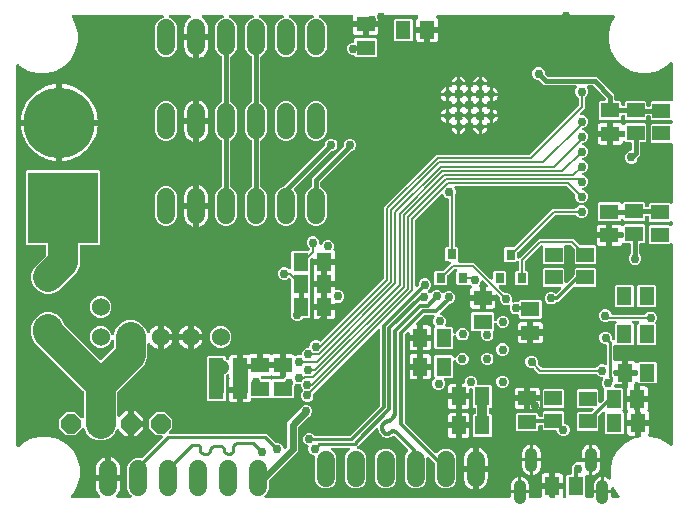
<source format=gbr>
G04 EAGLE Gerber RS-274X export*
G75*
%MOMM*%
%FSLAX34Y34*%
%LPD*%
%INBottom Copper*%
%IPPOS*%
%AMOC8*
5,1,8,0,0,1.08239X$1,22.5*%
G01*
%ADD10C,1.524000*%
%ADD11P,1.785944X8X202.500000*%
%ADD12C,0.708000*%
%ADD13C,1.530000*%
%ADD14R,6.000000X6.000000*%
%ADD15C,6.000000*%
%ADD16C,1.058000*%
%ADD17C,1.008000*%
%ADD18R,1.500000X1.300000*%
%ADD19R,1.300000X1.600000*%
%ADD20R,1.600000X1.300000*%
%ADD21R,1.300000X1.500000*%
%ADD22R,0.800000X0.900000*%
%ADD23R,2.100000X1.400000*%
%ADD24C,0.406400*%
%ADD25C,0.304800*%
%ADD26C,0.756400*%
%ADD27C,0.203200*%
%ADD28C,0.609600*%
%ADD29C,1.270000*%
%ADD30C,0.508000*%
%ADD31C,0.254000*%
%ADD32C,2.540000*%
%ADD33C,0.812800*%

G36*
X108079Y470553D02*
X108079Y470553D01*
X108217Y470566D01*
X108236Y470573D01*
X108256Y470576D01*
X108386Y470627D01*
X108516Y470674D01*
X108533Y470685D01*
X108552Y470693D01*
X108664Y470774D01*
X108779Y470852D01*
X108793Y470868D01*
X108809Y470879D01*
X108898Y470987D01*
X108990Y471091D01*
X108999Y471109D01*
X109012Y471124D01*
X109071Y471250D01*
X109134Y471374D01*
X109139Y471394D01*
X109148Y471412D01*
X109174Y471549D01*
X109204Y471684D01*
X109203Y471705D01*
X109207Y471724D01*
X109199Y471863D01*
X109194Y472002D01*
X109189Y472022D01*
X109188Y472042D01*
X109145Y472174D01*
X109106Y472308D01*
X109096Y472325D01*
X109090Y472344D01*
X109015Y472462D01*
X108944Y472582D01*
X108926Y472603D01*
X108919Y472613D01*
X108904Y472627D01*
X108838Y472702D01*
X108175Y473366D01*
X107235Y474660D01*
X106509Y476085D01*
X106014Y477606D01*
X105764Y479185D01*
X105764Y485066D01*
X114655Y485066D01*
X114773Y485081D01*
X114892Y485088D01*
X114930Y485101D01*
X114970Y485106D01*
X115081Y485149D01*
X115194Y485186D01*
X115228Y485208D01*
X115266Y485223D01*
X115362Y485293D01*
X115463Y485356D01*
X115491Y485386D01*
X115523Y485409D01*
X115599Y485501D01*
X115681Y485588D01*
X115700Y485623D01*
X115726Y485654D01*
X115777Y485762D01*
X115834Y485866D01*
X115845Y485906D01*
X115862Y485942D01*
X115884Y486059D01*
X115914Y486174D01*
X115918Y486234D01*
X115922Y486255D01*
X115920Y486275D01*
X115924Y486335D01*
X115924Y487606D01*
X115926Y487606D01*
X115926Y486335D01*
X115941Y486217D01*
X115948Y486098D01*
X115961Y486060D01*
X115966Y486019D01*
X116010Y485909D01*
X116046Y485796D01*
X116068Y485761D01*
X116083Y485724D01*
X116153Y485628D01*
X116216Y485527D01*
X116246Y485499D01*
X116270Y485466D01*
X116361Y485391D01*
X116448Y485309D01*
X116483Y485289D01*
X116515Y485264D01*
X116622Y485213D01*
X116727Y485155D01*
X116766Y485145D01*
X116802Y485128D01*
X116919Y485106D01*
X117034Y485076D01*
X117095Y485072D01*
X117115Y485068D01*
X117135Y485070D01*
X117195Y485066D01*
X126086Y485066D01*
X126086Y479185D01*
X125836Y477606D01*
X125341Y476085D01*
X124615Y474660D01*
X123675Y473366D01*
X123012Y472702D01*
X122927Y472593D01*
X122838Y472486D01*
X122829Y472467D01*
X122817Y472451D01*
X122762Y472323D01*
X122702Y472198D01*
X122699Y472178D01*
X122691Y472159D01*
X122669Y472021D01*
X122643Y471885D01*
X122644Y471865D01*
X122641Y471845D01*
X122654Y471706D01*
X122662Y471568D01*
X122669Y471549D01*
X122671Y471529D01*
X122718Y471398D01*
X122760Y471266D01*
X122771Y471248D01*
X122778Y471229D01*
X122856Y471115D01*
X122931Y470997D01*
X122945Y470983D01*
X122957Y470966D01*
X123061Y470874D01*
X123162Y470779D01*
X123180Y470769D01*
X123195Y470756D01*
X123319Y470693D01*
X123441Y470625D01*
X123460Y470620D01*
X123478Y470611D01*
X123614Y470581D01*
X123749Y470546D01*
X123777Y470544D01*
X123789Y470541D01*
X123809Y470542D01*
X123909Y470536D01*
X134777Y470536D01*
X134915Y470553D01*
X135054Y470566D01*
X135073Y470573D01*
X135093Y470576D01*
X135222Y470627D01*
X135353Y470674D01*
X135370Y470685D01*
X135389Y470693D01*
X135501Y470774D01*
X135616Y470852D01*
X135630Y470868D01*
X135646Y470879D01*
X135735Y470987D01*
X135827Y471091D01*
X135836Y471109D01*
X135849Y471124D01*
X135908Y471250D01*
X135971Y471374D01*
X135976Y471394D01*
X135984Y471412D01*
X136010Y471548D01*
X136041Y471684D01*
X136040Y471705D01*
X136044Y471724D01*
X136036Y471863D01*
X136031Y472002D01*
X136026Y472022D01*
X136024Y472042D01*
X135982Y472174D01*
X135943Y472308D01*
X135933Y472325D01*
X135926Y472344D01*
X135852Y472462D01*
X135781Y472582D01*
X135763Y472603D01*
X135756Y472613D01*
X135741Y472627D01*
X135675Y472702D01*
X133572Y474805D01*
X132180Y478166D01*
X132180Y497044D01*
X133572Y500405D01*
X136145Y502978D01*
X139506Y504370D01*
X143144Y504370D01*
X143544Y504204D01*
X143572Y504196D01*
X143598Y504183D01*
X143725Y504155D01*
X143850Y504120D01*
X143880Y504120D01*
X143909Y504113D01*
X144039Y504117D01*
X144168Y504115D01*
X144197Y504122D01*
X144227Y504123D01*
X144351Y504159D01*
X144478Y504189D01*
X144504Y504203D01*
X144532Y504211D01*
X144644Y504277D01*
X144759Y504338D01*
X144781Y504358D01*
X144806Y504373D01*
X144927Y504479D01*
X161981Y521534D01*
X162066Y521643D01*
X162155Y521750D01*
X162164Y521769D01*
X162176Y521785D01*
X162232Y521913D01*
X162291Y522038D01*
X162294Y522058D01*
X162302Y522077D01*
X162324Y522215D01*
X162350Y522351D01*
X162349Y522371D01*
X162352Y522391D01*
X162339Y522530D01*
X162331Y522668D01*
X162324Y522687D01*
X162323Y522707D01*
X162275Y522839D01*
X162233Y522970D01*
X162222Y522988D01*
X162215Y523007D01*
X162137Y523122D01*
X162062Y523239D01*
X162048Y523253D01*
X162036Y523270D01*
X161932Y523362D01*
X161831Y523457D01*
X161813Y523467D01*
X161798Y523480D01*
X161674Y523543D01*
X161552Y523611D01*
X161533Y523616D01*
X161515Y523625D01*
X161379Y523655D01*
X161244Y523690D01*
X161216Y523692D01*
X161204Y523695D01*
X161184Y523694D01*
X161084Y523700D01*
X156326Y523700D01*
X150600Y529426D01*
X150600Y537524D01*
X156326Y543250D01*
X164424Y543250D01*
X170150Y537524D01*
X170150Y529426D01*
X167655Y526931D01*
X167570Y526822D01*
X167481Y526715D01*
X167472Y526696D01*
X167460Y526680D01*
X167405Y526552D01*
X167346Y526427D01*
X167342Y526407D01*
X167334Y526388D01*
X167312Y526250D01*
X167286Y526114D01*
X167287Y526094D01*
X167284Y526074D01*
X167297Y525935D01*
X167306Y525797D01*
X167312Y525778D01*
X167314Y525758D01*
X167361Y525626D01*
X167404Y525495D01*
X167414Y525477D01*
X167421Y525458D01*
X167499Y525343D01*
X167574Y525226D01*
X167589Y525212D01*
X167600Y525195D01*
X167704Y525103D01*
X167805Y525008D01*
X167823Y524998D01*
X167838Y524985D01*
X167962Y524921D01*
X168084Y524854D01*
X168103Y524849D01*
X168122Y524840D01*
X168257Y524810D01*
X168392Y524775D01*
X168420Y524773D01*
X168432Y524770D01*
X168452Y524771D01*
X168552Y524765D01*
X250078Y524765D01*
X252086Y522756D01*
X257354Y517488D01*
X257432Y517428D01*
X257504Y517360D01*
X257557Y517331D01*
X257605Y517294D01*
X257696Y517254D01*
X257783Y517206D01*
X257841Y517191D01*
X257897Y517167D01*
X257995Y517152D01*
X258091Y517127D01*
X258191Y517121D01*
X258211Y517117D01*
X258223Y517119D01*
X258251Y517117D01*
X260136Y517117D01*
X262086Y516309D01*
X263579Y514816D01*
X264366Y512915D01*
X264391Y512872D01*
X264408Y512825D01*
X264469Y512734D01*
X264524Y512639D01*
X264558Y512603D01*
X264586Y512562D01*
X264669Y512489D01*
X264745Y512410D01*
X264787Y512384D01*
X264825Y512351D01*
X264923Y512301D01*
X265016Y512244D01*
X265064Y512229D01*
X265108Y512207D01*
X265215Y512183D01*
X265320Y512150D01*
X265370Y512148D01*
X265418Y512137D01*
X265528Y512141D01*
X265638Y512135D01*
X265686Y512145D01*
X265736Y512147D01*
X265842Y512177D01*
X265949Y512200D01*
X265994Y512221D01*
X266042Y512235D01*
X266136Y512291D01*
X266235Y512339D01*
X266273Y512372D01*
X266316Y512397D01*
X266436Y512503D01*
X267191Y513257D01*
X267251Y513335D01*
X267319Y513408D01*
X267348Y513461D01*
X267385Y513509D01*
X267425Y513599D01*
X267473Y513686D01*
X267488Y513745D01*
X267512Y513800D01*
X267527Y513898D01*
X267552Y513994D01*
X267558Y514094D01*
X267562Y514115D01*
X267560Y514127D01*
X267562Y514155D01*
X267562Y534379D01*
X278154Y544970D01*
X278159Y544978D01*
X278167Y544984D01*
X278257Y545103D01*
X278349Y545222D01*
X278352Y545230D01*
X278358Y545238D01*
X278429Y545382D01*
X279066Y546921D01*
X280559Y548414D01*
X282509Y549222D01*
X284621Y549222D01*
X286571Y548414D01*
X288064Y546921D01*
X288872Y544971D01*
X288872Y542859D01*
X288064Y540909D01*
X286571Y539416D01*
X285032Y538779D01*
X285024Y538774D01*
X285015Y538772D01*
X284886Y538695D01*
X284756Y538621D01*
X284749Y538615D01*
X284741Y538610D01*
X284620Y538504D01*
X277079Y530963D01*
X277019Y530884D01*
X276951Y530812D01*
X276922Y530759D01*
X276885Y530711D01*
X276845Y530620D01*
X276797Y530534D01*
X276782Y530475D01*
X276758Y530420D01*
X276743Y530322D01*
X276718Y530226D01*
X276712Y530126D01*
X276708Y530105D01*
X276710Y530093D01*
X276708Y530065D01*
X276708Y509841D01*
X252441Y485575D01*
X252381Y485496D01*
X252313Y485424D01*
X252284Y485371D01*
X252247Y485323D01*
X252207Y485232D01*
X252159Y485146D01*
X252144Y485087D01*
X252120Y485032D01*
X252105Y484934D01*
X252080Y484838D01*
X252074Y484738D01*
X252070Y484717D01*
X252072Y484705D01*
X252070Y484677D01*
X252070Y478166D01*
X250678Y474805D01*
X248575Y472702D01*
X248490Y472593D01*
X248401Y472486D01*
X248393Y472467D01*
X248380Y472451D01*
X248325Y472323D01*
X248266Y472198D01*
X248262Y472178D01*
X248254Y472159D01*
X248232Y472021D01*
X248206Y471885D01*
X248207Y471865D01*
X248204Y471845D01*
X248217Y471706D01*
X248226Y471568D01*
X248232Y471549D01*
X248234Y471529D01*
X248281Y471397D01*
X248324Y471266D01*
X248334Y471248D01*
X248341Y471229D01*
X248419Y471114D01*
X248494Y470997D01*
X248509Y470983D01*
X248520Y470966D01*
X248624Y470874D01*
X248725Y470779D01*
X248743Y470769D01*
X248758Y470756D01*
X248882Y470692D01*
X249004Y470625D01*
X249023Y470620D01*
X249042Y470611D01*
X249177Y470581D01*
X249312Y470546D01*
X249340Y470544D01*
X249352Y470541D01*
X249372Y470542D01*
X249473Y470536D01*
X455615Y470536D01*
X455733Y470551D01*
X455852Y470558D01*
X455890Y470571D01*
X455931Y470576D01*
X456041Y470619D01*
X456154Y470656D01*
X456189Y470678D01*
X456226Y470693D01*
X456322Y470762D01*
X456423Y470826D01*
X456451Y470856D01*
X456484Y470879D01*
X456560Y470971D01*
X456641Y471058D01*
X456661Y471093D01*
X456686Y471124D01*
X456737Y471232D01*
X456795Y471336D01*
X456805Y471376D01*
X456822Y471412D01*
X456844Y471529D01*
X456874Y471644D01*
X456878Y471704D01*
X456882Y471724D01*
X456880Y471745D01*
X456884Y471805D01*
X456884Y474421D01*
X464465Y474421D01*
X472046Y474421D01*
X472046Y471805D01*
X472061Y471687D01*
X472068Y471568D01*
X472081Y471530D01*
X472086Y471489D01*
X472129Y471379D01*
X472166Y471266D01*
X472188Y471231D01*
X472203Y471194D01*
X472272Y471098D01*
X472336Y470997D01*
X472366Y470969D01*
X472389Y470936D01*
X472481Y470860D01*
X472568Y470779D01*
X472603Y470759D01*
X472634Y470734D01*
X472742Y470683D01*
X472846Y470625D01*
X472886Y470615D01*
X472922Y470598D01*
X473039Y470576D01*
X473154Y470546D01*
X473214Y470542D01*
X473234Y470538D01*
X473255Y470540D01*
X473315Y470536D01*
X481819Y470536D01*
X481944Y470552D01*
X482069Y470561D01*
X482101Y470571D01*
X482135Y470576D01*
X482252Y470622D01*
X482371Y470662D01*
X482399Y470680D01*
X482430Y470693D01*
X482532Y470766D01*
X482638Y470835D01*
X482661Y470860D01*
X482688Y470879D01*
X482768Y470976D01*
X482853Y471069D01*
X482869Y471098D01*
X482891Y471124D01*
X482944Y471238D01*
X483004Y471349D01*
X483012Y471382D01*
X483026Y471412D01*
X483050Y471535D01*
X483080Y471658D01*
X483080Y471691D01*
X483086Y471724D01*
X483078Y471850D01*
X483077Y471976D01*
X483067Y472024D01*
X483066Y472042D01*
X483060Y472062D01*
X483045Y472134D01*
X482964Y472436D01*
X482964Y478231D01*
X489466Y478231D01*
X489466Y471805D01*
X489481Y471687D01*
X489488Y471568D01*
X489501Y471530D01*
X489506Y471489D01*
X489549Y471379D01*
X489586Y471266D01*
X489608Y471231D01*
X489623Y471194D01*
X489693Y471098D01*
X489756Y470997D01*
X489786Y470969D01*
X489810Y470936D01*
X489901Y470860D01*
X489988Y470779D01*
X490023Y470759D01*
X490054Y470734D01*
X490162Y470683D01*
X490266Y470625D01*
X490306Y470615D01*
X490342Y470598D01*
X490459Y470576D01*
X490574Y470546D01*
X490635Y470542D01*
X490655Y470538D01*
X490675Y470540D01*
X490735Y470536D01*
X493275Y470536D01*
X493393Y470551D01*
X493512Y470558D01*
X493550Y470571D01*
X493590Y470576D01*
X493701Y470619D01*
X493814Y470656D01*
X493849Y470678D01*
X493886Y470693D01*
X493982Y470762D01*
X494083Y470826D01*
X494111Y470856D01*
X494143Y470879D01*
X494219Y470971D01*
X494301Y471058D01*
X494320Y471093D01*
X494346Y471124D01*
X494397Y471232D01*
X494454Y471336D01*
X494465Y471376D01*
X494482Y471412D01*
X494504Y471529D01*
X494534Y471644D01*
X494538Y471704D01*
X494542Y471724D01*
X494540Y471745D01*
X494544Y471805D01*
X494544Y478231D01*
X501046Y478231D01*
X501046Y472436D01*
X500965Y472134D01*
X500948Y472009D01*
X500924Y471885D01*
X500926Y471852D01*
X500922Y471818D01*
X500936Y471693D01*
X500944Y471568D01*
X500954Y471536D01*
X500958Y471503D01*
X501003Y471385D01*
X501042Y471266D01*
X501060Y471237D01*
X501072Y471206D01*
X501145Y471103D01*
X501212Y470997D01*
X501237Y470974D01*
X501256Y470946D01*
X501352Y470865D01*
X501444Y470779D01*
X501473Y470763D01*
X501499Y470741D01*
X501612Y470686D01*
X501722Y470625D01*
X501755Y470617D01*
X501785Y470602D01*
X501909Y470577D01*
X502030Y470546D01*
X502079Y470543D01*
X502097Y470539D01*
X502119Y470540D01*
X502191Y470536D01*
X502711Y470536D01*
X502829Y470551D01*
X502948Y470558D01*
X502986Y470571D01*
X503027Y470576D01*
X503137Y470619D01*
X503250Y470656D01*
X503285Y470678D01*
X503322Y470693D01*
X503418Y470762D01*
X503519Y470826D01*
X503547Y470856D01*
X503580Y470879D01*
X503656Y470971D01*
X503737Y471058D01*
X503757Y471093D01*
X503782Y471124D01*
X503833Y471232D01*
X503891Y471336D01*
X503901Y471376D01*
X503918Y471412D01*
X503940Y471529D01*
X503970Y471644D01*
X503974Y471704D01*
X503978Y471724D01*
X503976Y471745D01*
X503980Y471805D01*
X503980Y489402D01*
X504873Y490295D01*
X507687Y490295D01*
X507805Y490310D01*
X507924Y490317D01*
X507962Y490330D01*
X508003Y490335D01*
X508113Y490378D01*
X508226Y490415D01*
X508261Y490437D01*
X508298Y490452D01*
X508394Y490521D01*
X508495Y490585D01*
X508523Y490615D01*
X508556Y490638D01*
X508632Y490730D01*
X508713Y490817D01*
X508733Y490852D01*
X508758Y490883D01*
X508809Y490991D01*
X508867Y491095D01*
X508877Y491135D01*
X508894Y491171D01*
X508916Y491288D01*
X508946Y491403D01*
X508950Y491463D01*
X508954Y491483D01*
X508952Y491504D01*
X508956Y491564D01*
X508956Y493386D01*
X508955Y493396D01*
X508956Y493405D01*
X508940Y493517D01*
X508934Y493619D01*
X508922Y493655D01*
X508916Y493702D01*
X508913Y493711D01*
X508912Y493720D01*
X508860Y493872D01*
X508705Y494244D01*
X508705Y496356D01*
X509513Y498306D01*
X511006Y499799D01*
X512957Y500607D01*
X515082Y500607D01*
X515115Y500591D01*
X515223Y500571D01*
X515329Y500542D01*
X515379Y500541D01*
X515428Y500531D01*
X515537Y500538D01*
X515647Y500536D01*
X515695Y500548D01*
X515745Y500551D01*
X515849Y500585D01*
X515956Y500611D01*
X516000Y500634D01*
X516048Y500649D01*
X516140Y500708D01*
X516237Y500759D01*
X516274Y500793D01*
X516316Y500819D01*
X516392Y500899D01*
X516473Y500973D01*
X516500Y501015D01*
X516534Y501051D01*
X516587Y501147D01*
X516648Y501239D01*
X516664Y501286D01*
X516665Y501289D01*
X523234Y501289D01*
X523234Y489662D01*
X522324Y489843D01*
X521785Y490067D01*
X521737Y490080D01*
X521692Y490101D01*
X521584Y490121D01*
X521478Y490150D01*
X521428Y490151D01*
X521379Y490161D01*
X521270Y490154D01*
X521160Y490156D01*
X521112Y490144D01*
X521062Y490141D01*
X520958Y490107D01*
X520851Y490081D01*
X520807Y490058D01*
X520760Y490043D01*
X520667Y489984D01*
X520570Y489933D01*
X520533Y489899D01*
X520491Y489873D01*
X520416Y489793D01*
X520334Y489719D01*
X520307Y489677D01*
X520273Y489641D01*
X520220Y489545D01*
X520160Y489453D01*
X520143Y489406D01*
X520119Y489363D01*
X520092Y489256D01*
X520056Y489152D01*
X520052Y489103D01*
X520040Y489055D01*
X520030Y488894D01*
X520030Y471805D01*
X520045Y471687D01*
X520052Y471568D01*
X520065Y471530D01*
X520070Y471489D01*
X520113Y471379D01*
X520150Y471266D01*
X520172Y471231D01*
X520187Y471194D01*
X520256Y471098D01*
X520320Y470997D01*
X520350Y470969D01*
X520373Y470936D01*
X520465Y470860D01*
X520552Y470779D01*
X520587Y470759D01*
X520618Y470734D01*
X520726Y470683D01*
X520830Y470625D01*
X520870Y470615D01*
X520906Y470598D01*
X521023Y470576D01*
X521138Y470546D01*
X521198Y470542D01*
X521218Y470538D01*
X521239Y470540D01*
X521299Y470536D01*
X525615Y470536D01*
X525733Y470551D01*
X525852Y470558D01*
X525890Y470571D01*
X525931Y470576D01*
X526041Y470619D01*
X526154Y470656D01*
X526189Y470678D01*
X526226Y470693D01*
X526322Y470762D01*
X526423Y470826D01*
X526451Y470856D01*
X526484Y470879D01*
X526560Y470971D01*
X526641Y471058D01*
X526661Y471093D01*
X526686Y471124D01*
X526737Y471232D01*
X526795Y471336D01*
X526805Y471376D01*
X526822Y471412D01*
X526844Y471529D01*
X526874Y471644D01*
X526878Y471704D01*
X526882Y471724D01*
X526880Y471745D01*
X526884Y471805D01*
X526884Y474421D01*
X534465Y474421D01*
X542046Y474421D01*
X542046Y471805D01*
X542061Y471687D01*
X542068Y471568D01*
X542081Y471530D01*
X542086Y471489D01*
X542129Y471379D01*
X542166Y471266D01*
X542188Y471231D01*
X542203Y471194D01*
X542272Y471098D01*
X542336Y470997D01*
X542366Y470969D01*
X542389Y470936D01*
X542481Y470860D01*
X542568Y470779D01*
X542603Y470759D01*
X542634Y470734D01*
X542742Y470683D01*
X542846Y470625D01*
X542886Y470615D01*
X542922Y470598D01*
X543039Y470576D01*
X543154Y470546D01*
X543214Y470542D01*
X543234Y470538D01*
X543255Y470540D01*
X543315Y470536D01*
X547671Y470536D01*
X547809Y470553D01*
X547948Y470566D01*
X547967Y470573D01*
X547987Y470576D01*
X548116Y470627D01*
X548247Y470674D01*
X548264Y470685D01*
X548283Y470693D01*
X548395Y470774D01*
X548510Y470852D01*
X548523Y470868D01*
X548540Y470879D01*
X548629Y470987D01*
X548721Y471091D01*
X548730Y471109D01*
X548743Y471124D01*
X548802Y471250D01*
X548865Y471374D01*
X548870Y471394D01*
X548878Y471412D01*
X548904Y471549D01*
X548935Y471684D01*
X548934Y471705D01*
X548938Y471724D01*
X548929Y471863D01*
X548925Y472002D01*
X548919Y472022D01*
X548918Y472042D01*
X548876Y472174D01*
X548837Y472308D01*
X548826Y472325D01*
X548820Y472344D01*
X548746Y472462D01*
X548675Y472582D01*
X548657Y472603D01*
X548650Y472613D01*
X548635Y472627D01*
X548569Y472702D01*
X547490Y473781D01*
X544414Y479109D01*
X544326Y479225D01*
X544241Y479343D01*
X544230Y479352D01*
X544222Y479362D01*
X544108Y479453D01*
X543996Y479546D01*
X543983Y479552D01*
X543973Y479560D01*
X543839Y479620D01*
X543708Y479681D01*
X543695Y479684D01*
X543682Y479689D01*
X543538Y479714D01*
X543395Y479741D01*
X543382Y479740D01*
X543369Y479743D01*
X543223Y479730D01*
X543078Y479721D01*
X543065Y479717D01*
X543052Y479716D01*
X542914Y479668D01*
X542776Y479623D01*
X542764Y479616D01*
X542751Y479612D01*
X542630Y479531D01*
X542507Y479453D01*
X542498Y479443D01*
X542486Y479436D01*
X542389Y479328D01*
X542289Y479222D01*
X542282Y479210D01*
X542273Y479200D01*
X542206Y479071D01*
X542135Y478943D01*
X542132Y478930D01*
X542126Y478918D01*
X542092Y478776D01*
X542056Y478635D01*
X542055Y478617D01*
X542053Y478609D01*
X542053Y478591D01*
X542046Y478474D01*
X542046Y476959D01*
X535734Y476959D01*
X535734Y488207D01*
X536676Y488019D01*
X538056Y487448D01*
X539297Y486618D01*
X539534Y486382D01*
X539649Y486292D01*
X539762Y486201D01*
X539775Y486195D01*
X539785Y486187D01*
X539919Y486129D01*
X540052Y486068D01*
X540065Y486066D01*
X540077Y486060D01*
X540221Y486038D01*
X540365Y486012D01*
X540378Y486013D01*
X540391Y486011D01*
X540536Y486024D01*
X540682Y486035D01*
X540695Y486039D01*
X540708Y486040D01*
X540845Y486089D01*
X540983Y486136D01*
X540995Y486143D01*
X541007Y486148D01*
X541128Y486230D01*
X541250Y486309D01*
X541259Y486319D01*
X541270Y486326D01*
X541367Y486436D01*
X541466Y486543D01*
X541472Y486555D01*
X541481Y486565D01*
X541547Y486695D01*
X541616Y486823D01*
X541619Y486836D01*
X541625Y486848D01*
X541657Y486990D01*
X541692Y487132D01*
X541692Y487145D01*
X541695Y487158D01*
X541691Y487305D01*
X541689Y487450D01*
X541686Y487468D01*
X541685Y487476D01*
X541681Y487493D01*
X541658Y487608D01*
X541464Y488329D01*
X541464Y496271D01*
X543520Y503942D01*
X547490Y510819D01*
X553106Y516435D01*
X559983Y520405D01*
X561531Y520820D01*
X561673Y520878D01*
X561814Y520934D01*
X561819Y520938D01*
X561826Y520940D01*
X561948Y521031D01*
X562071Y521120D01*
X562076Y521126D01*
X562081Y521130D01*
X562175Y521245D01*
X562274Y521365D01*
X562277Y521372D01*
X562281Y521377D01*
X562345Y521516D01*
X562410Y521653D01*
X562411Y521660D01*
X562414Y521666D01*
X562422Y521714D01*
X562484Y521663D01*
X562577Y521578D01*
X562607Y521562D01*
X562632Y521540D01*
X562746Y521487D01*
X562857Y521427D01*
X562890Y521419D01*
X562920Y521405D01*
X563044Y521381D01*
X563166Y521351D01*
X563199Y521351D01*
X563233Y521345D01*
X563358Y521353D01*
X563484Y521354D01*
X563532Y521363D01*
X563550Y521365D01*
X563571Y521371D01*
X563642Y521386D01*
X566181Y522066D01*
X566285Y522109D01*
X566392Y522143D01*
X566432Y522168D01*
X566476Y522186D01*
X566566Y522253D01*
X566661Y522313D01*
X566693Y522348D01*
X566731Y522376D01*
X566802Y522463D01*
X566879Y522545D01*
X566902Y522586D01*
X566931Y522623D01*
X566978Y522725D01*
X567032Y522823D01*
X567044Y522869D01*
X567064Y522912D01*
X567084Y523023D01*
X567112Y523131D01*
X567117Y523204D01*
X567120Y523225D01*
X567119Y523243D01*
X567122Y523292D01*
X567122Y531317D01*
X573624Y531317D01*
X573624Y525522D01*
X573451Y524875D01*
X573156Y524365D01*
X573104Y524242D01*
X573048Y524123D01*
X573043Y524096D01*
X573032Y524071D01*
X573013Y523940D01*
X572988Y523810D01*
X572990Y523784D01*
X572986Y523757D01*
X573000Y523625D01*
X573008Y523493D01*
X573016Y523467D01*
X573019Y523441D01*
X573065Y523316D01*
X573106Y523191D01*
X573120Y523168D01*
X573130Y523142D01*
X573205Y523034D01*
X573276Y522922D01*
X573296Y522903D01*
X573311Y522881D01*
X573411Y522795D01*
X573508Y522704D01*
X573531Y522691D01*
X573552Y522673D01*
X573670Y522614D01*
X573786Y522550D01*
X573812Y522544D01*
X573837Y522532D01*
X573966Y522504D01*
X574094Y522471D01*
X574132Y522469D01*
X574148Y522465D01*
X574169Y522466D01*
X574255Y522461D01*
X575596Y522461D01*
X583267Y520405D01*
X590144Y516435D01*
X591673Y514906D01*
X591782Y514821D01*
X591889Y514732D01*
X591908Y514724D01*
X591924Y514711D01*
X592052Y514656D01*
X592177Y514597D01*
X592197Y514593D01*
X592216Y514585D01*
X592354Y514563D01*
X592490Y514537D01*
X592510Y514538D01*
X592530Y514535D01*
X592669Y514548D01*
X592807Y514557D01*
X592826Y514563D01*
X592846Y514565D01*
X592978Y514612D01*
X593109Y514655D01*
X593127Y514666D01*
X593146Y514672D01*
X593261Y514751D01*
X593378Y514825D01*
X593392Y514840D01*
X593409Y514851D01*
X593501Y514955D01*
X593596Y515057D01*
X593606Y515074D01*
X593619Y515089D01*
X593683Y515214D01*
X593750Y515335D01*
X593755Y515355D01*
X593764Y515373D01*
X593794Y515509D01*
X593829Y515643D01*
X593831Y515671D01*
X593834Y515683D01*
X593833Y515704D01*
X593839Y515804D01*
X593839Y685134D01*
X593822Y685272D01*
X593809Y685410D01*
X593802Y685429D01*
X593799Y685449D01*
X593748Y685578D01*
X593701Y685709D01*
X593690Y685726D01*
X593682Y685745D01*
X593601Y685857D01*
X593523Y685973D01*
X593507Y685986D01*
X593496Y686002D01*
X593388Y686091D01*
X593284Y686183D01*
X593266Y686192D01*
X593251Y686205D01*
X593125Y686264D01*
X593001Y686328D01*
X592981Y686332D01*
X592963Y686341D01*
X592826Y686367D01*
X592691Y686397D01*
X592670Y686397D01*
X592651Y686400D01*
X592512Y686392D01*
X592373Y686388D01*
X592353Y686382D01*
X592333Y686381D01*
X592201Y686338D01*
X592067Y686299D01*
X592050Y686289D01*
X592031Y686283D01*
X591913Y686208D01*
X591793Y686138D01*
X591772Y686119D01*
X591762Y686112D01*
X591748Y686098D01*
X591673Y686031D01*
X591062Y685420D01*
X574798Y685420D01*
X573905Y686313D01*
X573905Y700577D01*
X574798Y701470D01*
X591062Y701470D01*
X591673Y700859D01*
X591782Y700774D01*
X591889Y700685D01*
X591908Y700676D01*
X591924Y700664D01*
X592051Y700609D01*
X592177Y700549D01*
X592197Y700546D01*
X592216Y700537D01*
X592354Y700516D01*
X592490Y700490D01*
X592510Y700491D01*
X592530Y700488D01*
X592669Y700501D01*
X592807Y700509D01*
X592826Y700516D01*
X592846Y700517D01*
X592978Y700565D01*
X593109Y700607D01*
X593127Y700618D01*
X593146Y700625D01*
X593261Y700703D01*
X593378Y700778D01*
X593392Y700792D01*
X593409Y700804D01*
X593501Y700908D01*
X593596Y701009D01*
X593606Y701027D01*
X593619Y701042D01*
X593682Y701166D01*
X593750Y701288D01*
X593755Y701307D01*
X593764Y701325D01*
X593794Y701461D01*
X593829Y701596D01*
X593831Y701624D01*
X593834Y701636D01*
X593833Y701656D01*
X593839Y701756D01*
X593839Y704134D01*
X593822Y704271D01*
X593809Y704410D01*
X593802Y704429D01*
X593799Y704449D01*
X593748Y704578D01*
X593701Y704709D01*
X593690Y704726D01*
X593682Y704745D01*
X593601Y704857D01*
X593523Y704973D01*
X593507Y704986D01*
X593496Y705002D01*
X593388Y705091D01*
X593284Y705183D01*
X593266Y705192D01*
X593251Y705205D01*
X593125Y705264D01*
X593001Y705328D01*
X592981Y705332D01*
X592963Y705341D01*
X592826Y705367D01*
X592691Y705397D01*
X592670Y705397D01*
X592651Y705400D01*
X592512Y705392D01*
X592373Y705388D01*
X592353Y705382D01*
X592333Y705381D01*
X592201Y705338D01*
X592067Y705299D01*
X592050Y705289D01*
X592031Y705283D01*
X591913Y705208D01*
X591793Y705138D01*
X591772Y705119D01*
X591762Y705112D01*
X591748Y705098D01*
X591673Y705031D01*
X591062Y704420D01*
X574798Y704420D01*
X573905Y705313D01*
X573905Y708254D01*
X573890Y708372D01*
X573883Y708491D01*
X573870Y708529D01*
X573865Y708570D01*
X573822Y708680D01*
X573785Y708793D01*
X573763Y708828D01*
X573748Y708865D01*
X573679Y708961D01*
X573615Y709062D01*
X573585Y709090D01*
X573562Y709123D01*
X573470Y709199D01*
X573383Y709280D01*
X573348Y709300D01*
X573317Y709325D01*
X573209Y709376D01*
X573105Y709434D01*
X573065Y709444D01*
X573029Y709461D01*
X572912Y709483D01*
X572797Y709513D01*
X572737Y709517D01*
X572717Y709521D01*
X572696Y709519D01*
X572636Y709523D01*
X571634Y709523D01*
X571516Y709508D01*
X571397Y709501D01*
X571359Y709488D01*
X571318Y709483D01*
X571208Y709440D01*
X571095Y709403D01*
X571060Y709381D01*
X571023Y709366D01*
X570927Y709297D01*
X570826Y709233D01*
X570798Y709203D01*
X570765Y709180D01*
X570689Y709088D01*
X570608Y709001D01*
X570588Y708966D01*
X570563Y708935D01*
X570512Y708827D01*
X570454Y708723D01*
X570444Y708683D01*
X570427Y708647D01*
X570405Y708530D01*
X570375Y708415D01*
X570371Y708355D01*
X570367Y708335D01*
X570369Y708314D01*
X570365Y708254D01*
X570365Y705948D01*
X569472Y705055D01*
X553208Y705055D01*
X552076Y706187D01*
X551967Y706272D01*
X551960Y706278D01*
X551893Y706337D01*
X551882Y706343D01*
X551860Y706361D01*
X551841Y706370D01*
X551825Y706382D01*
X551698Y706437D01*
X551682Y706445D01*
X551610Y706482D01*
X551598Y706484D01*
X551572Y706497D01*
X551552Y706500D01*
X551533Y706509D01*
X551395Y706530D01*
X551373Y706535D01*
X551300Y706551D01*
X551289Y706551D01*
X551259Y706556D01*
X551239Y706555D01*
X551219Y706558D01*
X551080Y706545D01*
X551056Y706544D01*
X550982Y706542D01*
X550971Y706538D01*
X550942Y706537D01*
X550923Y706530D01*
X550903Y706529D01*
X550771Y706481D01*
X550750Y706475D01*
X550676Y706453D01*
X550667Y706447D01*
X550640Y706439D01*
X550622Y706428D01*
X550603Y706421D01*
X550488Y706343D01*
X550475Y706334D01*
X550402Y706292D01*
X550390Y706280D01*
X550371Y706268D01*
X550357Y706254D01*
X550340Y706242D01*
X550319Y706218D01*
X550281Y706185D01*
X549017Y704920D01*
X531753Y704920D01*
X530860Y705813D01*
X530860Y720077D01*
X531753Y720970D01*
X549017Y720970D01*
X550149Y719838D01*
X550258Y719753D01*
X550265Y719747D01*
X550332Y719688D01*
X550343Y719682D01*
X550365Y719664D01*
X550384Y719655D01*
X550400Y719643D01*
X550527Y719588D01*
X550543Y719580D01*
X550615Y719543D01*
X550627Y719541D01*
X550653Y719528D01*
X550673Y719525D01*
X550692Y719516D01*
X550830Y719495D01*
X550852Y719490D01*
X550925Y719474D01*
X550936Y719474D01*
X550966Y719469D01*
X550986Y719470D01*
X551006Y719467D01*
X551145Y719480D01*
X551169Y719481D01*
X551243Y719483D01*
X551254Y719487D01*
X551283Y719488D01*
X551302Y719495D01*
X551322Y719496D01*
X551454Y719544D01*
X551475Y719550D01*
X551549Y719572D01*
X551558Y719578D01*
X551585Y719586D01*
X551603Y719597D01*
X551622Y719604D01*
X551737Y719682D01*
X551750Y719691D01*
X551823Y719733D01*
X551835Y719745D01*
X551854Y719757D01*
X551868Y719771D01*
X551885Y719783D01*
X551906Y719807D01*
X551944Y719840D01*
X553208Y721105D01*
X569472Y721105D01*
X570365Y720212D01*
X570365Y717906D01*
X570380Y717788D01*
X570387Y717669D01*
X570400Y717631D01*
X570405Y717590D01*
X570448Y717480D01*
X570485Y717367D01*
X570507Y717332D01*
X570522Y717295D01*
X570591Y717199D01*
X570655Y717098D01*
X570685Y717070D01*
X570708Y717037D01*
X570800Y716961D01*
X570887Y716880D01*
X570922Y716860D01*
X570953Y716835D01*
X571061Y716784D01*
X571165Y716726D01*
X571205Y716716D01*
X571241Y716699D01*
X571358Y716677D01*
X571473Y716647D01*
X571533Y716643D01*
X571553Y716639D01*
X571574Y716641D01*
X571634Y716637D01*
X572636Y716637D01*
X572754Y716652D01*
X572873Y716659D01*
X572911Y716672D01*
X572952Y716677D01*
X573062Y716720D01*
X573175Y716757D01*
X573210Y716779D01*
X573247Y716794D01*
X573343Y716863D01*
X573444Y716927D01*
X573472Y716957D01*
X573505Y716980D01*
X573581Y717072D01*
X573662Y717159D01*
X573682Y717194D01*
X573707Y717225D01*
X573758Y717333D01*
X573816Y717437D01*
X573826Y717477D01*
X573843Y717513D01*
X573865Y717630D01*
X573895Y717745D01*
X573899Y717805D01*
X573903Y717825D01*
X573901Y717846D01*
X573905Y717906D01*
X573905Y719577D01*
X574798Y720470D01*
X591062Y720470D01*
X591673Y719859D01*
X591782Y719774D01*
X591889Y719685D01*
X591908Y719676D01*
X591924Y719664D01*
X592051Y719609D01*
X592177Y719549D01*
X592197Y719546D01*
X592216Y719537D01*
X592354Y719516D01*
X592490Y719490D01*
X592510Y719491D01*
X592530Y719488D01*
X592669Y719501D01*
X592807Y719509D01*
X592826Y719516D01*
X592846Y719517D01*
X592978Y719565D01*
X593109Y719607D01*
X593127Y719618D01*
X593146Y719625D01*
X593261Y719703D01*
X593378Y719778D01*
X593392Y719792D01*
X593409Y719804D01*
X593501Y719908D01*
X593596Y720009D01*
X593606Y720027D01*
X593619Y720042D01*
X593682Y720166D01*
X593750Y720288D01*
X593755Y720307D01*
X593764Y720325D01*
X593794Y720461D01*
X593829Y720596D01*
X593831Y720624D01*
X593834Y720636D01*
X593833Y720656D01*
X593839Y720756D01*
X593839Y769876D01*
X593824Y769994D01*
X593817Y770113D01*
X593804Y770151D01*
X593799Y770192D01*
X593756Y770302D01*
X593719Y770415D01*
X593697Y770450D01*
X593682Y770487D01*
X593613Y770583D01*
X593549Y770684D01*
X593519Y770712D01*
X593496Y770745D01*
X593404Y770821D01*
X593317Y770902D01*
X593282Y770922D01*
X593251Y770947D01*
X593143Y770998D01*
X593039Y771056D01*
X592999Y771066D01*
X592963Y771083D01*
X592846Y771105D01*
X592731Y771135D01*
X592671Y771139D01*
X592651Y771143D01*
X592630Y771141D01*
X592570Y771145D01*
X576068Y771145D01*
X575175Y772038D01*
X575175Y786302D01*
X576068Y787195D01*
X592570Y787195D01*
X592688Y787210D01*
X592807Y787217D01*
X592845Y787230D01*
X592886Y787235D01*
X592996Y787278D01*
X593109Y787315D01*
X593144Y787337D01*
X593181Y787352D01*
X593277Y787421D01*
X593378Y787485D01*
X593406Y787515D01*
X593439Y787538D01*
X593515Y787630D01*
X593596Y787717D01*
X593616Y787752D01*
X593641Y787783D01*
X593692Y787891D01*
X593750Y787995D01*
X593760Y788035D01*
X593777Y788071D01*
X593799Y788188D01*
X593829Y788303D01*
X593833Y788363D01*
X593837Y788383D01*
X593835Y788404D01*
X593839Y788464D01*
X593839Y788876D01*
X593824Y788994D01*
X593817Y789113D01*
X593804Y789151D01*
X593799Y789192D01*
X593756Y789302D01*
X593719Y789415D01*
X593697Y789450D01*
X593682Y789487D01*
X593613Y789583D01*
X593549Y789684D01*
X593519Y789712D01*
X593496Y789745D01*
X593404Y789821D01*
X593317Y789902D01*
X593282Y789922D01*
X593251Y789947D01*
X593143Y789998D01*
X593039Y790056D01*
X592999Y790066D01*
X592963Y790083D01*
X592846Y790105D01*
X592731Y790135D01*
X592671Y790139D01*
X592651Y790143D01*
X592630Y790141D01*
X592570Y790145D01*
X576068Y790145D01*
X575175Y791038D01*
X575175Y793344D01*
X575160Y793462D01*
X575153Y793581D01*
X575140Y793619D01*
X575135Y793660D01*
X575092Y793770D01*
X575055Y793883D01*
X575033Y793918D01*
X575018Y793955D01*
X574949Y794051D01*
X574885Y794152D01*
X574855Y794180D01*
X574832Y794213D01*
X574740Y794289D01*
X574653Y794370D01*
X574618Y794390D01*
X574587Y794415D01*
X574479Y794466D01*
X574375Y794524D01*
X574335Y794534D01*
X574299Y794551D01*
X574182Y794573D01*
X574067Y794603D01*
X574007Y794607D01*
X573987Y794611D01*
X573966Y794609D01*
X573906Y794613D01*
X572904Y794613D01*
X572786Y794598D01*
X572667Y794591D01*
X572629Y794578D01*
X572588Y794573D01*
X572478Y794530D01*
X572365Y794493D01*
X572330Y794471D01*
X572293Y794456D01*
X572197Y794387D01*
X572096Y794323D01*
X572068Y794293D01*
X572035Y794270D01*
X571959Y794178D01*
X571878Y794091D01*
X571858Y794056D01*
X571833Y794025D01*
X571782Y793917D01*
X571724Y793813D01*
X571714Y793773D01*
X571697Y793737D01*
X571675Y793620D01*
X571645Y793505D01*
X571641Y793445D01*
X571637Y793425D01*
X571639Y793404D01*
X571635Y793344D01*
X571635Y791673D01*
X570742Y790780D01*
X554478Y790780D01*
X553585Y791673D01*
X553585Y793844D01*
X553570Y793962D01*
X553563Y794081D01*
X553550Y794119D01*
X553545Y794160D01*
X553502Y794270D01*
X553465Y794383D01*
X553443Y794418D01*
X553428Y794455D01*
X553359Y794551D01*
X553295Y794652D01*
X553265Y794680D01*
X553242Y794713D01*
X553150Y794789D01*
X553063Y794870D01*
X553028Y794890D01*
X552997Y794915D01*
X552889Y794966D01*
X552785Y795024D01*
X552745Y795034D01*
X552709Y795051D01*
X552592Y795073D01*
X552477Y795103D01*
X552417Y795107D01*
X552397Y795111D01*
X552376Y795109D01*
X552316Y795113D01*
X551814Y795113D01*
X551696Y795098D01*
X551577Y795091D01*
X551539Y795078D01*
X551498Y795073D01*
X551388Y795030D01*
X551275Y794993D01*
X551240Y794971D01*
X551203Y794956D01*
X551107Y794887D01*
X551006Y794823D01*
X550978Y794793D01*
X550945Y794770D01*
X550869Y794678D01*
X550788Y794591D01*
X550768Y794556D01*
X550743Y794525D01*
X550692Y794417D01*
X550634Y794313D01*
X550624Y794273D01*
X550607Y794237D01*
X550585Y794120D01*
X550555Y794005D01*
X550551Y793945D01*
X550547Y793925D01*
X550549Y793904D01*
X550545Y793844D01*
X550545Y791538D01*
X549652Y790645D01*
X532388Y790645D01*
X531495Y791538D01*
X531495Y805802D01*
X532388Y806695D01*
X536194Y806695D01*
X536312Y806710D01*
X536431Y806717D01*
X536469Y806730D01*
X536510Y806735D01*
X536620Y806778D01*
X536733Y806815D01*
X536768Y806837D01*
X536805Y806852D01*
X536901Y806921D01*
X537002Y806985D01*
X537030Y807015D01*
X537063Y807038D01*
X537138Y807130D01*
X537220Y807217D01*
X537240Y807252D01*
X537265Y807283D01*
X537316Y807391D01*
X537374Y807495D01*
X537384Y807535D01*
X537401Y807571D01*
X537423Y807688D01*
X537453Y807803D01*
X537457Y807863D01*
X537461Y807883D01*
X537459Y807904D01*
X537463Y807964D01*
X537463Y808355D01*
X537451Y808453D01*
X537448Y808552D01*
X537431Y808610D01*
X537423Y808671D01*
X537387Y808763D01*
X537359Y808858D01*
X537329Y808910D01*
X537306Y808966D01*
X537248Y809046D01*
X537198Y809132D01*
X537132Y809207D01*
X537120Y809224D01*
X537110Y809231D01*
X537092Y809253D01*
X526965Y819380D01*
X526886Y819440D01*
X526814Y819508D01*
X526761Y819537D01*
X526713Y819574D01*
X526622Y819614D01*
X526536Y819662D01*
X526477Y819677D01*
X526421Y819701D01*
X526323Y819716D01*
X526228Y819741D01*
X526128Y819747D01*
X526107Y819751D01*
X526095Y819749D01*
X526067Y819751D01*
X522218Y819751D01*
X522080Y819734D01*
X521941Y819721D01*
X521922Y819714D01*
X521902Y819711D01*
X521773Y819660D01*
X521642Y819613D01*
X521625Y819602D01*
X521607Y819594D01*
X521494Y819513D01*
X521379Y819435D01*
X521366Y819419D01*
X521349Y819408D01*
X521261Y819300D01*
X521169Y819196D01*
X521159Y819178D01*
X521146Y819163D01*
X521087Y819037D01*
X521024Y818913D01*
X521019Y818893D01*
X521011Y818875D01*
X520985Y818739D01*
X520954Y818603D01*
X520955Y818582D01*
X520951Y818563D01*
X520960Y818424D01*
X520964Y818285D01*
X520970Y818265D01*
X520971Y818245D01*
X521014Y818112D01*
X521052Y817979D01*
X521063Y817962D01*
X521069Y817943D01*
X521143Y817825D01*
X521214Y817705D01*
X521233Y817684D01*
X521239Y817674D01*
X521254Y817660D01*
X521297Y817611D01*
X522107Y815656D01*
X522107Y813544D01*
X521299Y811594D01*
X519712Y810008D01*
X519652Y809929D01*
X519584Y809857D01*
X519555Y809804D01*
X519518Y809756D01*
X519478Y809665D01*
X519430Y809579D01*
X519415Y809520D01*
X519391Y809464D01*
X519376Y809367D01*
X519351Y809271D01*
X519345Y809171D01*
X519341Y809150D01*
X519343Y809138D01*
X519341Y809110D01*
X519341Y800594D01*
X515421Y796673D01*
X515335Y796564D01*
X515247Y796457D01*
X515238Y796438D01*
X515226Y796422D01*
X515170Y796294D01*
X515111Y796169D01*
X515107Y796149D01*
X515099Y796130D01*
X515077Y795992D01*
X515051Y795856D01*
X515053Y795836D01*
X515049Y795816D01*
X515063Y795677D01*
X515071Y795539D01*
X515077Y795520D01*
X515079Y795500D01*
X515126Y795368D01*
X515169Y795237D01*
X515180Y795219D01*
X515187Y795200D01*
X515265Y795085D01*
X515339Y794968D01*
X515354Y794954D01*
X515365Y794937D01*
X515470Y794845D01*
X515571Y794750D01*
X515589Y794740D01*
X515604Y794727D01*
X515728Y794663D01*
X515849Y794596D01*
X515869Y794591D01*
X515887Y794582D01*
X516023Y794552D01*
X516157Y794517D01*
X516185Y794515D01*
X516197Y794512D01*
X516218Y794513D01*
X516318Y794507D01*
X517856Y794507D01*
X519806Y793699D01*
X521299Y792206D01*
X522107Y790256D01*
X522107Y788144D01*
X521299Y786194D01*
X519806Y784701D01*
X518168Y784023D01*
X518047Y783954D01*
X517924Y783889D01*
X517909Y783875D01*
X517892Y783865D01*
X517792Y783768D01*
X517689Y783675D01*
X517678Y783658D01*
X517663Y783644D01*
X517591Y783526D01*
X517514Y783409D01*
X517508Y783390D01*
X517497Y783373D01*
X517456Y783240D01*
X517411Y783108D01*
X517409Y783088D01*
X517403Y783069D01*
X517397Y782930D01*
X517386Y782791D01*
X517389Y782771D01*
X517388Y782751D01*
X517416Y782615D01*
X517440Y782478D01*
X517448Y782459D01*
X517453Y782440D01*
X517514Y782315D01*
X517571Y782188D01*
X517583Y782172D01*
X517592Y782154D01*
X517682Y782048D01*
X517769Y781940D01*
X517785Y781927D01*
X517799Y781912D01*
X517912Y781832D01*
X518023Y781748D01*
X518049Y781736D01*
X518059Y781729D01*
X518078Y781722D01*
X518168Y781677D01*
X519806Y780999D01*
X521299Y779506D01*
X522107Y777556D01*
X522107Y775444D01*
X521299Y773494D01*
X519806Y772001D01*
X518168Y771323D01*
X518047Y771254D01*
X517924Y771189D01*
X517909Y771175D01*
X517892Y771165D01*
X517791Y771068D01*
X517689Y770975D01*
X517678Y770958D01*
X517663Y770944D01*
X517590Y770825D01*
X517514Y770709D01*
X517508Y770690D01*
X517497Y770673D01*
X517456Y770540D01*
X517411Y770408D01*
X517409Y770388D01*
X517403Y770369D01*
X517397Y770230D01*
X517386Y770091D01*
X517389Y770071D01*
X517388Y770051D01*
X517416Y769915D01*
X517440Y769778D01*
X517448Y769759D01*
X517453Y769740D01*
X517514Y769614D01*
X517571Y769488D01*
X517583Y769472D01*
X517592Y769454D01*
X517683Y769348D01*
X517769Y769240D01*
X517785Y769227D01*
X517799Y769212D01*
X517912Y769132D01*
X518023Y769048D01*
X518049Y769036D01*
X518059Y769029D01*
X518078Y769022D01*
X518168Y768977D01*
X519806Y768299D01*
X521299Y766806D01*
X522107Y764856D01*
X522107Y762744D01*
X521299Y760794D01*
X519806Y759301D01*
X518168Y758623D01*
X518047Y758554D01*
X517924Y758489D01*
X517909Y758475D01*
X517892Y758465D01*
X517791Y758368D01*
X517689Y758275D01*
X517678Y758258D01*
X517663Y758244D01*
X517590Y758125D01*
X517514Y758009D01*
X517508Y757990D01*
X517497Y757973D01*
X517456Y757840D01*
X517411Y757708D01*
X517409Y757688D01*
X517403Y757669D01*
X517397Y757530D01*
X517386Y757391D01*
X517389Y757371D01*
X517388Y757351D01*
X517416Y757215D01*
X517440Y757078D01*
X517448Y757059D01*
X517453Y757040D01*
X517514Y756914D01*
X517571Y756788D01*
X517583Y756772D01*
X517592Y756754D01*
X517683Y756648D01*
X517769Y756540D01*
X517785Y756527D01*
X517799Y756512D01*
X517912Y756432D01*
X518023Y756348D01*
X518049Y756336D01*
X518059Y756329D01*
X518078Y756322D01*
X518168Y756277D01*
X519806Y755599D01*
X521299Y754106D01*
X522107Y752156D01*
X522107Y750044D01*
X521299Y748094D01*
X519806Y746601D01*
X518168Y745923D01*
X518047Y745854D01*
X517924Y745789D01*
X517909Y745775D01*
X517892Y745765D01*
X517792Y745668D01*
X517689Y745575D01*
X517678Y745558D01*
X517663Y745544D01*
X517591Y745426D01*
X517514Y745309D01*
X517508Y745290D01*
X517497Y745273D01*
X517456Y745140D01*
X517411Y745008D01*
X517409Y744988D01*
X517403Y744969D01*
X517397Y744830D01*
X517386Y744691D01*
X517389Y744671D01*
X517388Y744651D01*
X517416Y744515D01*
X517440Y744378D01*
X517448Y744359D01*
X517453Y744340D01*
X517514Y744215D01*
X517571Y744088D01*
X517583Y744072D01*
X517592Y744054D01*
X517682Y743948D01*
X517769Y743840D01*
X517785Y743827D01*
X517799Y743812D01*
X517912Y743732D01*
X518023Y743648D01*
X518049Y743636D01*
X518059Y743629D01*
X518078Y743622D01*
X518168Y743577D01*
X519806Y742899D01*
X521299Y741406D01*
X522107Y739456D01*
X522107Y737344D01*
X521299Y735394D01*
X519806Y733901D01*
X518168Y733223D01*
X518047Y733154D01*
X517924Y733089D01*
X517909Y733075D01*
X517892Y733065D01*
X517792Y732968D01*
X517689Y732875D01*
X517678Y732858D01*
X517663Y732844D01*
X517591Y732725D01*
X517514Y732609D01*
X517508Y732590D01*
X517497Y732573D01*
X517456Y732440D01*
X517411Y732308D01*
X517409Y732288D01*
X517403Y732269D01*
X517397Y732129D01*
X517386Y731991D01*
X517389Y731971D01*
X517388Y731951D01*
X517416Y731815D01*
X517440Y731678D01*
X517448Y731659D01*
X517452Y731640D01*
X517514Y731515D01*
X517571Y731388D01*
X517583Y731372D01*
X517592Y731354D01*
X517683Y731248D01*
X517769Y731140D01*
X517785Y731127D01*
X517799Y731112D01*
X517912Y731032D01*
X518023Y730948D01*
X518049Y730936D01*
X518059Y730929D01*
X518078Y730922D01*
X518168Y730877D01*
X519806Y730199D01*
X521299Y728706D01*
X522107Y726756D01*
X522107Y724644D01*
X521299Y722694D01*
X519806Y721201D01*
X518168Y720523D01*
X518047Y720454D01*
X517924Y720389D01*
X517909Y720375D01*
X517892Y720365D01*
X517792Y720268D01*
X517689Y720175D01*
X517678Y720158D01*
X517663Y720144D01*
X517591Y720026D01*
X517514Y719909D01*
X517508Y719890D01*
X517497Y719873D01*
X517456Y719740D01*
X517411Y719608D01*
X517409Y719588D01*
X517403Y719569D01*
X517397Y719430D01*
X517386Y719291D01*
X517389Y719271D01*
X517388Y719251D01*
X517416Y719115D01*
X517440Y718978D01*
X517448Y718959D01*
X517453Y718940D01*
X517514Y718815D01*
X517571Y718688D01*
X517583Y718672D01*
X517592Y718654D01*
X517682Y718548D01*
X517769Y718440D01*
X517785Y718427D01*
X517799Y718412D01*
X517912Y718332D01*
X518023Y718248D01*
X518049Y718236D01*
X518059Y718229D01*
X518078Y718222D01*
X518168Y718177D01*
X519806Y717499D01*
X521299Y716006D01*
X522107Y714056D01*
X522107Y711944D01*
X521299Y709994D01*
X519806Y708501D01*
X517856Y707693D01*
X515744Y707693D01*
X513794Y708501D01*
X512208Y710088D01*
X512129Y710148D01*
X512057Y710216D01*
X512004Y710245D01*
X511956Y710282D01*
X511865Y710322D01*
X511779Y710370D01*
X511720Y710385D01*
X511664Y710409D01*
X511567Y710424D01*
X511471Y710449D01*
X511371Y710455D01*
X511350Y710459D01*
X511338Y710457D01*
X511310Y710459D01*
X494800Y710459D01*
X494702Y710447D01*
X494603Y710444D01*
X494545Y710427D01*
X494485Y710419D01*
X494393Y710383D01*
X494297Y710355D01*
X494245Y710325D01*
X494189Y710302D01*
X494109Y710244D01*
X494023Y710194D01*
X493948Y710128D01*
X493932Y710116D01*
X493924Y710106D01*
X493903Y710088D01*
X462689Y678874D01*
X462629Y678796D01*
X462561Y678724D01*
X462532Y678671D01*
X462495Y678623D01*
X462455Y678532D01*
X462407Y678445D01*
X462392Y678387D01*
X462368Y678331D01*
X462353Y678233D01*
X462328Y678138D01*
X462322Y678038D01*
X462318Y678017D01*
X462320Y678005D01*
X462318Y677977D01*
X462318Y674461D01*
X462335Y674324D01*
X462348Y674185D01*
X462355Y674166D01*
X462358Y674146D01*
X462409Y674017D01*
X462456Y673885D01*
X462467Y673869D01*
X462475Y673850D01*
X462556Y673738D01*
X462634Y673622D01*
X462650Y673609D01*
X462661Y673593D01*
X462769Y673504D01*
X462873Y673412D01*
X462891Y673403D01*
X462906Y673390D01*
X463032Y673330D01*
X463156Y673267D01*
X463176Y673263D01*
X463194Y673254D01*
X463330Y673228D01*
X463466Y673198D01*
X463487Y673198D01*
X463506Y673194D01*
X463645Y673203D01*
X463784Y673207D01*
X463804Y673213D01*
X463824Y673214D01*
X463956Y673257D01*
X464090Y673296D01*
X464107Y673306D01*
X464126Y673312D01*
X464244Y673387D01*
X464364Y673457D01*
X464385Y673476D01*
X464395Y673482D01*
X464409Y673497D01*
X464484Y673564D01*
X478926Y688005D01*
X480786Y689865D01*
X509926Y689865D01*
X515026Y684765D01*
X515104Y684705D01*
X515176Y684637D01*
X515229Y684608D01*
X515277Y684571D01*
X515368Y684531D01*
X515455Y684483D01*
X515513Y684468D01*
X515569Y684444D01*
X515667Y684429D01*
X515762Y684404D01*
X515863Y684398D01*
X515883Y684394D01*
X515895Y684396D01*
X515923Y684394D01*
X528000Y684394D01*
X528041Y684361D01*
X528053Y684355D01*
X528064Y684347D01*
X528197Y684289D01*
X528330Y684228D01*
X528343Y684226D01*
X528356Y684220D01*
X528499Y684198D01*
X528643Y684172D01*
X528657Y684173D01*
X528670Y684171D01*
X528814Y684184D01*
X528960Y684195D01*
X528973Y684199D01*
X528986Y684200D01*
X529123Y684250D01*
X529262Y684296D01*
X529273Y684303D01*
X529286Y684308D01*
X529308Y684323D01*
X529296Y684311D01*
X529274Y684295D01*
X529188Y684195D01*
X529097Y684099D01*
X529084Y684075D01*
X529066Y684055D01*
X529007Y683936D01*
X528943Y683820D01*
X528937Y683794D01*
X528925Y683770D01*
X528897Y683640D01*
X528864Y683512D01*
X528862Y683474D01*
X528858Y683459D01*
X528859Y683437D01*
X528854Y683352D01*
X528854Y669237D01*
X527961Y668344D01*
X511697Y668344D01*
X510804Y669237D01*
X510804Y681275D01*
X510792Y681373D01*
X510789Y681472D01*
X510772Y681530D01*
X510764Y681590D01*
X510728Y681682D01*
X510700Y681778D01*
X510670Y681830D01*
X510647Y681886D01*
X510589Y681966D01*
X510539Y682051D01*
X510473Y682127D01*
X510461Y682143D01*
X510451Y682151D01*
X510433Y682172D01*
X508193Y684412D01*
X508115Y684472D01*
X508043Y684540D01*
X507990Y684569D01*
X507942Y684606D01*
X507851Y684646D01*
X507764Y684694D01*
X507706Y684709D01*
X507650Y684733D01*
X507552Y684748D01*
X507457Y684773D01*
X507356Y684779D01*
X507336Y684783D01*
X507324Y684781D01*
X507296Y684783D01*
X503568Y684783D01*
X503450Y684768D01*
X503331Y684761D01*
X503293Y684748D01*
X503252Y684743D01*
X503142Y684700D01*
X503029Y684663D01*
X502994Y684641D01*
X502957Y684626D01*
X502861Y684557D01*
X502760Y684493D01*
X502732Y684463D01*
X502699Y684440D01*
X502623Y684348D01*
X502542Y684261D01*
X502522Y684226D01*
X502497Y684195D01*
X502446Y684087D01*
X502388Y683983D01*
X502378Y683943D01*
X502361Y683907D01*
X502339Y683790D01*
X502309Y683675D01*
X502305Y683615D01*
X502301Y683595D01*
X502303Y683574D01*
X502299Y683514D01*
X502299Y669100D01*
X501406Y668207D01*
X485142Y668207D01*
X484249Y669100D01*
X484249Y683078D01*
X484232Y683215D01*
X484219Y683354D01*
X484212Y683373D01*
X484209Y683393D01*
X484158Y683522D01*
X484111Y683654D01*
X484100Y683670D01*
X484092Y683689D01*
X484011Y683801D01*
X483933Y683917D01*
X483917Y683930D01*
X483906Y683946D01*
X483798Y684035D01*
X483694Y684127D01*
X483676Y684136D01*
X483661Y684149D01*
X483535Y684209D01*
X483411Y684272D01*
X483391Y684276D01*
X483373Y684285D01*
X483237Y684311D01*
X483101Y684341D01*
X483080Y684341D01*
X483061Y684345D01*
X482922Y684336D01*
X482783Y684332D01*
X482763Y684326D01*
X482743Y684325D01*
X482611Y684282D01*
X482477Y684243D01*
X482460Y684233D01*
X482441Y684227D01*
X482323Y684152D01*
X482203Y684082D01*
X482182Y684063D01*
X482172Y684057D01*
X482158Y684042D01*
X482083Y683975D01*
X469205Y671098D01*
X469145Y671020D01*
X469077Y670948D01*
X469048Y670895D01*
X469011Y670847D01*
X468971Y670756D01*
X468923Y670669D01*
X468908Y670611D01*
X468884Y670555D01*
X468869Y670457D01*
X468844Y670362D01*
X468838Y670261D01*
X468834Y670241D01*
X468836Y670229D01*
X468834Y670201D01*
X468834Y663865D01*
X468849Y663747D01*
X468856Y663628D01*
X468869Y663590D01*
X468874Y663549D01*
X468917Y663439D01*
X468954Y663326D01*
X468976Y663291D01*
X468991Y663254D01*
X469060Y663158D01*
X469124Y663057D01*
X469154Y663029D01*
X469177Y662996D01*
X469269Y662920D01*
X469356Y662839D01*
X469391Y662819D01*
X469422Y662794D01*
X469530Y662743D01*
X469634Y662685D01*
X469674Y662675D01*
X469710Y662658D01*
X469827Y662636D01*
X469942Y662606D01*
X470002Y662602D01*
X470022Y662598D01*
X470043Y662600D01*
X470103Y662596D01*
X470925Y662596D01*
X471818Y661703D01*
X471818Y651439D01*
X470925Y650546D01*
X461661Y650546D01*
X460768Y651439D01*
X460768Y661703D01*
X461661Y662596D01*
X462483Y662596D01*
X462601Y662611D01*
X462720Y662618D01*
X462758Y662631D01*
X462799Y662636D01*
X462909Y662679D01*
X463022Y662716D01*
X463057Y662738D01*
X463094Y662753D01*
X463190Y662822D01*
X463291Y662886D01*
X463319Y662916D01*
X463352Y662939D01*
X463428Y663031D01*
X463509Y663118D01*
X463529Y663153D01*
X463554Y663184D01*
X463605Y663292D01*
X463663Y663396D01*
X463673Y663436D01*
X463690Y663472D01*
X463712Y663589D01*
X463742Y663704D01*
X463746Y663764D01*
X463750Y663784D01*
X463748Y663805D01*
X463752Y663865D01*
X463752Y669810D01*
X463737Y669930D01*
X463730Y670045D01*
X463724Y670063D01*
X463722Y670086D01*
X463715Y670105D01*
X463712Y670125D01*
X463665Y670244D01*
X463632Y670347D01*
X463623Y670362D01*
X463614Y670385D01*
X463603Y670402D01*
X463595Y670421D01*
X463517Y670529D01*
X463462Y670616D01*
X463450Y670627D01*
X463436Y670649D01*
X463420Y670662D01*
X463409Y670678D01*
X463301Y670767D01*
X463230Y670834D01*
X463218Y670841D01*
X463197Y670859D01*
X463179Y670868D01*
X463164Y670881D01*
X463038Y670940D01*
X463030Y670945D01*
X462952Y670988D01*
X462939Y670991D01*
X462914Y671004D01*
X462894Y671008D01*
X462876Y671017D01*
X462740Y671043D01*
X462725Y671046D01*
X462644Y671067D01*
X462627Y671068D01*
X462604Y671073D01*
X462583Y671073D01*
X462564Y671076D01*
X462529Y671074D01*
X462483Y671077D01*
X462481Y671077D01*
X462401Y671067D01*
X462286Y671064D01*
X462266Y671058D01*
X462246Y671057D01*
X462200Y671042D01*
X462166Y671037D01*
X462085Y671006D01*
X461980Y670975D01*
X461963Y670965D01*
X461944Y670959D01*
X461905Y670934D01*
X461870Y670920D01*
X461795Y670866D01*
X461706Y670814D01*
X461685Y670795D01*
X461675Y670788D01*
X461661Y670774D01*
X461628Y670744D01*
X461613Y670733D01*
X461606Y670725D01*
X461585Y670707D01*
X461425Y670546D01*
X452161Y670546D01*
X451268Y671439D01*
X451268Y681703D01*
X452161Y682596D01*
X458699Y682596D01*
X458797Y682608D01*
X458896Y682611D01*
X458954Y682628D01*
X459014Y682636D01*
X459106Y682672D01*
X459202Y682700D01*
X459254Y682730D01*
X459310Y682753D01*
X459390Y682811D01*
X459476Y682861D01*
X459551Y682927D01*
X459567Y682939D01*
X459575Y682949D01*
X459596Y682967D01*
X490310Y713681D01*
X492170Y715541D01*
X511310Y715541D01*
X511408Y715553D01*
X511507Y715556D01*
X511566Y715573D01*
X511626Y715581D01*
X511718Y715617D01*
X511813Y715645D01*
X511865Y715675D01*
X511921Y715698D01*
X512001Y715756D01*
X512087Y715806D01*
X512162Y715872D01*
X512179Y715884D01*
X512186Y715894D01*
X512208Y715912D01*
X513794Y717499D01*
X515432Y718177D01*
X515553Y718246D01*
X515676Y718311D01*
X515691Y718325D01*
X515708Y718335D01*
X515809Y718432D01*
X515911Y718525D01*
X515922Y718542D01*
X515937Y718556D01*
X516010Y718675D01*
X516086Y718791D01*
X516092Y718810D01*
X516103Y718827D01*
X516144Y718960D01*
X516189Y719092D01*
X516191Y719112D01*
X516197Y719131D01*
X516203Y719270D01*
X516214Y719409D01*
X516211Y719429D01*
X516212Y719449D01*
X516184Y719585D01*
X516160Y719722D01*
X516152Y719741D01*
X516147Y719760D01*
X516086Y719886D01*
X516029Y720012D01*
X516017Y720028D01*
X516008Y720046D01*
X515917Y720152D01*
X515831Y720260D01*
X515815Y720273D01*
X515801Y720288D01*
X515688Y720368D01*
X515577Y720452D01*
X515551Y720464D01*
X515541Y720471D01*
X515522Y720478D01*
X515432Y720523D01*
X513794Y721201D01*
X512301Y722694D01*
X511493Y724644D01*
X511493Y726888D01*
X511481Y726986D01*
X511478Y727085D01*
X511461Y727143D01*
X511453Y727203D01*
X511417Y727295D01*
X511389Y727391D01*
X511359Y727443D01*
X511336Y727499D01*
X511278Y727579D01*
X511228Y727665D01*
X511162Y727740D01*
X511150Y727756D01*
X511140Y727764D01*
X511122Y727785D01*
X504943Y733964D01*
X504865Y734024D01*
X504793Y734092D01*
X504740Y734121D01*
X504692Y734158D01*
X504601Y734198D01*
X504514Y734246D01*
X504456Y734261D01*
X504400Y734285D01*
X504302Y734300D01*
X504207Y734325D01*
X504107Y734331D01*
X504086Y734335D01*
X504074Y734333D01*
X504046Y734335D01*
X410344Y734335D01*
X410265Y734325D01*
X410250Y734326D01*
X410218Y734319D01*
X410204Y734318D01*
X410064Y734304D01*
X410047Y734298D01*
X410028Y734295D01*
X409948Y734264D01*
X409939Y734262D01*
X409920Y734253D01*
X409898Y734244D01*
X409765Y734196D01*
X409750Y734185D01*
X409733Y734178D01*
X409659Y734125D01*
X409653Y734122D01*
X409642Y734113D01*
X409619Y734096D01*
X409502Y734016D01*
X409490Y734002D01*
X409475Y733992D01*
X409416Y733920D01*
X409411Y733916D01*
X409404Y733905D01*
X409385Y733883D01*
X409293Y733777D01*
X409284Y733761D01*
X409272Y733747D01*
X409233Y733662D01*
X409228Y733656D01*
X409222Y733638D01*
X409212Y733619D01*
X409149Y733493D01*
X409145Y733475D01*
X409137Y733459D01*
X409120Y733371D01*
X409115Y733358D01*
X409112Y733329D01*
X409110Y733321D01*
X409080Y733183D01*
X409081Y733165D01*
X409077Y733147D01*
X409082Y733063D01*
X409080Y733042D01*
X409086Y733000D01*
X409091Y732865D01*
X409096Y732847D01*
X409097Y732829D01*
X409120Y732757D01*
X409125Y732727D01*
X409169Y732598D01*
X409180Y732560D01*
X409189Y732544D01*
X409195Y732527D01*
X409200Y732519D01*
X410081Y730391D01*
X410081Y728280D01*
X409519Y726924D01*
X409517Y726915D01*
X409512Y726907D01*
X409475Y726761D01*
X409435Y726617D01*
X409435Y726608D01*
X409433Y726599D01*
X409423Y726438D01*
X409423Y683992D01*
X409438Y683874D01*
X409445Y683755D01*
X409458Y683717D01*
X409463Y683676D01*
X409506Y683566D01*
X409543Y683453D01*
X409565Y683418D01*
X409580Y683381D01*
X409649Y683285D01*
X409713Y683184D01*
X409743Y683156D01*
X409766Y683123D01*
X409858Y683047D01*
X409945Y682966D01*
X409980Y682946D01*
X410011Y682921D01*
X410119Y682870D01*
X410223Y682812D01*
X410263Y682802D01*
X410299Y682785D01*
X410416Y682763D01*
X410531Y682733D01*
X410591Y682729D01*
X410611Y682725D01*
X410632Y682727D01*
X410692Y682723D01*
X411514Y682723D01*
X412407Y681830D01*
X412407Y671529D01*
X412378Y671495D01*
X412369Y671476D01*
X412357Y671460D01*
X412302Y671333D01*
X412242Y671207D01*
X412239Y671187D01*
X412231Y671168D01*
X412209Y671031D01*
X412183Y670894D01*
X412184Y670874D01*
X412181Y670854D01*
X412194Y670716D01*
X412202Y670577D01*
X412209Y670558D01*
X412210Y670538D01*
X412258Y670407D01*
X412300Y670275D01*
X412311Y670257D01*
X412318Y670238D01*
X412396Y670124D01*
X412471Y670006D01*
X412485Y669992D01*
X412497Y669975D01*
X412601Y669884D01*
X412702Y669788D01*
X412720Y669778D01*
X412735Y669765D01*
X412859Y669702D01*
X412981Y669634D01*
X413000Y669629D01*
X413018Y669620D01*
X413154Y669590D01*
X413289Y669555D01*
X413317Y669553D01*
X413329Y669550D01*
X413349Y669551D01*
X413449Y669545D01*
X425740Y669545D01*
X427600Y667685D01*
X439602Y655684D01*
X439711Y655598D01*
X439818Y655510D01*
X439837Y655501D01*
X439853Y655489D01*
X439981Y655433D01*
X440106Y655374D01*
X440126Y655370D01*
X440145Y655362D01*
X440283Y655340D01*
X440419Y655314D01*
X440439Y655316D01*
X440459Y655312D01*
X440598Y655326D01*
X440736Y655334D01*
X440755Y655340D01*
X440775Y655342D01*
X440907Y655389D01*
X441038Y655432D01*
X441056Y655443D01*
X441075Y655450D01*
X441190Y655528D01*
X441307Y655602D01*
X441321Y655617D01*
X441338Y655628D01*
X441430Y655733D01*
X441525Y655834D01*
X441535Y655852D01*
X441548Y655867D01*
X441612Y655991D01*
X441679Y656112D01*
X441684Y656132D01*
X441693Y656150D01*
X441723Y656286D01*
X441758Y656420D01*
X441760Y656448D01*
X441763Y656460D01*
X441762Y656481D01*
X441768Y656581D01*
X441768Y661703D01*
X442661Y662596D01*
X451925Y662596D01*
X452818Y661703D01*
X452818Y651439D01*
X451925Y650546D01*
X447803Y650546D01*
X447666Y650529D01*
X447527Y650516D01*
X447508Y650509D01*
X447488Y650506D01*
X447359Y650455D01*
X447227Y650408D01*
X447211Y650397D01*
X447192Y650389D01*
X447079Y650308D01*
X446964Y650230D01*
X446951Y650214D01*
X446935Y650203D01*
X446846Y650095D01*
X446754Y649991D01*
X446745Y649973D01*
X446732Y649958D01*
X446672Y649832D01*
X446609Y649708D01*
X446605Y649688D01*
X446596Y649670D01*
X446570Y649533D01*
X446540Y649398D01*
X446540Y649377D01*
X446536Y649358D01*
X446545Y649219D01*
X446549Y649080D01*
X446555Y649060D01*
X446556Y649040D01*
X446599Y648908D01*
X446638Y648774D01*
X446648Y648757D01*
X446654Y648738D01*
X446729Y648619D01*
X446799Y648500D01*
X446818Y648479D01*
X446824Y648469D01*
X446839Y648455D01*
X446906Y648380D01*
X450543Y644742D01*
X450621Y644682D01*
X450693Y644614D01*
X450746Y644585D01*
X450794Y644548D01*
X450885Y644508D01*
X450972Y644460D01*
X451030Y644445D01*
X451086Y644421D01*
X451184Y644406D01*
X451279Y644381D01*
X451380Y644375D01*
X451400Y644371D01*
X451412Y644373D01*
X451440Y644371D01*
X453684Y644371D01*
X455634Y643563D01*
X457127Y642070D01*
X457935Y640120D01*
X457935Y638008D01*
X457794Y637668D01*
X457757Y637534D01*
X457716Y637401D01*
X457715Y637381D01*
X457710Y637361D01*
X457708Y637222D01*
X457701Y637084D01*
X457705Y637064D01*
X457705Y637043D01*
X457737Y636908D01*
X457765Y636772D01*
X457774Y636754D01*
X457779Y636734D01*
X457844Y636611D01*
X457905Y636486D01*
X457918Y636471D01*
X457928Y636453D01*
X458021Y636351D01*
X458111Y636244D01*
X458128Y636233D01*
X458142Y636218D01*
X458258Y636141D01*
X458371Y636061D01*
X458390Y636054D01*
X458407Y636043D01*
X458539Y635998D01*
X458669Y635949D01*
X458689Y635946D01*
X458708Y635940D01*
X458847Y635929D01*
X458985Y635913D01*
X459005Y635916D01*
X459025Y635915D01*
X459162Y635938D01*
X459300Y635958D01*
X459326Y635967D01*
X459338Y635969D01*
X459357Y635977D01*
X459452Y636010D01*
X460447Y636422D01*
X462610Y636422D01*
X462728Y636437D01*
X462847Y636444D01*
X462885Y636457D01*
X462926Y636462D01*
X463036Y636505D01*
X463149Y636542D01*
X463184Y636564D01*
X463221Y636579D01*
X463317Y636648D01*
X463418Y636712D01*
X463446Y636742D01*
X463479Y636765D01*
X463555Y636857D01*
X463636Y636944D01*
X463656Y636979D01*
X463681Y637010D01*
X463732Y637118D01*
X463790Y637222D01*
X463800Y637262D01*
X463817Y637298D01*
X463839Y637415D01*
X463869Y637530D01*
X463870Y637543D01*
X464772Y638446D01*
X482036Y638446D01*
X482929Y637553D01*
X482929Y623289D01*
X482036Y622396D01*
X464772Y622396D01*
X463879Y623289D01*
X463879Y624539D01*
X463864Y624657D01*
X463857Y624776D01*
X463844Y624814D01*
X463839Y624855D01*
X463796Y624965D01*
X463759Y625078D01*
X463737Y625113D01*
X463722Y625150D01*
X463653Y625246D01*
X463589Y625347D01*
X463559Y625375D01*
X463536Y625408D01*
X463444Y625484D01*
X463357Y625565D01*
X463322Y625585D01*
X463291Y625610D01*
X463183Y625661D01*
X463079Y625719D01*
X463039Y625729D01*
X463003Y625746D01*
X462886Y625768D01*
X462771Y625798D01*
X462711Y625802D01*
X462691Y625806D01*
X462670Y625804D01*
X462610Y625808D01*
X460447Y625808D01*
X458496Y626616D01*
X457003Y628109D01*
X456196Y630059D01*
X456196Y632171D01*
X456336Y632511D01*
X456373Y632645D01*
X456414Y632778D01*
X456415Y632798D01*
X456420Y632818D01*
X456423Y632956D01*
X456429Y633095D01*
X456425Y633115D01*
X456425Y633136D01*
X456393Y633270D01*
X456365Y633407D01*
X456356Y633425D01*
X456351Y633445D01*
X456286Y633568D01*
X456225Y633693D01*
X456212Y633708D01*
X456203Y633726D01*
X456109Y633829D01*
X456019Y633935D01*
X456002Y633946D01*
X455989Y633961D01*
X455872Y634038D01*
X455759Y634118D01*
X455740Y634125D01*
X455723Y634136D01*
X455592Y634181D01*
X455461Y634230D01*
X455441Y634233D01*
X455422Y634239D01*
X455284Y634250D01*
X455145Y634266D01*
X455125Y634263D01*
X455105Y634264D01*
X454968Y634241D01*
X454831Y634221D01*
X454804Y634212D01*
X454792Y634210D01*
X454773Y634202D01*
X454678Y634169D01*
X453684Y633757D01*
X451572Y633757D01*
X449622Y634565D01*
X448129Y636058D01*
X447321Y638008D01*
X447321Y640252D01*
X447309Y640350D01*
X447306Y640449D01*
X447289Y640507D01*
X447281Y640567D01*
X447245Y640659D01*
X447217Y640755D01*
X447187Y640807D01*
X447164Y640863D01*
X447106Y640943D01*
X447056Y641028D01*
X446990Y641104D01*
X446978Y641120D01*
X446968Y641128D01*
X446950Y641149D01*
X445725Y642373D01*
X445616Y642458D01*
X445509Y642547D01*
X445490Y642556D01*
X445474Y642568D01*
X445347Y642624D01*
X445221Y642683D01*
X445201Y642687D01*
X445182Y642695D01*
X445044Y642717D01*
X444908Y642743D01*
X444888Y642741D01*
X444868Y642745D01*
X444729Y642731D01*
X444591Y642723D01*
X444572Y642717D01*
X444552Y642715D01*
X444420Y642668D01*
X444289Y642625D01*
X444271Y642614D01*
X444252Y642607D01*
X444137Y642529D01*
X444020Y642455D01*
X444006Y642440D01*
X443989Y642429D01*
X443927Y642358D01*
X435557Y642358D01*
X435557Y648860D01*
X436175Y648860D01*
X436312Y648877D01*
X436451Y648890D01*
X436470Y648897D01*
X436490Y648900D01*
X436619Y648951D01*
X436751Y648998D01*
X436767Y649009D01*
X436786Y649017D01*
X436898Y649098D01*
X437014Y649176D01*
X437027Y649192D01*
X437043Y649203D01*
X437132Y649311D01*
X437224Y649415D01*
X437233Y649433D01*
X437246Y649448D01*
X437305Y649574D01*
X437369Y649698D01*
X437373Y649718D01*
X437382Y649736D01*
X437408Y649872D01*
X437438Y650008D01*
X437438Y650029D01*
X437442Y650048D01*
X437433Y650187D01*
X437429Y650326D01*
X437423Y650346D01*
X437422Y650366D01*
X437379Y650498D01*
X437340Y650632D01*
X437330Y650649D01*
X437324Y650668D01*
X437249Y650786D01*
X437179Y650906D01*
X437160Y650927D01*
X437154Y650937D01*
X437139Y650951D01*
X437072Y651026D01*
X433869Y654230D01*
X433829Y654261D01*
X433796Y654298D01*
X433749Y654328D01*
X433743Y654334D01*
X433728Y654342D01*
X433704Y654358D01*
X433617Y654425D01*
X433572Y654445D01*
X433530Y654472D01*
X433426Y654508D01*
X433325Y654552D01*
X433276Y654559D01*
X433229Y654575D01*
X433120Y654584D01*
X433011Y654601D01*
X432962Y654597D01*
X432912Y654601D01*
X432804Y654582D01*
X432695Y654572D01*
X432648Y654555D01*
X432599Y654546D01*
X432499Y654501D01*
X432395Y654464D01*
X432354Y654436D01*
X432309Y654416D01*
X432223Y654347D01*
X432132Y654285D01*
X432099Y654248D01*
X432061Y654217D01*
X431994Y654129D01*
X431922Y654047D01*
X431899Y654003D01*
X431869Y653963D01*
X431798Y653819D01*
X430965Y651806D01*
X430185Y651026D01*
X430101Y650917D01*
X430011Y650810D01*
X430003Y650791D01*
X429990Y650775D01*
X429935Y650648D01*
X429876Y650522D01*
X429872Y650502D01*
X429864Y650483D01*
X429842Y650345D01*
X429816Y650209D01*
X429817Y650189D01*
X429814Y650169D01*
X429827Y650030D01*
X429836Y649892D01*
X429842Y649873D01*
X429844Y649853D01*
X429891Y649721D01*
X429934Y649590D01*
X429945Y649572D01*
X429952Y649553D01*
X430030Y649438D01*
X430104Y649321D01*
X430119Y649307D01*
X430130Y649290D01*
X430234Y649198D01*
X430336Y649103D01*
X430353Y649093D01*
X430369Y649080D01*
X430479Y649024D01*
X430479Y642358D01*
X422477Y642358D01*
X422477Y646653D01*
X422650Y647300D01*
X422985Y647879D01*
X423542Y648436D01*
X423615Y648530D01*
X423694Y648619D01*
X423712Y648655D01*
X423737Y648687D01*
X423784Y648797D01*
X423838Y648903D01*
X423847Y648942D01*
X423863Y648979D01*
X423882Y649097D01*
X423908Y649213D01*
X423907Y649253D01*
X423913Y649293D01*
X423902Y649412D01*
X423898Y649531D01*
X423887Y649570D01*
X423883Y649610D01*
X423843Y649722D01*
X423810Y649836D01*
X423789Y649871D01*
X423776Y649909D01*
X423709Y650008D01*
X423648Y650110D01*
X423609Y650155D01*
X423597Y650172D01*
X423582Y650186D01*
X423542Y650231D01*
X422954Y650819D01*
X422860Y650892D01*
X422771Y650971D01*
X422735Y650989D01*
X422703Y651014D01*
X422594Y651061D01*
X422488Y651115D01*
X422448Y651124D01*
X422411Y651140D01*
X422293Y651159D01*
X422177Y651185D01*
X422137Y651184D01*
X422097Y651190D01*
X421978Y651179D01*
X421860Y651175D01*
X421821Y651164D01*
X421780Y651160D01*
X421668Y651120D01*
X421554Y651087D01*
X421519Y651066D01*
X421481Y651053D01*
X421383Y650986D01*
X421280Y650925D01*
X421235Y650885D01*
X421218Y650874D01*
X421205Y650859D01*
X421159Y650819D01*
X421014Y650673D01*
X411750Y650673D01*
X410857Y651566D01*
X410857Y661830D01*
X411324Y662297D01*
X411409Y662406D01*
X411498Y662513D01*
X411507Y662532D01*
X411519Y662548D01*
X411574Y662676D01*
X411634Y662801D01*
X411637Y662821D01*
X411646Y662840D01*
X411667Y662978D01*
X411693Y663114D01*
X411692Y663134D01*
X411695Y663154D01*
X411682Y663293D01*
X411674Y663431D01*
X411667Y663450D01*
X411666Y663470D01*
X411618Y663601D01*
X411576Y663733D01*
X411565Y663751D01*
X411558Y663770D01*
X411480Y663884D01*
X411405Y664002D01*
X411391Y664016D01*
X411379Y664033D01*
X411275Y664125D01*
X411174Y664220D01*
X411156Y664230D01*
X411141Y664243D01*
X411017Y664306D01*
X410895Y664374D01*
X410876Y664379D01*
X410858Y664388D01*
X410722Y664418D01*
X410587Y664453D01*
X410559Y664455D01*
X410547Y664458D01*
X410527Y664457D01*
X410427Y664463D01*
X409266Y664463D01*
X409168Y664451D01*
X409069Y664448D01*
X409011Y664431D01*
X408951Y664423D01*
X408859Y664387D01*
X408763Y664359D01*
X408711Y664329D01*
X408655Y664306D01*
X408575Y664248D01*
X408490Y664198D01*
X408414Y664132D01*
X408398Y664120D01*
X408390Y664110D01*
X408369Y664092D01*
X403278Y659001D01*
X403218Y658923D01*
X403150Y658851D01*
X403121Y658798D01*
X403084Y658750D01*
X403044Y658659D01*
X402996Y658572D01*
X402981Y658514D01*
X402957Y658458D01*
X402942Y658360D01*
X402917Y658265D01*
X402911Y658164D01*
X402907Y658144D01*
X402909Y658132D01*
X402907Y658104D01*
X402907Y651566D01*
X402014Y650673D01*
X392750Y650673D01*
X391673Y651751D01*
X391709Y651802D01*
X391734Y651867D01*
X391768Y651928D01*
X391790Y652015D01*
X391822Y652099D01*
X391830Y652169D01*
X391847Y652236D01*
X391857Y652397D01*
X391857Y661830D01*
X392750Y662723D01*
X399288Y662723D01*
X399386Y662735D01*
X399485Y662738D01*
X399543Y662755D01*
X399603Y662763D01*
X399695Y662799D01*
X399791Y662827D01*
X399843Y662857D01*
X399899Y662880D01*
X399979Y662938D01*
X400064Y662988D01*
X400140Y663054D01*
X400156Y663066D01*
X400164Y663076D01*
X400185Y663094D01*
X404776Y667685D01*
X405597Y668507D01*
X405682Y668616D01*
X405771Y668723D01*
X405780Y668742D01*
X405792Y668758D01*
X405848Y668886D01*
X405907Y669011D01*
X405911Y669031D01*
X405919Y669050D01*
X405941Y669188D01*
X405967Y669324D01*
X405965Y669344D01*
X405969Y669364D01*
X405955Y669503D01*
X405947Y669641D01*
X405941Y669660D01*
X405939Y669680D01*
X405892Y669811D01*
X405849Y669943D01*
X405838Y669961D01*
X405831Y669980D01*
X405753Y670094D01*
X405679Y670212D01*
X405664Y670226D01*
X405653Y670243D01*
X405548Y670335D01*
X405447Y670430D01*
X405429Y670440D01*
X405414Y670453D01*
X405290Y670516D01*
X405169Y670584D01*
X405149Y670589D01*
X405131Y670598D01*
X404995Y670628D01*
X404861Y670663D01*
X404833Y670665D01*
X404821Y670668D01*
X404800Y670667D01*
X404700Y670673D01*
X402250Y670673D01*
X401357Y671566D01*
X401357Y681830D01*
X402250Y682723D01*
X403072Y682723D01*
X403190Y682738D01*
X403309Y682745D01*
X403347Y682758D01*
X403388Y682763D01*
X403498Y682806D01*
X403611Y682843D01*
X403646Y682865D01*
X403683Y682880D01*
X403779Y682949D01*
X403880Y683013D01*
X403908Y683043D01*
X403941Y683066D01*
X404017Y683158D01*
X404098Y683245D01*
X404118Y683280D01*
X404143Y683311D01*
X404194Y683419D01*
X404252Y683523D01*
X404262Y683563D01*
X404279Y683599D01*
X404301Y683716D01*
X404331Y683831D01*
X404335Y683891D01*
X404339Y683911D01*
X404337Y683932D01*
X404341Y683992D01*
X404341Y722923D01*
X404338Y722952D01*
X404340Y722982D01*
X404318Y723110D01*
X404301Y723239D01*
X404291Y723266D01*
X404286Y723295D01*
X404232Y723413D01*
X404184Y723534D01*
X404167Y723558D01*
X404155Y723585D01*
X404074Y723686D01*
X403998Y723792D01*
X403975Y723810D01*
X403956Y723833D01*
X403853Y723912D01*
X403753Y723994D01*
X403726Y724007D01*
X403702Y724025D01*
X403558Y724096D01*
X401768Y724837D01*
X400276Y726330D01*
X399873Y727300D01*
X399849Y727344D01*
X399832Y727390D01*
X399770Y727481D01*
X399716Y727577D01*
X399681Y727612D01*
X399653Y727653D01*
X399571Y727726D01*
X399495Y727805D01*
X399452Y727831D01*
X399415Y727864D01*
X399317Y727914D01*
X399223Y727971D01*
X399176Y727986D01*
X399132Y728008D01*
X399025Y728033D01*
X398920Y728065D01*
X398870Y728067D01*
X398821Y728078D01*
X398712Y728075D01*
X398602Y728080D01*
X398553Y728070D01*
X398504Y728068D01*
X398398Y728038D01*
X398290Y728016D01*
X398246Y727994D01*
X398198Y727980D01*
X398103Y727924D01*
X398005Y727876D01*
X397967Y727844D01*
X397924Y727819D01*
X397803Y727712D01*
X376292Y706201D01*
X376232Y706123D01*
X376164Y706051D01*
X376135Y705998D01*
X376098Y705950D01*
X376058Y705859D01*
X376010Y705772D01*
X375995Y705714D01*
X375971Y705658D01*
X375956Y705560D01*
X375931Y705465D01*
X375925Y705364D01*
X375921Y705344D01*
X375923Y705332D01*
X375921Y705304D01*
X375921Y650251D01*
X375938Y650113D01*
X375951Y649974D01*
X375958Y649955D01*
X375961Y649935D01*
X376012Y649806D01*
X376059Y649675D01*
X376070Y649658D01*
X376078Y649639D01*
X376159Y649527D01*
X376237Y649412D01*
X376253Y649398D01*
X376264Y649382D01*
X376372Y649293D01*
X376476Y649201D01*
X376494Y649192D01*
X376509Y649179D01*
X376635Y649120D01*
X376759Y649057D01*
X376779Y649052D01*
X376797Y649044D01*
X376933Y649018D01*
X377069Y648987D01*
X377090Y648988D01*
X377109Y648984D01*
X377248Y648992D01*
X377387Y648997D01*
X377407Y649002D01*
X377427Y649004D01*
X377559Y649046D01*
X377693Y649085D01*
X377710Y649095D01*
X377729Y649102D01*
X377847Y649176D01*
X377967Y649247D01*
X377988Y649265D01*
X377998Y649272D01*
X378012Y649287D01*
X378088Y649353D01*
X378370Y649635D01*
X378430Y649713D01*
X378498Y649785D01*
X378527Y649839D01*
X378564Y649886D01*
X378604Y649977D01*
X378652Y650064D01*
X378667Y650123D01*
X378691Y650178D01*
X378706Y650276D01*
X378731Y650372D01*
X378737Y650472D01*
X378741Y650492D01*
X378739Y650505D01*
X378741Y650533D01*
X378741Y652058D01*
X379549Y654008D01*
X381042Y655501D01*
X382992Y656309D01*
X385104Y656309D01*
X387054Y655501D01*
X388547Y654008D01*
X389415Y651911D01*
X389450Y651850D01*
X389476Y651786D01*
X389528Y651713D01*
X389551Y651673D01*
X389511Y651595D01*
X389444Y651473D01*
X389439Y651454D01*
X389430Y651436D01*
X389400Y651300D01*
X389365Y651165D01*
X389363Y651137D01*
X389360Y651125D01*
X389361Y651105D01*
X389355Y651005D01*
X389355Y649946D01*
X388547Y647996D01*
X387116Y646566D01*
X387043Y646471D01*
X386965Y646382D01*
X386946Y646346D01*
X386921Y646314D01*
X386874Y646205D01*
X386820Y646099D01*
X386811Y646060D01*
X386795Y646022D01*
X386776Y645905D01*
X386750Y645789D01*
X386752Y645748D01*
X386745Y645708D01*
X386756Y645590D01*
X386760Y645471D01*
X386771Y645432D01*
X386775Y645392D01*
X386815Y645279D01*
X386848Y645165D01*
X386869Y645131D01*
X386883Y645092D01*
X386949Y644994D01*
X387010Y644891D01*
X387050Y644846D01*
X387061Y644829D01*
X387076Y644816D01*
X387116Y644771D01*
X387826Y644061D01*
X387920Y643988D01*
X388009Y643909D01*
X388045Y643891D01*
X388077Y643866D01*
X388187Y643819D01*
X388293Y643765D01*
X388332Y643756D01*
X388369Y643740D01*
X388487Y643721D01*
X388603Y643695D01*
X388643Y643696D01*
X388683Y643690D01*
X388802Y643701D01*
X388921Y643705D01*
X388960Y643716D01*
X389000Y643720D01*
X389112Y643760D01*
X389226Y643793D01*
X389261Y643813D01*
X389299Y643827D01*
X389398Y643894D01*
X389500Y643954D01*
X389545Y643994D01*
X389562Y644006D01*
X389576Y644021D01*
X389621Y644061D01*
X391202Y645642D01*
X393152Y646450D01*
X395264Y646450D01*
X397214Y645642D01*
X398795Y644061D01*
X398889Y643988D01*
X398978Y643909D01*
X399014Y643891D01*
X399046Y643866D01*
X399156Y643819D01*
X399262Y643765D01*
X399301Y643756D01*
X399338Y643740D01*
X399456Y643721D01*
X399572Y643695D01*
X399612Y643696D01*
X399652Y643690D01*
X399771Y643701D01*
X399890Y643705D01*
X399929Y643716D01*
X399969Y643720D01*
X400081Y643760D01*
X400195Y643793D01*
X400230Y643813D01*
X400268Y643827D01*
X400367Y643894D01*
X400469Y643954D01*
X400514Y643994D01*
X400531Y644006D01*
X400545Y644021D01*
X400590Y644061D01*
X401362Y644833D01*
X403312Y645641D01*
X405424Y645641D01*
X407374Y644833D01*
X408867Y643340D01*
X409675Y641390D01*
X409675Y639278D01*
X408867Y637328D01*
X407374Y635835D01*
X405424Y635027D01*
X405169Y635027D01*
X405070Y635015D01*
X404971Y635012D01*
X404913Y634995D01*
X404853Y634987D01*
X404761Y634951D01*
X404666Y634923D01*
X404614Y634893D01*
X404557Y634870D01*
X404477Y634812D01*
X404392Y634762D01*
X404317Y634696D01*
X404300Y634684D01*
X404292Y634674D01*
X404271Y634656D01*
X397045Y627429D01*
X397014Y627390D01*
X396978Y627357D01*
X396917Y627265D01*
X396850Y627178D01*
X396830Y627132D01*
X396803Y627091D01*
X396767Y626987D01*
X396724Y626886D01*
X396716Y626837D01*
X396700Y626790D01*
X396691Y626681D01*
X396674Y626572D01*
X396678Y626522D01*
X396675Y626473D01*
X396693Y626365D01*
X396704Y626255D01*
X396720Y626209D01*
X396729Y626160D01*
X396774Y626060D01*
X396811Y625956D01*
X396839Y625915D01*
X396859Y625870D01*
X396928Y625784D01*
X396990Y625693D01*
X397027Y625660D01*
X397058Y625621D01*
X397146Y625555D01*
X397228Y625483D01*
X397272Y625460D01*
X397312Y625430D01*
X397457Y625359D01*
X399500Y624513D01*
X400993Y623020D01*
X401801Y621070D01*
X401801Y618958D01*
X401102Y617272D01*
X401089Y617224D01*
X401068Y617179D01*
X401047Y617071D01*
X401018Y616965D01*
X401017Y616915D01*
X401008Y616866D01*
X401015Y616757D01*
X401013Y616647D01*
X401025Y616599D01*
X401028Y616549D01*
X401062Y616445D01*
X401087Y616338D01*
X401111Y616294D01*
X401126Y616247D01*
X401185Y616154D01*
X401236Y616057D01*
X401269Y616020D01*
X401296Y615978D01*
X401376Y615903D01*
X401450Y615821D01*
X401491Y615794D01*
X401528Y615760D01*
X401624Y615707D01*
X401716Y615647D01*
X401763Y615630D01*
X401806Y615606D01*
X401912Y615579D01*
X402016Y615543D01*
X402066Y615539D01*
X402114Y615527D01*
X402275Y615517D01*
X407377Y615517D01*
X408270Y614624D01*
X408270Y610552D01*
X408278Y610483D01*
X408277Y610413D01*
X408298Y610326D01*
X408310Y610236D01*
X408335Y610172D01*
X408352Y610104D01*
X408394Y610024D01*
X408427Y609941D01*
X408468Y609884D01*
X408500Y609823D01*
X408561Y609756D01*
X408613Y609683D01*
X408667Y609639D01*
X408714Y609587D01*
X408789Y609538D01*
X408858Y609481D01*
X408922Y609451D01*
X408980Y609413D01*
X409065Y609383D01*
X409146Y609345D01*
X409215Y609332D01*
X409281Y609309D01*
X409370Y609302D01*
X409458Y609285D01*
X409528Y609290D01*
X409598Y609284D01*
X409686Y609299D01*
X409776Y609305D01*
X409842Y609327D01*
X409911Y609338D01*
X409993Y609375D01*
X410078Y609403D01*
X410137Y609440D01*
X410201Y609469D01*
X410271Y609525D01*
X410347Y609573D01*
X410395Y609624D01*
X410449Y609668D01*
X410504Y609739D01*
X410565Y609805D01*
X410599Y609866D01*
X410641Y609922D01*
X410712Y610066D01*
X411553Y612098D01*
X413046Y613591D01*
X414996Y614399D01*
X417108Y614399D01*
X419058Y613591D01*
X420551Y612098D01*
X421359Y610148D01*
X421359Y608036D01*
X420551Y606086D01*
X419058Y604593D01*
X417108Y603785D01*
X414996Y603785D01*
X413046Y604593D01*
X411553Y606086D01*
X410712Y608118D01*
X410701Y608137D01*
X410695Y608154D01*
X410673Y608190D01*
X410651Y608243D01*
X410599Y608316D01*
X410554Y608394D01*
X410506Y608444D01*
X410465Y608501D01*
X410395Y608558D01*
X410333Y608622D01*
X410273Y608659D01*
X410220Y608703D01*
X410138Y608742D01*
X410062Y608789D01*
X409995Y608809D01*
X409932Y608839D01*
X409844Y608856D01*
X409758Y608882D01*
X409688Y608886D01*
X409619Y608899D01*
X409530Y608893D01*
X409440Y608897D01*
X409372Y608883D01*
X409302Y608879D01*
X409217Y608851D01*
X409129Y608833D01*
X409066Y608802D01*
X409000Y608781D01*
X408924Y608733D01*
X408843Y608693D01*
X408790Y608648D01*
X408731Y608611D01*
X408669Y608545D01*
X408601Y608487D01*
X408561Y608430D01*
X408513Y608379D01*
X408470Y608300D01*
X408418Y608227D01*
X408393Y608162D01*
X408359Y608101D01*
X408339Y608023D01*
X408332Y608008D01*
X408329Y607994D01*
X408305Y607930D01*
X408297Y607860D01*
X408280Y607793D01*
X408274Y607707D01*
X408272Y607695D01*
X408273Y607684D01*
X408270Y607632D01*
X408270Y597360D01*
X407377Y596467D01*
X393113Y596467D01*
X392220Y597360D01*
X392220Y614624D01*
X392402Y614806D01*
X392475Y614900D01*
X392554Y614989D01*
X392573Y615025D01*
X392597Y615057D01*
X392645Y615166D01*
X392699Y615272D01*
X392708Y615312D01*
X392724Y615349D01*
X392742Y615467D01*
X392768Y615583D01*
X392767Y615623D01*
X392774Y615663D01*
X392762Y615782D01*
X392759Y615900D01*
X392748Y615939D01*
X392744Y615980D01*
X392703Y616092D01*
X392670Y616206D01*
X392650Y616241D01*
X392636Y616279D01*
X392569Y616377D01*
X392509Y616480D01*
X392469Y616525D01*
X392458Y616542D01*
X392442Y616555D01*
X392402Y616601D01*
X391995Y617008D01*
X391187Y618958D01*
X391187Y621070D01*
X391995Y623020D01*
X392156Y623180D01*
X392241Y623290D01*
X392330Y623397D01*
X392338Y623416D01*
X392351Y623432D01*
X392406Y623560D01*
X392465Y623685D01*
X392469Y623705D01*
X392477Y623724D01*
X392499Y623861D01*
X392525Y623998D01*
X392524Y624018D01*
X392527Y624038D01*
X392514Y624176D01*
X392505Y624315D01*
X392499Y624334D01*
X392497Y624354D01*
X392450Y624485D01*
X392407Y624617D01*
X392396Y624635D01*
X392389Y624654D01*
X392311Y624769D01*
X392237Y624886D01*
X392222Y624900D01*
X392211Y624917D01*
X392107Y625009D01*
X392005Y625104D01*
X391988Y625114D01*
X391972Y625127D01*
X391848Y625191D01*
X391727Y625258D01*
X391707Y625263D01*
X391689Y625272D01*
X391553Y625302D01*
X391419Y625337D01*
X391391Y625339D01*
X391379Y625342D01*
X391358Y625341D01*
X391258Y625347D01*
X384059Y625347D01*
X383960Y625335D01*
X383861Y625332D01*
X383803Y625315D01*
X383743Y625307D01*
X383651Y625271D01*
X383556Y625243D01*
X383504Y625213D01*
X383447Y625190D01*
X383367Y625132D01*
X383282Y625082D01*
X383207Y625016D01*
X383190Y625004D01*
X383182Y624994D01*
X383161Y624976D01*
X376885Y618699D01*
X376800Y618590D01*
X376711Y618483D01*
X376702Y618464D01*
X376690Y618448D01*
X376635Y618320D01*
X376576Y618195D01*
X376572Y618175D01*
X376564Y618156D01*
X376542Y618018D01*
X376516Y617882D01*
X376517Y617862D01*
X376514Y617842D01*
X376527Y617703D01*
X376536Y617565D01*
X376542Y617546D01*
X376544Y617526D01*
X376591Y617394D01*
X376634Y617263D01*
X376644Y617245D01*
X376651Y617226D01*
X376730Y617111D01*
X376804Y616994D01*
X376819Y616980D01*
X376830Y616963D01*
X376934Y616871D01*
X377035Y616776D01*
X377053Y616766D01*
X377068Y616753D01*
X377192Y616689D01*
X377314Y616622D01*
X377333Y616617D01*
X377352Y616608D01*
X377487Y616578D01*
X377622Y616543D01*
X377650Y616541D01*
X377662Y616538D01*
X377682Y616539D01*
X377706Y616538D01*
X377706Y608531D01*
X371204Y608531D01*
X371204Y609954D01*
X371187Y610092D01*
X371174Y610231D01*
X371167Y610250D01*
X371164Y610270D01*
X371113Y610399D01*
X371066Y610530D01*
X371055Y610547D01*
X371047Y610566D01*
X370966Y610678D01*
X370888Y610793D01*
X370872Y610807D01*
X370861Y610823D01*
X370753Y610912D01*
X370649Y611004D01*
X370631Y611013D01*
X370616Y611026D01*
X370490Y611085D01*
X370366Y611148D01*
X370346Y611153D01*
X370328Y611161D01*
X370191Y611187D01*
X370056Y611218D01*
X370035Y611217D01*
X370016Y611221D01*
X369877Y611213D01*
X369738Y611208D01*
X369718Y611203D01*
X369698Y611201D01*
X369566Y611159D01*
X369432Y611120D01*
X369415Y611110D01*
X369396Y611103D01*
X369278Y611029D01*
X369158Y610958D01*
X369137Y610940D01*
X369127Y610933D01*
X369113Y610918D01*
X369038Y610852D01*
X367503Y609318D01*
X367443Y609240D01*
X367375Y609168D01*
X367346Y609115D01*
X367309Y609067D01*
X367269Y608976D01*
X367221Y608889D01*
X367206Y608830D01*
X367182Y608775D01*
X367167Y608677D01*
X367142Y608581D01*
X367136Y608481D01*
X367132Y608461D01*
X367134Y608448D01*
X367132Y608420D01*
X367132Y534756D01*
X367144Y534657D01*
X367147Y534558D01*
X367164Y534500D01*
X367172Y534440D01*
X367208Y534348D01*
X367236Y534253D01*
X367266Y534201D01*
X367289Y534144D01*
X367347Y534064D01*
X367397Y533979D01*
X367463Y533904D01*
X367475Y533887D01*
X367485Y533879D01*
X367503Y533858D01*
X392657Y508705D01*
X392751Y508631D01*
X392840Y508553D01*
X392876Y508534D01*
X392908Y508510D01*
X393018Y508462D01*
X393124Y508408D01*
X393163Y508399D01*
X393200Y508383D01*
X393318Y508365D01*
X393434Y508339D01*
X393474Y508340D01*
X393514Y508333D01*
X393633Y508345D01*
X393752Y508348D01*
X393791Y508359D01*
X393831Y508363D01*
X393943Y508404D01*
X394057Y508437D01*
X394092Y508457D01*
X394130Y508471D01*
X394229Y508538D01*
X394331Y508598D01*
X394376Y508638D01*
X394393Y508649D01*
X394407Y508665D01*
X394452Y508705D01*
X396495Y510748D01*
X399856Y512140D01*
X403494Y512140D01*
X406855Y510748D01*
X409428Y508175D01*
X410820Y504814D01*
X410820Y485936D01*
X409428Y482575D01*
X406855Y480002D01*
X403494Y478610D01*
X399856Y478610D01*
X396495Y480002D01*
X393922Y482575D01*
X392530Y485936D01*
X392530Y499682D01*
X392518Y499781D01*
X392515Y499880D01*
X392498Y499938D01*
X392490Y499998D01*
X392454Y500090D01*
X392426Y500185D01*
X392396Y500237D01*
X392373Y500294D01*
X392315Y500374D01*
X392265Y500459D01*
X392199Y500534D01*
X392187Y500551D01*
X392177Y500559D01*
X392159Y500580D01*
X387586Y505152D01*
X387477Y505237D01*
X387370Y505326D01*
X387351Y505334D01*
X387335Y505347D01*
X387207Y505402D01*
X387082Y505461D01*
X387062Y505465D01*
X387043Y505473D01*
X386905Y505495D01*
X386769Y505521D01*
X386749Y505520D01*
X386729Y505523D01*
X386590Y505510D01*
X386452Y505501D01*
X386433Y505495D01*
X386413Y505493D01*
X386281Y505446D01*
X386150Y505403D01*
X386132Y505393D01*
X386113Y505386D01*
X385998Y505308D01*
X385881Y505233D01*
X385867Y505218D01*
X385850Y505207D01*
X385758Y505103D01*
X385663Y505002D01*
X385653Y504984D01*
X385640Y504969D01*
X385576Y504845D01*
X385509Y504723D01*
X385504Y504704D01*
X385495Y504685D01*
X385465Y504550D01*
X385430Y504415D01*
X385428Y504387D01*
X385425Y504375D01*
X385426Y504355D01*
X385420Y504254D01*
X385420Y485936D01*
X384028Y482575D01*
X381455Y480002D01*
X378094Y478610D01*
X374456Y478610D01*
X371095Y480002D01*
X368522Y482575D01*
X367130Y485936D01*
X367130Y504814D01*
X368522Y508175D01*
X369857Y509510D01*
X369930Y509604D01*
X370009Y509693D01*
X370027Y509729D01*
X370052Y509761D01*
X370099Y509870D01*
X370154Y509976D01*
X370162Y510016D01*
X370179Y510053D01*
X370197Y510171D01*
X370223Y510287D01*
X370222Y510327D01*
X370228Y510367D01*
X370217Y510486D01*
X370214Y510605D01*
X370202Y510643D01*
X370199Y510684D01*
X370158Y510796D01*
X370125Y510910D01*
X370105Y510945D01*
X370091Y510983D01*
X370024Y511082D01*
X369964Y511184D01*
X369924Y511229D01*
X369912Y511246D01*
X369897Y511260D01*
X369857Y511305D01*
X358533Y522629D01*
X358515Y522647D01*
X358214Y522948D01*
X358120Y523021D01*
X358031Y523100D01*
X357995Y523118D01*
X357963Y523143D01*
X357853Y523190D01*
X357747Y523244D01*
X357708Y523253D01*
X357671Y523269D01*
X357553Y523288D01*
X357437Y523314D01*
X357397Y523313D01*
X357357Y523319D01*
X357239Y523308D01*
X357119Y523304D01*
X357080Y523293D01*
X357040Y523289D01*
X356928Y523249D01*
X356814Y523216D01*
X356779Y523195D01*
X356741Y523182D01*
X356642Y523115D01*
X356540Y523054D01*
X356495Y523015D01*
X356478Y523003D01*
X356464Y522988D01*
X356419Y522948D01*
X355663Y522192D01*
X352310Y521293D01*
X348957Y522192D01*
X347871Y523278D01*
X347854Y523291D01*
X347784Y523357D01*
X346011Y524828D01*
X344644Y529075D01*
X344601Y529167D01*
X344567Y529262D01*
X344534Y529310D01*
X344510Y529363D01*
X344445Y529441D01*
X344389Y529525D01*
X344345Y529564D01*
X344308Y529609D01*
X344226Y529668D01*
X344150Y529735D01*
X344098Y529762D01*
X344051Y529796D01*
X343957Y529834D01*
X343867Y529880D01*
X343810Y529893D01*
X343756Y529914D01*
X343655Y529927D01*
X343557Y529950D01*
X343498Y529948D01*
X343440Y529955D01*
X343340Y529943D01*
X343239Y529940D01*
X343183Y529924D01*
X343125Y529917D01*
X343030Y529880D01*
X342933Y529852D01*
X342883Y529822D01*
X342829Y529801D01*
X342747Y529741D01*
X342659Y529690D01*
X342588Y529627D01*
X342571Y529615D01*
X342562Y529604D01*
X342539Y529584D01*
X327539Y514584D01*
X327501Y514575D01*
X327412Y514563D01*
X327347Y514538D01*
X327279Y514521D01*
X327200Y514479D01*
X327116Y514446D01*
X327060Y514405D01*
X326998Y514373D01*
X326931Y514312D01*
X326859Y514260D01*
X326814Y514206D01*
X326763Y514159D01*
X326713Y514084D01*
X326656Y514015D01*
X326626Y513951D01*
X326588Y513893D01*
X326559Y513808D01*
X326520Y513727D01*
X326507Y513658D01*
X326485Y513592D01*
X326478Y513503D01*
X326461Y513415D01*
X326465Y513345D01*
X326459Y513275D01*
X326475Y513187D01*
X326480Y513097D01*
X326502Y513031D01*
X326514Y512962D01*
X326551Y512880D01*
X326578Y512795D01*
X326616Y512736D01*
X326644Y512672D01*
X326701Y512602D01*
X326749Y512526D01*
X326799Y512478D01*
X326843Y512424D01*
X326915Y512369D01*
X326980Y512308D01*
X327041Y512274D01*
X327097Y512232D01*
X327242Y512161D01*
X330655Y510748D01*
X333228Y508175D01*
X334620Y504814D01*
X334620Y485936D01*
X333228Y482575D01*
X330655Y480002D01*
X327294Y478610D01*
X323656Y478610D01*
X320295Y480002D01*
X317722Y482575D01*
X316330Y485936D01*
X316330Y504814D01*
X317722Y508175D01*
X320303Y510756D01*
X320333Y510773D01*
X320398Y510798D01*
X320471Y510851D01*
X320549Y510896D01*
X320599Y510944D01*
X320655Y510985D01*
X320713Y511054D01*
X320777Y511117D01*
X320814Y511176D01*
X320858Y511230D01*
X320896Y511312D01*
X320943Y511388D01*
X320964Y511455D01*
X320994Y511518D01*
X321011Y511606D01*
X321037Y511692D01*
X321040Y511762D01*
X321053Y511830D01*
X321048Y511920D01*
X321052Y512010D01*
X321038Y512078D01*
X321034Y512148D01*
X321006Y512233D01*
X320988Y512321D01*
X320957Y512384D01*
X320936Y512450D01*
X320888Y512526D01*
X320848Y512607D01*
X320803Y512660D01*
X320765Y512719D01*
X320700Y512780D01*
X320642Y512849D01*
X320585Y512889D01*
X320534Y512937D01*
X320455Y512980D01*
X320382Y513032D01*
X320316Y513057D01*
X320255Y513090D01*
X320169Y513113D01*
X320084Y513145D01*
X320015Y513152D01*
X319947Y513170D01*
X319787Y513180D01*
X305763Y513180D01*
X305694Y513171D01*
X305624Y513172D01*
X305537Y513151D01*
X305448Y513140D01*
X305383Y513115D01*
X305315Y513098D01*
X305235Y513056D01*
X305152Y513023D01*
X305096Y512982D01*
X305034Y512949D01*
X304967Y512889D01*
X304895Y512836D01*
X304850Y512783D01*
X304798Y512736D01*
X304749Y512661D01*
X304692Y512591D01*
X304662Y512528D01*
X304624Y512470D01*
X304595Y512385D01*
X304556Y512304D01*
X304543Y512235D01*
X304521Y512169D01*
X304513Y512079D01*
X304497Y511991D01*
X304501Y511922D01*
X304495Y511852D01*
X304511Y511763D01*
X304516Y511674D01*
X304538Y511608D01*
X304550Y511539D01*
X304587Y511457D01*
X304614Y511371D01*
X304652Y511312D01*
X304680Y511249D01*
X304736Y511179D01*
X304785Y511103D01*
X304835Y511055D01*
X304879Y511000D01*
X304951Y510946D01*
X305016Y510885D01*
X305077Y510851D01*
X305133Y510809D01*
X305252Y510751D01*
X307828Y508175D01*
X309220Y504814D01*
X309220Y485936D01*
X307828Y482575D01*
X305255Y480002D01*
X301894Y478610D01*
X298256Y478610D01*
X294895Y480002D01*
X292322Y482575D01*
X290930Y485936D01*
X290930Y504814D01*
X290966Y504900D01*
X290979Y504948D01*
X291000Y504993D01*
X291021Y505100D01*
X291050Y505207D01*
X291051Y505256D01*
X291060Y505305D01*
X291053Y505415D01*
X291055Y505525D01*
X291043Y505573D01*
X291040Y505623D01*
X291006Y505727D01*
X290981Y505834D01*
X290957Y505878D01*
X290942Y505925D01*
X290883Y506018D01*
X290832Y506115D01*
X290799Y506152D01*
X290772Y506194D01*
X290692Y506269D01*
X290618Y506350D01*
X290577Y506378D01*
X290540Y506412D01*
X290444Y506465D01*
X290352Y506525D01*
X290305Y506541D01*
X290262Y506565D01*
X290156Y506593D01*
X290052Y506628D01*
X290002Y506632D01*
X289954Y506645D01*
X289793Y506655D01*
X289623Y506655D01*
X287672Y507463D01*
X286180Y508956D01*
X285372Y510906D01*
X285372Y513017D01*
X285542Y513430D01*
X285574Y513545D01*
X285613Y513657D01*
X285616Y513697D01*
X285626Y513736D01*
X285628Y513856D01*
X285638Y513974D01*
X285631Y514014D01*
X285631Y514054D01*
X285604Y514170D01*
X285583Y514287D01*
X285567Y514324D01*
X285557Y514364D01*
X285502Y514469D01*
X285453Y514577D01*
X285428Y514609D01*
X285409Y514645D01*
X285329Y514733D01*
X285254Y514826D01*
X285222Y514850D01*
X285195Y514880D01*
X285095Y514945D01*
X285000Y515017D01*
X284946Y515044D01*
X284929Y515055D01*
X284910Y515062D01*
X284856Y515088D01*
X283151Y515794D01*
X281658Y517287D01*
X280850Y519237D01*
X280850Y521348D01*
X281658Y523299D01*
X283151Y524792D01*
X285102Y525600D01*
X287213Y525600D01*
X289163Y524792D01*
X290496Y523459D01*
X290574Y523399D01*
X290646Y523331D01*
X290699Y523302D01*
X290747Y523264D01*
X290838Y523225D01*
X290924Y523177D01*
X290983Y523162D01*
X291039Y523138D01*
X291137Y523122D01*
X291232Y523098D01*
X291332Y523091D01*
X291353Y523088D01*
X291365Y523089D01*
X291393Y523088D01*
X320384Y523088D01*
X320482Y523100D01*
X320581Y523103D01*
X320640Y523120D01*
X320700Y523127D01*
X320792Y523164D01*
X320887Y523191D01*
X320939Y523222D01*
X320995Y523244D01*
X321075Y523303D01*
X321161Y523353D01*
X321236Y523419D01*
X321253Y523431D01*
X321261Y523441D01*
X321282Y523459D01*
X346084Y548261D01*
X346144Y548339D01*
X346212Y548411D01*
X346241Y548464D01*
X346278Y548512D01*
X346318Y548603D01*
X346366Y548690D01*
X346381Y548749D01*
X346405Y548804D01*
X346420Y548902D01*
X346445Y548998D01*
X346451Y549098D01*
X346455Y549118D01*
X346453Y549131D01*
X346455Y549159D01*
X346455Y612594D01*
X346438Y612732D01*
X346425Y612871D01*
X346418Y612890D01*
X346415Y612910D01*
X346364Y613039D01*
X346317Y613170D01*
X346306Y613187D01*
X346298Y613205D01*
X346217Y613318D01*
X346139Y613433D01*
X346123Y613446D01*
X346112Y613463D01*
X346004Y613551D01*
X345900Y613643D01*
X345882Y613653D01*
X345867Y613666D01*
X345741Y613725D01*
X345617Y613788D01*
X345597Y613793D01*
X345579Y613801D01*
X345443Y613827D01*
X345307Y613858D01*
X345286Y613857D01*
X345267Y613861D01*
X345128Y613852D01*
X344989Y613848D01*
X344969Y613842D01*
X344949Y613841D01*
X344817Y613798D01*
X344683Y613760D01*
X344666Y613749D01*
X344647Y613743D01*
X344529Y613669D01*
X344409Y613598D01*
X344388Y613579D01*
X344378Y613573D01*
X344364Y613558D01*
X344289Y613492D01*
X290158Y559361D01*
X290098Y559283D01*
X290030Y559211D01*
X290001Y559158D01*
X289963Y559110D01*
X289924Y559019D01*
X289876Y558933D01*
X289861Y558874D01*
X289837Y558818D01*
X289822Y558720D01*
X289797Y558625D01*
X289790Y558525D01*
X289787Y558504D01*
X289788Y558492D01*
X289787Y558464D01*
X289787Y556221D01*
X288979Y554270D01*
X287486Y552777D01*
X285535Y551969D01*
X283424Y551969D01*
X281474Y552777D01*
X279981Y554270D01*
X279173Y556221D01*
X279173Y558332D01*
X279981Y560282D01*
X280695Y560996D01*
X280768Y561091D01*
X280847Y561180D01*
X280865Y561216D01*
X280890Y561248D01*
X280937Y561357D01*
X280992Y561463D01*
X281000Y561502D01*
X281016Y561539D01*
X281035Y561657D01*
X281061Y561773D01*
X281060Y561814D01*
X281066Y561854D01*
X281055Y561972D01*
X281052Y562091D01*
X281040Y562130D01*
X281036Y562170D01*
X280996Y562282D01*
X280963Y562397D01*
X280943Y562431D01*
X280929Y562469D01*
X280862Y562568D01*
X280802Y562671D01*
X280762Y562716D01*
X280750Y562733D01*
X280735Y562746D01*
X280695Y562791D01*
X280128Y563358D01*
X279320Y565309D01*
X279320Y565573D01*
X279306Y565691D01*
X279298Y565810D01*
X279286Y565848D01*
X279281Y565888D01*
X279237Y565999D01*
X279200Y566112D01*
X279178Y566147D01*
X279164Y566184D01*
X279094Y566280D01*
X279030Y566381D01*
X279000Y566409D01*
X278977Y566441D01*
X278885Y566517D01*
X278798Y566599D01*
X278763Y566618D01*
X278732Y566644D01*
X278624Y566695D01*
X278520Y566752D01*
X278481Y566763D01*
X278444Y566780D01*
X278327Y566802D01*
X278212Y566832D01*
X278152Y566836D01*
X278132Y566840D01*
X278111Y566838D01*
X278051Y566842D01*
X276504Y566842D01*
X275612Y567212D01*
X275497Y567243D01*
X275384Y567282D01*
X275344Y567285D01*
X275305Y567296D01*
X275186Y567297D01*
X275067Y567307D01*
X275028Y567300D01*
X274987Y567301D01*
X274871Y567273D01*
X274754Y567253D01*
X274717Y567236D01*
X274678Y567226D01*
X274573Y567171D01*
X274464Y567122D01*
X274433Y567097D01*
X274397Y567078D01*
X274309Y566998D01*
X274216Y566923D01*
X274191Y566891D01*
X274161Y566864D01*
X274096Y566764D01*
X274024Y566669D01*
X273998Y566615D01*
X273987Y566598D01*
X273980Y566579D01*
X273954Y566525D01*
X273242Y564806D01*
X273214Y564757D01*
X273199Y564698D01*
X273175Y564642D01*
X273160Y564545D01*
X273135Y564449D01*
X273129Y564349D01*
X273125Y564328D01*
X273127Y564316D01*
X273125Y564288D01*
X273125Y555918D01*
X272232Y555025D01*
X254967Y555025D01*
X254878Y555094D01*
X254789Y555173D01*
X254753Y555191D01*
X254721Y555216D01*
X254612Y555263D01*
X254506Y555318D01*
X254466Y555326D01*
X254429Y555342D01*
X254312Y555361D01*
X254196Y555387D01*
X254155Y555386D01*
X254115Y555392D01*
X253996Y555381D01*
X253878Y555378D01*
X253839Y555366D01*
X253799Y555363D01*
X253687Y555322D01*
X253572Y555289D01*
X253537Y555269D01*
X253499Y555255D01*
X253401Y555188D01*
X253298Y555128D01*
X253253Y555088D01*
X253236Y555076D01*
X253223Y555061D01*
X253182Y555025D01*
X237760Y555025D01*
X237642Y555010D01*
X237523Y555003D01*
X237485Y554990D01*
X237444Y554985D01*
X237334Y554942D01*
X237221Y554905D01*
X237186Y554883D01*
X237149Y554868D01*
X237053Y554799D01*
X236952Y554735D01*
X236924Y554705D01*
X236891Y554682D01*
X236815Y554590D01*
X236734Y554503D01*
X236714Y554468D01*
X236689Y554437D01*
X236638Y554329D01*
X236580Y554225D01*
X236570Y554185D01*
X236553Y554149D01*
X236531Y554032D01*
X236501Y553917D01*
X236497Y553857D01*
X236493Y553837D01*
X236495Y553816D01*
X236491Y553756D01*
X236491Y553566D01*
X236318Y552919D01*
X235983Y552340D01*
X235510Y551867D01*
X234931Y551532D01*
X234284Y551359D01*
X229989Y551359D01*
X229989Y560630D01*
X229974Y560748D01*
X229967Y560867D01*
X229954Y560905D01*
X229949Y560945D01*
X229905Y561056D01*
X229869Y561169D01*
X229847Y561204D01*
X229832Y561241D01*
X229762Y561337D01*
X229699Y561438D01*
X229669Y561466D01*
X229645Y561498D01*
X229554Y561574D01*
X229467Y561656D01*
X229432Y561675D01*
X229400Y561701D01*
X229293Y561752D01*
X229189Y561809D01*
X229149Y561820D01*
X229113Y561837D01*
X228996Y561859D01*
X228881Y561889D01*
X228820Y561893D01*
X228800Y561897D01*
X228780Y561895D01*
X228720Y561899D01*
X227449Y561899D01*
X227449Y561901D01*
X228720Y561901D01*
X228838Y561916D01*
X228957Y561923D01*
X228995Y561936D01*
X229035Y561941D01*
X229146Y561985D01*
X229259Y562021D01*
X229294Y562043D01*
X229331Y562058D01*
X229427Y562128D01*
X229528Y562191D01*
X229556Y562221D01*
X229588Y562245D01*
X229664Y562336D01*
X229746Y562423D01*
X229765Y562458D01*
X229791Y562490D01*
X229842Y562597D01*
X229899Y562701D01*
X229910Y562741D01*
X229927Y562777D01*
X229949Y562894D01*
X229979Y563009D01*
X229983Y563070D01*
X229987Y563090D01*
X229986Y563105D01*
X229987Y563110D01*
X229986Y563120D01*
X229989Y563170D01*
X229989Y578411D01*
X232740Y578411D01*
X232858Y578426D01*
X232977Y578433D01*
X233015Y578446D01*
X233056Y578451D01*
X233166Y578494D01*
X233279Y578531D01*
X233314Y578553D01*
X233351Y578568D01*
X233447Y578638D01*
X233548Y578701D01*
X233576Y578731D01*
X233609Y578755D01*
X233685Y578846D01*
X233766Y578933D01*
X233786Y578968D01*
X233811Y578999D01*
X233862Y579107D01*
X233920Y579211D01*
X233930Y579251D01*
X233947Y579287D01*
X233969Y579404D01*
X233999Y579519D01*
X234003Y579580D01*
X234007Y579600D01*
X234006Y579608D01*
X234007Y579611D01*
X234006Y579625D01*
X234009Y579680D01*
X234009Y580511D01*
X243280Y580511D01*
X243398Y580526D01*
X243517Y580533D01*
X243555Y580546D01*
X243595Y580551D01*
X243706Y580594D01*
X243819Y580631D01*
X243854Y580653D01*
X243891Y580668D01*
X243987Y580738D01*
X244088Y580801D01*
X244116Y580831D01*
X244148Y580855D01*
X244224Y580946D01*
X244306Y581033D01*
X244325Y581068D01*
X244351Y581099D01*
X244402Y581207D01*
X244459Y581311D01*
X244470Y581351D01*
X244487Y581387D01*
X244509Y581504D01*
X244539Y581619D01*
X244543Y581680D01*
X244547Y581700D01*
X244545Y581720D01*
X244549Y581780D01*
X244549Y583051D01*
X244551Y583051D01*
X244551Y581780D01*
X244566Y581662D01*
X244573Y581543D01*
X244586Y581505D01*
X244591Y581465D01*
X244635Y581354D01*
X244671Y581241D01*
X244693Y581206D01*
X244708Y581169D01*
X244778Y581073D01*
X244841Y580972D01*
X244871Y580944D01*
X244895Y580911D01*
X244986Y580836D01*
X245073Y580754D01*
X245108Y580734D01*
X245140Y580709D01*
X245247Y580658D01*
X245351Y580600D01*
X245391Y580590D01*
X245427Y580573D01*
X245544Y580551D01*
X245659Y580521D01*
X245720Y580517D01*
X245740Y580513D01*
X245760Y580515D01*
X245820Y580511D01*
X261061Y580511D01*
X261061Y574009D01*
X255266Y574009D01*
X254561Y574198D01*
X254518Y574220D01*
X254466Y574233D01*
X254416Y574254D01*
X254312Y574269D01*
X254209Y574293D01*
X254155Y574292D01*
X254102Y574300D01*
X253997Y574289D01*
X253891Y574287D01*
X253839Y574272D01*
X253785Y574267D01*
X253686Y574230D01*
X253584Y574202D01*
X253563Y574191D01*
X252884Y574009D01*
X246185Y574009D01*
X246047Y573992D01*
X245908Y573979D01*
X245889Y573972D01*
X245869Y573969D01*
X245740Y573918D01*
X245609Y573871D01*
X245592Y573860D01*
X245574Y573852D01*
X245461Y573771D01*
X245346Y573693D01*
X245333Y573677D01*
X245316Y573666D01*
X245228Y573559D01*
X245136Y573454D01*
X245126Y573436D01*
X245113Y573421D01*
X245054Y573295D01*
X244991Y573171D01*
X244986Y573151D01*
X244978Y573133D01*
X244952Y572997D01*
X244921Y572861D01*
X244922Y572840D01*
X244918Y572821D01*
X244927Y572682D01*
X244931Y572543D01*
X244937Y572523D01*
X244938Y572503D01*
X244981Y572371D01*
X245019Y572237D01*
X245030Y572220D01*
X245036Y572201D01*
X245110Y572083D01*
X245181Y571963D01*
X245200Y571942D01*
X245206Y571932D01*
X245221Y571918D01*
X245287Y571842D01*
X245683Y571446D01*
X245762Y571386D01*
X245834Y571318D01*
X245887Y571289D01*
X245935Y571252D01*
X246026Y571212D01*
X246112Y571164D01*
X246171Y571149D01*
X246227Y571125D01*
X246324Y571110D01*
X246420Y571085D01*
X246520Y571079D01*
X246541Y571075D01*
X246553Y571077D01*
X246581Y571075D01*
X253183Y571075D01*
X253272Y571006D01*
X253361Y570927D01*
X253397Y570909D01*
X253429Y570884D01*
X253538Y570837D01*
X253644Y570782D01*
X253684Y570774D01*
X253721Y570758D01*
X253838Y570739D01*
X253954Y570713D01*
X253995Y570714D01*
X254035Y570708D01*
X254153Y570719D01*
X254272Y570722D01*
X254311Y570734D01*
X254351Y570737D01*
X254464Y570778D01*
X254578Y570811D01*
X254612Y570831D01*
X254651Y570845D01*
X254749Y570912D01*
X254852Y570972D01*
X254897Y571012D01*
X254914Y571024D01*
X254927Y571039D01*
X254968Y571075D01*
X263850Y571075D01*
X263948Y571087D01*
X264047Y571090D01*
X264106Y571107D01*
X264166Y571115D01*
X264258Y571151D01*
X264353Y571179D01*
X264405Y571209D01*
X264461Y571232D01*
X264541Y571290D01*
X264627Y571340D01*
X264702Y571406D01*
X264719Y571418D01*
X264726Y571428D01*
X264748Y571446D01*
X265767Y572466D01*
X265828Y572545D01*
X265896Y572617D01*
X265922Y572664D01*
X265923Y572666D01*
X265925Y572670D01*
X265962Y572718D01*
X266002Y572809D01*
X266049Y572895D01*
X266065Y572954D01*
X266089Y573009D01*
X266104Y573107D01*
X266129Y573203D01*
X266135Y573303D01*
X266139Y573324D01*
X266137Y573336D01*
X266139Y573364D01*
X266139Y581780D01*
X266124Y581898D01*
X266117Y582017D01*
X266104Y582055D01*
X266099Y582095D01*
X266055Y582206D01*
X266019Y582319D01*
X265997Y582354D01*
X265982Y582391D01*
X265912Y582487D01*
X265849Y582588D01*
X265819Y582616D01*
X265795Y582648D01*
X265704Y582724D01*
X265617Y582806D01*
X265582Y582825D01*
X265550Y582851D01*
X265443Y582902D01*
X265339Y582959D01*
X265299Y582970D01*
X265263Y582987D01*
X265146Y583009D01*
X265031Y583039D01*
X264970Y583043D01*
X264950Y583047D01*
X264930Y583045D01*
X264870Y583049D01*
X263599Y583049D01*
X263599Y583051D01*
X264870Y583051D01*
X264988Y583066D01*
X265107Y583073D01*
X265145Y583086D01*
X265185Y583091D01*
X265296Y583135D01*
X265409Y583171D01*
X265444Y583193D01*
X265481Y583208D01*
X265577Y583278D01*
X265678Y583341D01*
X265706Y583371D01*
X265738Y583395D01*
X265814Y583486D01*
X265896Y583573D01*
X265915Y583608D01*
X265941Y583640D01*
X265992Y583747D01*
X266049Y583851D01*
X266060Y583891D01*
X266077Y583927D01*
X266099Y584044D01*
X266129Y584159D01*
X266133Y584220D01*
X266137Y584240D01*
X266135Y584260D01*
X266139Y584320D01*
X266139Y592091D01*
X271934Y592091D01*
X272581Y591918D01*
X273160Y591583D01*
X273714Y591029D01*
X273738Y591011D01*
X273757Y590988D01*
X273863Y590913D01*
X273966Y590834D01*
X273993Y590822D01*
X274017Y590805D01*
X274138Y590759D01*
X274258Y590707D01*
X274287Y590703D01*
X274314Y590692D01*
X274443Y590678D01*
X274572Y590658D01*
X274601Y590660D01*
X274630Y590657D01*
X274759Y590675D01*
X274888Y590687D01*
X274916Y590697D01*
X274945Y590702D01*
X275098Y590754D01*
X276312Y591257D01*
X278666Y591257D01*
X278784Y591272D01*
X278903Y591279D01*
X278941Y591292D01*
X278982Y591297D01*
X279092Y591340D01*
X279205Y591377D01*
X279240Y591399D01*
X279277Y591414D01*
X279373Y591483D01*
X279474Y591547D01*
X279502Y591577D01*
X279535Y591600D01*
X279611Y591692D01*
X279692Y591779D01*
X279712Y591814D01*
X279737Y591845D01*
X279788Y591953D01*
X279846Y592057D01*
X279856Y592097D01*
X279873Y592133D01*
X279895Y592250D01*
X279925Y592365D01*
X279929Y592425D01*
X279933Y592445D01*
X279931Y592466D01*
X279935Y592526D01*
X279935Y593328D01*
X280743Y595278D01*
X282236Y596771D01*
X284186Y597579D01*
X285141Y597579D01*
X285259Y597594D01*
X285378Y597601D01*
X285416Y597614D01*
X285456Y597619D01*
X285567Y597662D01*
X285680Y597699D01*
X285714Y597721D01*
X285752Y597736D01*
X285848Y597805D01*
X285949Y597869D01*
X285977Y597899D01*
X286009Y597922D01*
X286085Y598014D01*
X286167Y598101D01*
X286186Y598136D01*
X286212Y598167D01*
X286263Y598275D01*
X286320Y598379D01*
X286331Y598419D01*
X286348Y598455D01*
X286370Y598572D01*
X286400Y598687D01*
X286404Y598747D01*
X286408Y598767D01*
X286406Y598788D01*
X286410Y598848D01*
X286410Y599705D01*
X287218Y601656D01*
X288711Y603148D01*
X290661Y603956D01*
X292772Y603956D01*
X294723Y603148D01*
X294730Y603141D01*
X294824Y603068D01*
X294914Y602989D01*
X294950Y602971D01*
X294982Y602946D01*
X295091Y602898D01*
X295197Y602844D01*
X295236Y602835D01*
X295274Y602819D01*
X295391Y602801D01*
X295507Y602775D01*
X295548Y602776D01*
X295588Y602770D01*
X295706Y602781D01*
X295825Y602784D01*
X295864Y602796D01*
X295904Y602799D01*
X296016Y602840D01*
X296131Y602873D01*
X296166Y602893D01*
X296204Y602907D01*
X296302Y602974D01*
X296405Y603034D01*
X296450Y603074D01*
X296467Y603085D01*
X296480Y603101D01*
X296526Y603141D01*
X349132Y655747D01*
X349192Y655825D01*
X349260Y655897D01*
X349289Y655950D01*
X349326Y655998D01*
X349366Y656089D01*
X349414Y656176D01*
X349429Y656234D01*
X349453Y656290D01*
X349468Y656388D01*
X349493Y656483D01*
X349499Y656584D01*
X349503Y656604D01*
X349501Y656616D01*
X349503Y656644D01*
X349503Y716772D01*
X393738Y761007D01*
X472042Y761007D01*
X472140Y761019D01*
X472239Y761022D01*
X472297Y761039D01*
X472357Y761047D01*
X472449Y761083D01*
X472545Y761111D01*
X472597Y761141D01*
X472653Y761164D01*
X472733Y761222D01*
X472818Y761272D01*
X472894Y761338D01*
X472910Y761350D01*
X472918Y761360D01*
X472939Y761378D01*
X513888Y802327D01*
X513948Y802405D01*
X514016Y802477D01*
X514045Y802530D01*
X514082Y802578D01*
X514122Y802669D01*
X514170Y802756D01*
X514185Y802814D01*
X514209Y802870D01*
X514224Y802968D01*
X514249Y803063D01*
X514255Y803164D01*
X514259Y803184D01*
X514257Y803196D01*
X514259Y803224D01*
X514259Y809110D01*
X514247Y809208D01*
X514244Y809307D01*
X514227Y809365D01*
X514219Y809426D01*
X514183Y809518D01*
X514155Y809613D01*
X514125Y809665D01*
X514102Y809721D01*
X514044Y809801D01*
X513994Y809887D01*
X513928Y809962D01*
X513916Y809979D01*
X513906Y809986D01*
X513888Y810008D01*
X512301Y811594D01*
X511493Y813544D01*
X511493Y815656D01*
X512307Y817619D01*
X512365Y817694D01*
X512454Y817801D01*
X512462Y817820D01*
X512475Y817836D01*
X512530Y817964D01*
X512589Y818089D01*
X512593Y818109D01*
X512601Y818128D01*
X512623Y818265D01*
X512649Y818402D01*
X512648Y818422D01*
X512651Y818442D01*
X512638Y818580D01*
X512629Y818719D01*
X512623Y818738D01*
X512621Y818758D01*
X512574Y818889D01*
X512531Y819021D01*
X512520Y819038D01*
X512513Y819058D01*
X512435Y819173D01*
X512361Y819290D01*
X512346Y819304D01*
X512335Y819321D01*
X512231Y819413D01*
X512129Y819508D01*
X512112Y819518D01*
X512096Y819531D01*
X511972Y819595D01*
X511851Y819662D01*
X511831Y819667D01*
X511813Y819676D01*
X511677Y819706D01*
X511543Y819741D01*
X511515Y819743D01*
X511503Y819746D01*
X511482Y819745D01*
X511382Y819751D01*
X485224Y819751D01*
X480963Y824013D01*
X480884Y824073D01*
X480812Y824141D01*
X480759Y824170D01*
X480711Y824207D01*
X480620Y824247D01*
X480534Y824295D01*
X480475Y824310D01*
X480419Y824334D01*
X480321Y824349D01*
X480226Y824374D01*
X480126Y824380D01*
X480105Y824384D01*
X480093Y824382D01*
X480065Y824384D01*
X479258Y824384D01*
X477308Y825192D01*
X475815Y826685D01*
X475007Y828635D01*
X475007Y830747D01*
X475815Y832697D01*
X477308Y834190D01*
X479258Y834998D01*
X481370Y834998D01*
X483320Y834190D01*
X484813Y832697D01*
X485621Y830747D01*
X485621Y829940D01*
X485633Y829842D01*
X485636Y829743D01*
X485653Y829685D01*
X485661Y829624D01*
X485697Y829532D01*
X485725Y829437D01*
X485755Y829385D01*
X485778Y829329D01*
X485836Y829249D01*
X485886Y829163D01*
X485952Y829088D01*
X485964Y829071D01*
X485974Y829064D01*
X485992Y829042D01*
X487798Y827236D01*
X487877Y827176D01*
X487949Y827108D01*
X488002Y827079D01*
X488050Y827042D01*
X488141Y827002D01*
X488227Y826954D01*
X488286Y826939D01*
X488342Y826915D01*
X488440Y826900D01*
X488535Y826875D01*
X488635Y826869D01*
X488656Y826865D01*
X488668Y826867D01*
X488696Y826865D01*
X529539Y826865D01*
X544577Y811827D01*
X544577Y807964D01*
X544592Y807846D01*
X544599Y807727D01*
X544612Y807689D01*
X544617Y807648D01*
X544660Y807538D01*
X544697Y807425D01*
X544719Y807390D01*
X544734Y807353D01*
X544803Y807257D01*
X544867Y807156D01*
X544897Y807128D01*
X544920Y807095D01*
X545012Y807019D01*
X545099Y806938D01*
X545134Y806918D01*
X545165Y806893D01*
X545273Y806842D01*
X545377Y806784D01*
X545417Y806774D01*
X545453Y806757D01*
X545570Y806735D01*
X545685Y806705D01*
X545745Y806701D01*
X545765Y806697D01*
X545786Y806699D01*
X545846Y806695D01*
X549652Y806695D01*
X550545Y805802D01*
X550545Y803496D01*
X550560Y803378D01*
X550567Y803259D01*
X550580Y803221D01*
X550585Y803180D01*
X550628Y803070D01*
X550665Y802957D01*
X550687Y802922D01*
X550702Y802885D01*
X550771Y802789D01*
X550835Y802688D01*
X550865Y802660D01*
X550888Y802627D01*
X550980Y802551D01*
X551067Y802470D01*
X551102Y802450D01*
X551133Y802425D01*
X551241Y802374D01*
X551345Y802316D01*
X551385Y802306D01*
X551421Y802289D01*
X551538Y802267D01*
X551653Y802237D01*
X551713Y802233D01*
X551733Y802229D01*
X551754Y802231D01*
X551814Y802227D01*
X552316Y802227D01*
X552434Y802242D01*
X552553Y802249D01*
X552591Y802262D01*
X552632Y802267D01*
X552742Y802310D01*
X552855Y802347D01*
X552890Y802369D01*
X552927Y802384D01*
X553023Y802453D01*
X553124Y802517D01*
X553152Y802547D01*
X553185Y802570D01*
X553261Y802662D01*
X553342Y802749D01*
X553362Y802784D01*
X553387Y802815D01*
X553438Y802923D01*
X553496Y803027D01*
X553506Y803067D01*
X553523Y803103D01*
X553545Y803220D01*
X553575Y803335D01*
X553579Y803395D01*
X553583Y803415D01*
X553581Y803436D01*
X553585Y803496D01*
X553585Y805937D01*
X554478Y806830D01*
X570742Y806830D01*
X571635Y805937D01*
X571635Y802996D01*
X571650Y802878D01*
X571657Y802759D01*
X571670Y802721D01*
X571675Y802680D01*
X571718Y802570D01*
X571755Y802457D01*
X571777Y802422D01*
X571792Y802385D01*
X571861Y802289D01*
X571925Y802188D01*
X571955Y802160D01*
X571978Y802127D01*
X572070Y802051D01*
X572157Y801970D01*
X572192Y801950D01*
X572223Y801925D01*
X572331Y801874D01*
X572435Y801816D01*
X572475Y801806D01*
X572511Y801789D01*
X572628Y801767D01*
X572743Y801737D01*
X572803Y801733D01*
X572823Y801729D01*
X572844Y801731D01*
X572904Y801727D01*
X573906Y801727D01*
X574024Y801742D01*
X574143Y801749D01*
X574181Y801762D01*
X574222Y801767D01*
X574332Y801810D01*
X574445Y801847D01*
X574480Y801869D01*
X574517Y801884D01*
X574613Y801953D01*
X574714Y802017D01*
X574742Y802047D01*
X574775Y802070D01*
X574851Y802162D01*
X574932Y802249D01*
X574952Y802284D01*
X574977Y802315D01*
X575028Y802423D01*
X575086Y802527D01*
X575096Y802567D01*
X575113Y802603D01*
X575135Y802720D01*
X575165Y802835D01*
X575169Y802895D01*
X575173Y802915D01*
X575171Y802936D01*
X575175Y802996D01*
X575175Y805302D01*
X576068Y806195D01*
X592570Y806195D01*
X592688Y806210D01*
X592807Y806217D01*
X592845Y806230D01*
X592886Y806235D01*
X592996Y806278D01*
X593109Y806315D01*
X593144Y806337D01*
X593181Y806352D01*
X593277Y806421D01*
X593378Y806485D01*
X593406Y806515D01*
X593439Y806538D01*
X593515Y806630D01*
X593596Y806717D01*
X593616Y806752D01*
X593641Y806783D01*
X593692Y806891D01*
X593750Y806995D01*
X593760Y807035D01*
X593777Y807071D01*
X593799Y807188D01*
X593829Y807303D01*
X593833Y807363D01*
X593837Y807383D01*
X593835Y807404D01*
X593839Y807464D01*
X593839Y838596D01*
X593822Y838734D01*
X593809Y838873D01*
X593802Y838892D01*
X593799Y838912D01*
X593748Y839041D01*
X593701Y839172D01*
X593690Y839189D01*
X593682Y839208D01*
X593601Y839320D01*
X593523Y839435D01*
X593507Y839448D01*
X593496Y839465D01*
X593388Y839554D01*
X593284Y839646D01*
X593266Y839655D01*
X593251Y839668D01*
X593125Y839727D01*
X593001Y839790D01*
X592981Y839795D01*
X592963Y839803D01*
X592827Y839829D01*
X592691Y839860D01*
X592670Y839859D01*
X592651Y839863D01*
X592512Y839854D01*
X592373Y839850D01*
X592353Y839844D01*
X592333Y839843D01*
X592201Y839800D01*
X592067Y839762D01*
X592050Y839751D01*
X592031Y839745D01*
X591913Y839671D01*
X591793Y839600D01*
X591772Y839582D01*
X591762Y839575D01*
X591748Y839560D01*
X591673Y839494D01*
X588519Y836340D01*
X581642Y832370D01*
X573971Y830314D01*
X566029Y830314D01*
X558358Y832370D01*
X551481Y836340D01*
X545865Y841956D01*
X541895Y848833D01*
X539839Y856504D01*
X539839Y864446D01*
X541895Y872117D01*
X544879Y877285D01*
X544930Y877408D01*
X544987Y877527D01*
X544992Y877554D01*
X545002Y877579D01*
X545022Y877710D01*
X545046Y877840D01*
X545045Y877866D01*
X545049Y877893D01*
X545035Y878025D01*
X545027Y878157D01*
X545018Y878183D01*
X545015Y878209D01*
X544969Y878334D01*
X544929Y878459D01*
X544914Y878482D01*
X544905Y878508D01*
X544829Y878616D01*
X544758Y878728D01*
X544739Y878747D01*
X544723Y878769D01*
X544623Y878855D01*
X544527Y878946D01*
X544503Y878959D01*
X544483Y878977D01*
X544364Y879036D01*
X544248Y879100D01*
X544222Y879106D01*
X544198Y879118D01*
X544068Y879146D01*
X543940Y879179D01*
X543902Y879181D01*
X543887Y879185D01*
X543865Y879184D01*
X543780Y879189D01*
X394593Y879189D01*
X394448Y879171D01*
X394303Y879156D01*
X394290Y879151D01*
X394277Y879149D01*
X394142Y879096D01*
X394005Y879045D01*
X393994Y879037D01*
X393981Y879032D01*
X393864Y878947D01*
X393744Y878864D01*
X393735Y878853D01*
X393724Y878846D01*
X393631Y878733D01*
X393536Y878623D01*
X393530Y878611D01*
X393521Y878601D01*
X393459Y878469D01*
X393394Y878338D01*
X393391Y878325D01*
X393386Y878313D01*
X393358Y878171D01*
X393328Y878027D01*
X393328Y878014D01*
X393326Y878001D01*
X393335Y877855D01*
X393341Y877709D01*
X393345Y877696D01*
X393346Y877683D01*
X393390Y877545D01*
X393433Y877405D01*
X393440Y877393D01*
X393444Y877381D01*
X393522Y877257D01*
X393597Y877133D01*
X393607Y877123D01*
X393614Y877112D01*
X393720Y877012D01*
X393824Y876910D01*
X393839Y876900D01*
X393845Y876894D01*
X393860Y876886D01*
X393958Y876821D01*
X393980Y876808D01*
X394453Y876335D01*
X394788Y875756D01*
X394961Y875109D01*
X394961Y869314D01*
X387190Y869314D01*
X387072Y869299D01*
X386953Y869292D01*
X386915Y869279D01*
X386875Y869274D01*
X386764Y869230D01*
X386651Y869194D01*
X386616Y869172D01*
X386579Y869157D01*
X386483Y869087D01*
X386382Y869024D01*
X386354Y868994D01*
X386322Y868970D01*
X386246Y868879D01*
X386164Y868792D01*
X386145Y868757D01*
X386119Y868725D01*
X386068Y868618D01*
X386011Y868514D01*
X386000Y868474D01*
X385983Y868438D01*
X385961Y868321D01*
X385931Y868206D01*
X385927Y868145D01*
X385923Y868125D01*
X385925Y868105D01*
X385921Y868045D01*
X385921Y866774D01*
X385919Y866774D01*
X385919Y868045D01*
X385904Y868163D01*
X385897Y868282D01*
X385884Y868320D01*
X385879Y868360D01*
X385835Y868471D01*
X385799Y868584D01*
X385777Y868619D01*
X385762Y868656D01*
X385692Y868752D01*
X385629Y868853D01*
X385599Y868881D01*
X385575Y868913D01*
X385484Y868989D01*
X385397Y869071D01*
X385362Y869090D01*
X385330Y869116D01*
X385223Y869167D01*
X385119Y869224D01*
X385079Y869235D01*
X385043Y869252D01*
X384926Y869274D01*
X384811Y869304D01*
X384750Y869308D01*
X384730Y869312D01*
X384710Y869310D01*
X384650Y869314D01*
X376879Y869314D01*
X376879Y875109D01*
X377052Y875756D01*
X377387Y876335D01*
X377860Y876808D01*
X377882Y876821D01*
X377998Y876909D01*
X378116Y876994D01*
X378125Y877005D01*
X378135Y877013D01*
X378226Y877127D01*
X378319Y877239D01*
X378325Y877252D01*
X378333Y877262D01*
X378392Y877395D01*
X378454Y877527D01*
X378457Y877540D01*
X378462Y877553D01*
X378487Y877696D01*
X378514Y877840D01*
X378513Y877853D01*
X378516Y877866D01*
X378503Y878011D01*
X378494Y878157D01*
X378490Y878170D01*
X378489Y878183D01*
X378441Y878321D01*
X378396Y878459D01*
X378389Y878471D01*
X378385Y878484D01*
X378304Y878605D01*
X378226Y878728D01*
X378216Y878737D01*
X378209Y878749D01*
X378101Y878846D01*
X377995Y878946D01*
X377983Y878953D01*
X377973Y878962D01*
X377844Y879029D01*
X377716Y879100D01*
X377703Y879103D01*
X377691Y879109D01*
X377550Y879143D01*
X377408Y879179D01*
X377390Y879180D01*
X377382Y879182D01*
X377365Y879182D01*
X377247Y879189D01*
X345820Y879189D01*
X345702Y879174D01*
X345583Y879167D01*
X345545Y879154D01*
X345504Y879149D01*
X345394Y879106D01*
X345281Y879069D01*
X345246Y879047D01*
X345209Y879032D01*
X345113Y878963D01*
X345012Y878899D01*
X344984Y878869D01*
X344951Y878846D01*
X344875Y878754D01*
X344794Y878667D01*
X344774Y878632D01*
X344749Y878601D01*
X344698Y878493D01*
X344640Y878389D01*
X344630Y878349D01*
X344613Y878313D01*
X344591Y878196D01*
X344561Y878081D01*
X344557Y878021D01*
X344553Y878001D01*
X344555Y877980D01*
X344551Y877920D01*
X344551Y874234D01*
X335280Y874234D01*
X335162Y874219D01*
X335043Y874212D01*
X335005Y874199D01*
X334965Y874194D01*
X334854Y874150D01*
X334741Y874114D01*
X334706Y874092D01*
X334669Y874077D01*
X334573Y874007D01*
X334472Y873944D01*
X334444Y873914D01*
X334412Y873890D01*
X334336Y873799D01*
X334254Y873712D01*
X334235Y873677D01*
X334209Y873645D01*
X334158Y873538D01*
X334101Y873434D01*
X334090Y873394D01*
X334073Y873358D01*
X334051Y873241D01*
X334021Y873126D01*
X334017Y873065D01*
X334013Y873045D01*
X334015Y873025D01*
X334011Y872965D01*
X334011Y871694D01*
X334009Y871694D01*
X334009Y872965D01*
X333994Y873083D01*
X333987Y873202D01*
X333974Y873240D01*
X333969Y873280D01*
X333925Y873391D01*
X333889Y873504D01*
X333867Y873539D01*
X333852Y873576D01*
X333782Y873672D01*
X333719Y873773D01*
X333689Y873801D01*
X333665Y873833D01*
X333574Y873909D01*
X333487Y873991D01*
X333452Y874010D01*
X333420Y874036D01*
X333313Y874087D01*
X333209Y874144D01*
X333169Y874155D01*
X333133Y874172D01*
X333016Y874194D01*
X332901Y874224D01*
X332840Y874228D01*
X332820Y874232D01*
X332800Y874230D01*
X332740Y874234D01*
X323469Y874234D01*
X323469Y877920D01*
X323454Y878038D01*
X323447Y878157D01*
X323434Y878195D01*
X323429Y878236D01*
X323386Y878346D01*
X323349Y878459D01*
X323327Y878494D01*
X323312Y878531D01*
X323243Y878627D01*
X323179Y878728D01*
X323149Y878756D01*
X323126Y878789D01*
X323034Y878865D01*
X322947Y878946D01*
X322912Y878966D01*
X322881Y878991D01*
X322773Y879042D01*
X322669Y879100D01*
X322629Y879110D01*
X322593Y879127D01*
X322476Y879149D01*
X322361Y879179D01*
X322301Y879183D01*
X322281Y879187D01*
X322260Y879185D01*
X322200Y879189D01*
X295473Y879189D01*
X295403Y879181D01*
X295334Y879182D01*
X295246Y879161D01*
X295157Y879149D01*
X295092Y879124D01*
X295024Y879107D01*
X294945Y879065D01*
X294861Y879032D01*
X294805Y878991D01*
X294743Y878959D01*
X294677Y878898D01*
X294604Y878846D01*
X294560Y878792D01*
X294508Y878745D01*
X294459Y878670D01*
X294401Y878601D01*
X294372Y878537D01*
X294333Y878479D01*
X294304Y878394D01*
X294266Y878313D01*
X294253Y878244D01*
X294230Y878178D01*
X294223Y878089D01*
X294206Y878001D01*
X294210Y877931D01*
X294205Y877861D01*
X294220Y877773D01*
X294226Y877683D01*
X294247Y877617D01*
X294259Y877548D01*
X294296Y877466D01*
X294324Y877381D01*
X294361Y877322D01*
X294390Y877258D01*
X294446Y877188D01*
X294494Y877112D01*
X294545Y877064D01*
X294588Y877010D01*
X294660Y876955D01*
X294725Y876894D01*
X294787Y876860D01*
X294842Y876818D01*
X294987Y876747D01*
X297280Y875798D01*
X299853Y873225D01*
X301245Y869864D01*
X301245Y850986D01*
X299853Y847625D01*
X297280Y845052D01*
X293919Y843660D01*
X290281Y843660D01*
X286920Y845052D01*
X284347Y847625D01*
X282955Y850986D01*
X282955Y869864D01*
X284347Y873225D01*
X286920Y875798D01*
X289213Y876747D01*
X289274Y876782D01*
X289339Y876808D01*
X289411Y876860D01*
X289489Y876905D01*
X289539Y876953D01*
X289596Y876994D01*
X289653Y877064D01*
X289718Y877126D01*
X289754Y877186D01*
X289799Y877239D01*
X289837Y877321D01*
X289884Y877397D01*
X289905Y877464D01*
X289934Y877527D01*
X289951Y877615D01*
X289978Y877701D01*
X289981Y877771D01*
X289994Y877840D01*
X289988Y877929D01*
X289993Y878019D01*
X289979Y878087D01*
X289974Y878157D01*
X289947Y878242D01*
X289928Y878330D01*
X289898Y878393D01*
X289876Y878459D01*
X289828Y878535D01*
X289789Y878616D01*
X289743Y878669D01*
X289706Y878728D01*
X289641Y878790D01*
X289582Y878858D01*
X289525Y878898D01*
X289475Y878946D01*
X289396Y878989D01*
X289322Y879041D01*
X289257Y879066D01*
X289196Y879100D01*
X289109Y879122D01*
X289025Y879154D01*
X288956Y879162D01*
X288888Y879179D01*
X288727Y879189D01*
X270073Y879189D01*
X270003Y879181D01*
X269934Y879182D01*
X269846Y879161D01*
X269757Y879149D01*
X269692Y879124D01*
X269624Y879107D01*
X269545Y879065D01*
X269461Y879032D01*
X269405Y878991D01*
X269343Y878959D01*
X269277Y878898D01*
X269204Y878846D01*
X269160Y878792D01*
X269108Y878745D01*
X269059Y878670D01*
X269001Y878601D01*
X268972Y878537D01*
X268933Y878479D01*
X268904Y878394D01*
X268866Y878313D01*
X268853Y878244D01*
X268830Y878178D01*
X268823Y878089D01*
X268806Y878001D01*
X268810Y877931D01*
X268805Y877861D01*
X268820Y877773D01*
X268826Y877683D01*
X268847Y877617D01*
X268859Y877548D01*
X268896Y877466D01*
X268924Y877381D01*
X268961Y877322D01*
X268990Y877258D01*
X269046Y877188D01*
X269094Y877112D01*
X269145Y877064D01*
X269188Y877010D01*
X269260Y876955D01*
X269325Y876894D01*
X269387Y876860D01*
X269442Y876818D01*
X269587Y876747D01*
X271880Y875798D01*
X274453Y873225D01*
X275845Y869864D01*
X275845Y850986D01*
X274453Y847625D01*
X271880Y845052D01*
X268519Y843660D01*
X264881Y843660D01*
X261520Y845052D01*
X258947Y847625D01*
X257555Y850986D01*
X257555Y869864D01*
X258947Y873225D01*
X261520Y875798D01*
X263813Y876747D01*
X263874Y876782D01*
X263939Y876808D01*
X264011Y876860D01*
X264089Y876905D01*
X264139Y876953D01*
X264196Y876994D01*
X264253Y877064D01*
X264318Y877126D01*
X264354Y877186D01*
X264399Y877239D01*
X264437Y877321D01*
X264484Y877397D01*
X264505Y877464D01*
X264534Y877527D01*
X264551Y877615D01*
X264578Y877701D01*
X264581Y877771D01*
X264594Y877840D01*
X264588Y877929D01*
X264593Y878019D01*
X264579Y878087D01*
X264574Y878157D01*
X264547Y878242D01*
X264528Y878330D01*
X264498Y878393D01*
X264476Y878459D01*
X264428Y878535D01*
X264389Y878616D01*
X264343Y878669D01*
X264306Y878728D01*
X264241Y878790D01*
X264182Y878858D01*
X264125Y878898D01*
X264075Y878946D01*
X263996Y878989D01*
X263922Y879041D01*
X263857Y879066D01*
X263796Y879100D01*
X263709Y879122D01*
X263625Y879154D01*
X263556Y879162D01*
X263488Y879179D01*
X263327Y879189D01*
X244673Y879189D01*
X244603Y879181D01*
X244534Y879182D01*
X244446Y879161D01*
X244357Y879149D01*
X244292Y879124D01*
X244224Y879107D01*
X244145Y879065D01*
X244061Y879032D01*
X244005Y878991D01*
X243943Y878959D01*
X243877Y878898D01*
X243804Y878846D01*
X243760Y878792D01*
X243708Y878745D01*
X243659Y878670D01*
X243601Y878601D01*
X243572Y878537D01*
X243533Y878479D01*
X243504Y878394D01*
X243466Y878313D01*
X243453Y878244D01*
X243430Y878178D01*
X243423Y878089D01*
X243406Y878001D01*
X243410Y877931D01*
X243405Y877861D01*
X243420Y877773D01*
X243426Y877683D01*
X243447Y877617D01*
X243459Y877548D01*
X243496Y877466D01*
X243524Y877381D01*
X243561Y877322D01*
X243590Y877258D01*
X243646Y877188D01*
X243694Y877112D01*
X243745Y877064D01*
X243788Y877010D01*
X243860Y876955D01*
X243925Y876894D01*
X243987Y876860D01*
X244042Y876818D01*
X244187Y876747D01*
X246480Y875798D01*
X249053Y873225D01*
X250445Y869864D01*
X250445Y850986D01*
X249053Y847625D01*
X246480Y845052D01*
X245640Y844705D01*
X245615Y844690D01*
X245587Y844681D01*
X245477Y844611D01*
X245364Y844547D01*
X245343Y844527D01*
X245318Y844511D01*
X245229Y844416D01*
X245136Y844326D01*
X245120Y844301D01*
X245100Y844279D01*
X245037Y844165D01*
X244969Y844055D01*
X244961Y844026D01*
X244946Y844001D01*
X244914Y843875D01*
X244876Y843751D01*
X244874Y843721D01*
X244867Y843693D01*
X244857Y843532D01*
X244857Y806325D01*
X244860Y806296D01*
X244858Y806266D01*
X244880Y806138D01*
X244897Y806009D01*
X244907Y805982D01*
X244912Y805953D01*
X244966Y805834D01*
X245014Y805714D01*
X245031Y805690D01*
X245043Y805663D01*
X245124Y805562D01*
X245200Y805456D01*
X245223Y805438D01*
X245242Y805415D01*
X245345Y805336D01*
X245445Y805254D01*
X245472Y805241D01*
X245496Y805223D01*
X245640Y805152D01*
X246480Y804805D01*
X249053Y802232D01*
X250445Y798871D01*
X250445Y779993D01*
X249053Y776632D01*
X246480Y774059D01*
X245640Y773712D01*
X245615Y773697D01*
X245587Y773688D01*
X245477Y773618D01*
X245364Y773554D01*
X245343Y773534D01*
X245318Y773518D01*
X245229Y773423D01*
X245136Y773333D01*
X245120Y773308D01*
X245100Y773286D01*
X245037Y773172D01*
X244969Y773062D01*
X244961Y773033D01*
X244946Y773008D01*
X244914Y772882D01*
X244876Y772758D01*
X244874Y772728D01*
X244867Y772700D01*
X244857Y772539D01*
X244857Y734443D01*
X244860Y734414D01*
X244858Y734384D01*
X244880Y734256D01*
X244897Y734127D01*
X244907Y734100D01*
X244912Y734071D01*
X244966Y733952D01*
X245014Y733832D01*
X245031Y733808D01*
X245043Y733781D01*
X245124Y733680D01*
X245200Y733574D01*
X245223Y733556D01*
X245242Y733533D01*
X245345Y733454D01*
X245445Y733372D01*
X245472Y733359D01*
X245496Y733341D01*
X245640Y733270D01*
X246480Y732923D01*
X249053Y730350D01*
X250445Y726989D01*
X250445Y708111D01*
X249053Y704750D01*
X246480Y702177D01*
X243119Y700785D01*
X239481Y700785D01*
X236120Y702177D01*
X233547Y704750D01*
X232155Y708111D01*
X232155Y726989D01*
X233547Y730350D01*
X236120Y732923D01*
X236960Y733270D01*
X236985Y733285D01*
X237013Y733294D01*
X237123Y733364D01*
X237236Y733428D01*
X237257Y733448D01*
X237282Y733464D01*
X237371Y733559D01*
X237464Y733649D01*
X237480Y733674D01*
X237500Y733696D01*
X237563Y733810D01*
X237631Y733920D01*
X237639Y733949D01*
X237654Y733974D01*
X237686Y734100D01*
X237724Y734224D01*
X237726Y734254D01*
X237733Y734282D01*
X237743Y734443D01*
X237743Y772539D01*
X237740Y772568D01*
X237742Y772598D01*
X237720Y772726D01*
X237703Y772855D01*
X237693Y772882D01*
X237688Y772911D01*
X237634Y773030D01*
X237586Y773150D01*
X237569Y773174D01*
X237557Y773201D01*
X237476Y773302D01*
X237400Y773408D01*
X237377Y773426D01*
X237358Y773449D01*
X237255Y773528D01*
X237155Y773610D01*
X237128Y773623D01*
X237104Y773641D01*
X236960Y773712D01*
X236120Y774059D01*
X233547Y776632D01*
X232155Y779993D01*
X232155Y798871D01*
X233547Y802232D01*
X236120Y804805D01*
X236960Y805152D01*
X236985Y805167D01*
X237013Y805176D01*
X237123Y805246D01*
X237236Y805310D01*
X237257Y805330D01*
X237282Y805346D01*
X237371Y805441D01*
X237464Y805531D01*
X237480Y805556D01*
X237500Y805578D01*
X237563Y805692D01*
X237631Y805802D01*
X237639Y805831D01*
X237654Y805856D01*
X237686Y805982D01*
X237724Y806106D01*
X237726Y806136D01*
X237733Y806164D01*
X237743Y806325D01*
X237743Y843532D01*
X237740Y843561D01*
X237742Y843591D01*
X237720Y843719D01*
X237703Y843848D01*
X237693Y843875D01*
X237688Y843904D01*
X237634Y844023D01*
X237586Y844143D01*
X237569Y844167D01*
X237557Y844194D01*
X237476Y844295D01*
X237400Y844401D01*
X237377Y844419D01*
X237358Y844442D01*
X237255Y844521D01*
X237155Y844603D01*
X237128Y844616D01*
X237104Y844634D01*
X236960Y844705D01*
X236120Y845052D01*
X233547Y847625D01*
X232155Y850986D01*
X232155Y869864D01*
X233547Y873225D01*
X236120Y875798D01*
X238413Y876747D01*
X238474Y876782D01*
X238539Y876808D01*
X238611Y876860D01*
X238689Y876905D01*
X238739Y876953D01*
X238796Y876994D01*
X238853Y877064D01*
X238918Y877126D01*
X238954Y877186D01*
X238999Y877239D01*
X239037Y877321D01*
X239084Y877397D01*
X239105Y877464D01*
X239134Y877527D01*
X239151Y877615D01*
X239178Y877701D01*
X239181Y877771D01*
X239194Y877840D01*
X239188Y877929D01*
X239193Y878019D01*
X239179Y878087D01*
X239174Y878157D01*
X239147Y878242D01*
X239128Y878330D01*
X239098Y878393D01*
X239076Y878459D01*
X239028Y878535D01*
X238989Y878616D01*
X238943Y878669D01*
X238906Y878728D01*
X238841Y878790D01*
X238782Y878858D01*
X238725Y878898D01*
X238675Y878946D01*
X238596Y878989D01*
X238522Y879041D01*
X238457Y879066D01*
X238396Y879100D01*
X238309Y879122D01*
X238225Y879154D01*
X238156Y879162D01*
X238088Y879179D01*
X237927Y879189D01*
X219273Y879189D01*
X219203Y879181D01*
X219134Y879182D01*
X219046Y879161D01*
X218957Y879149D01*
X218892Y879124D01*
X218824Y879107D01*
X218745Y879065D01*
X218661Y879032D01*
X218605Y878991D01*
X218543Y878959D01*
X218477Y878898D01*
X218404Y878846D01*
X218360Y878792D01*
X218308Y878745D01*
X218259Y878670D01*
X218201Y878601D01*
X218172Y878537D01*
X218133Y878479D01*
X218104Y878394D01*
X218066Y878313D01*
X218053Y878244D01*
X218030Y878178D01*
X218023Y878089D01*
X218006Y878001D01*
X218010Y877931D01*
X218005Y877861D01*
X218020Y877773D01*
X218026Y877683D01*
X218047Y877617D01*
X218059Y877548D01*
X218096Y877466D01*
X218124Y877381D01*
X218161Y877322D01*
X218190Y877258D01*
X218246Y877188D01*
X218294Y877112D01*
X218345Y877064D01*
X218388Y877010D01*
X218460Y876955D01*
X218525Y876894D01*
X218587Y876860D01*
X218642Y876818D01*
X218787Y876747D01*
X221080Y875798D01*
X223653Y873225D01*
X225045Y869864D01*
X225045Y850986D01*
X223653Y847625D01*
X221080Y845052D01*
X220240Y844705D01*
X220215Y844690D01*
X220187Y844681D01*
X220077Y844611D01*
X219964Y844547D01*
X219943Y844527D01*
X219918Y844511D01*
X219829Y844416D01*
X219736Y844326D01*
X219720Y844301D01*
X219700Y844279D01*
X219637Y844165D01*
X219569Y844055D01*
X219561Y844026D01*
X219546Y844001D01*
X219514Y843875D01*
X219476Y843751D01*
X219474Y843721D01*
X219467Y843693D01*
X219457Y843532D01*
X219457Y806325D01*
X219460Y806296D01*
X219458Y806266D01*
X219480Y806138D01*
X219497Y806009D01*
X219507Y805982D01*
X219512Y805953D01*
X219566Y805834D01*
X219614Y805714D01*
X219631Y805690D01*
X219643Y805663D01*
X219724Y805562D01*
X219800Y805456D01*
X219823Y805438D01*
X219842Y805415D01*
X219945Y805336D01*
X220045Y805254D01*
X220072Y805241D01*
X220096Y805223D01*
X220240Y805152D01*
X221080Y804805D01*
X223653Y802232D01*
X225045Y798871D01*
X225045Y779993D01*
X223653Y776632D01*
X221080Y774059D01*
X220240Y773712D01*
X220215Y773697D01*
X220187Y773688D01*
X220077Y773618D01*
X219964Y773554D01*
X219943Y773534D01*
X219918Y773518D01*
X219829Y773423D01*
X219736Y773333D01*
X219720Y773308D01*
X219700Y773286D01*
X219637Y773172D01*
X219569Y773062D01*
X219561Y773033D01*
X219546Y773008D01*
X219514Y772882D01*
X219476Y772758D01*
X219474Y772728D01*
X219467Y772700D01*
X219457Y772539D01*
X219457Y734443D01*
X219460Y734414D01*
X219458Y734384D01*
X219480Y734256D01*
X219497Y734127D01*
X219507Y734100D01*
X219512Y734071D01*
X219566Y733952D01*
X219614Y733832D01*
X219631Y733808D01*
X219643Y733781D01*
X219724Y733680D01*
X219800Y733574D01*
X219823Y733556D01*
X219842Y733533D01*
X219945Y733454D01*
X220045Y733372D01*
X220072Y733359D01*
X220096Y733341D01*
X220240Y733270D01*
X221080Y732923D01*
X223653Y730350D01*
X225045Y726989D01*
X225045Y708111D01*
X223653Y704750D01*
X221080Y702177D01*
X217719Y700785D01*
X214081Y700785D01*
X210720Y702177D01*
X208147Y704750D01*
X206755Y708111D01*
X206755Y726989D01*
X208147Y730350D01*
X210720Y732923D01*
X211560Y733270D01*
X211585Y733285D01*
X211613Y733294D01*
X211723Y733364D01*
X211836Y733428D01*
X211857Y733448D01*
X211882Y733464D01*
X211971Y733559D01*
X212064Y733649D01*
X212080Y733674D01*
X212100Y733696D01*
X212163Y733810D01*
X212231Y733920D01*
X212239Y733949D01*
X212254Y733974D01*
X212286Y734100D01*
X212324Y734224D01*
X212326Y734254D01*
X212333Y734282D01*
X212343Y734443D01*
X212343Y772539D01*
X212340Y772568D01*
X212342Y772598D01*
X212320Y772726D01*
X212303Y772855D01*
X212293Y772882D01*
X212288Y772911D01*
X212234Y773030D01*
X212186Y773150D01*
X212169Y773174D01*
X212157Y773201D01*
X212076Y773302D01*
X212000Y773408D01*
X211977Y773426D01*
X211958Y773449D01*
X211855Y773528D01*
X211755Y773610D01*
X211728Y773623D01*
X211704Y773641D01*
X211560Y773712D01*
X210720Y774059D01*
X208147Y776632D01*
X206755Y779993D01*
X206755Y798871D01*
X208147Y802232D01*
X210720Y804805D01*
X211560Y805152D01*
X211585Y805167D01*
X211613Y805176D01*
X211723Y805246D01*
X211836Y805310D01*
X211857Y805330D01*
X211882Y805346D01*
X211971Y805441D01*
X212064Y805531D01*
X212080Y805556D01*
X212100Y805578D01*
X212163Y805692D01*
X212231Y805802D01*
X212239Y805831D01*
X212254Y805856D01*
X212286Y805982D01*
X212324Y806106D01*
X212326Y806136D01*
X212333Y806164D01*
X212343Y806325D01*
X212343Y843532D01*
X212340Y843561D01*
X212342Y843591D01*
X212320Y843719D01*
X212303Y843848D01*
X212293Y843875D01*
X212288Y843904D01*
X212234Y844023D01*
X212186Y844143D01*
X212169Y844167D01*
X212157Y844194D01*
X212076Y844295D01*
X212000Y844401D01*
X211977Y844419D01*
X211958Y844442D01*
X211855Y844521D01*
X211755Y844603D01*
X211728Y844616D01*
X211704Y844634D01*
X211560Y844705D01*
X210720Y845052D01*
X208147Y847625D01*
X206755Y850986D01*
X206755Y869864D01*
X208147Y873225D01*
X210720Y875798D01*
X213013Y876747D01*
X213074Y876782D01*
X213139Y876808D01*
X213211Y876860D01*
X213289Y876905D01*
X213339Y876953D01*
X213396Y876994D01*
X213453Y877064D01*
X213518Y877126D01*
X213554Y877186D01*
X213599Y877239D01*
X213637Y877321D01*
X213684Y877397D01*
X213705Y877464D01*
X213734Y877527D01*
X213751Y877615D01*
X213778Y877701D01*
X213781Y877771D01*
X213794Y877840D01*
X213788Y877929D01*
X213793Y878019D01*
X213779Y878087D01*
X213774Y878157D01*
X213747Y878242D01*
X213728Y878330D01*
X213698Y878393D01*
X213676Y878459D01*
X213628Y878535D01*
X213589Y878616D01*
X213543Y878669D01*
X213506Y878728D01*
X213441Y878790D01*
X213382Y878858D01*
X213325Y878898D01*
X213275Y878946D01*
X213196Y878989D01*
X213122Y879041D01*
X213057Y879066D01*
X212996Y879100D01*
X212909Y879122D01*
X212825Y879154D01*
X212756Y879162D01*
X212688Y879179D01*
X212527Y879189D01*
X196296Y879189D01*
X196276Y879187D01*
X196256Y879189D01*
X196118Y879167D01*
X195980Y879149D01*
X195962Y879142D01*
X195942Y879139D01*
X195814Y879084D01*
X195685Y879032D01*
X195668Y879021D01*
X195650Y879013D01*
X195540Y878927D01*
X195427Y878846D01*
X195415Y878830D01*
X195399Y878818D01*
X195313Y878708D01*
X195224Y878601D01*
X195216Y878583D01*
X195204Y878567D01*
X195148Y878439D01*
X195089Y878313D01*
X195085Y878293D01*
X195077Y878275D01*
X195055Y878137D01*
X195029Y878001D01*
X195030Y877981D01*
X195027Y877961D01*
X195040Y877822D01*
X195049Y877683D01*
X195055Y877664D01*
X195057Y877644D01*
X195104Y877513D01*
X195147Y877381D01*
X195158Y877364D01*
X195164Y877345D01*
X195243Y877229D01*
X195317Y877112D01*
X195332Y877098D01*
X195343Y877082D01*
X195447Y876990D01*
X195549Y876894D01*
X195566Y876884D01*
X195581Y876871D01*
X195720Y876789D01*
X195825Y876735D01*
X197119Y875795D01*
X198250Y874664D01*
X199190Y873370D01*
X199916Y871945D01*
X200411Y870424D01*
X200661Y868845D01*
X200661Y862964D01*
X191770Y862964D01*
X191652Y862949D01*
X191533Y862942D01*
X191495Y862929D01*
X191455Y862924D01*
X191344Y862881D01*
X191231Y862844D01*
X191197Y862822D01*
X191159Y862807D01*
X191063Y862737D01*
X190962Y862674D01*
X190934Y862644D01*
X190902Y862620D01*
X190826Y862529D01*
X190744Y862442D01*
X190725Y862407D01*
X190699Y862376D01*
X190648Y862268D01*
X190591Y862164D01*
X190580Y862124D01*
X190563Y862088D01*
X190541Y861971D01*
X190511Y861856D01*
X190507Y861795D01*
X190503Y861775D01*
X190505Y861755D01*
X190501Y861695D01*
X190501Y860424D01*
X190499Y860424D01*
X190499Y861695D01*
X190484Y861813D01*
X190477Y861932D01*
X190464Y861970D01*
X190459Y862010D01*
X190415Y862121D01*
X190379Y862234D01*
X190357Y862269D01*
X190342Y862306D01*
X190272Y862402D01*
X190209Y862503D01*
X190179Y862531D01*
X190155Y862564D01*
X190064Y862639D01*
X189977Y862721D01*
X189942Y862741D01*
X189910Y862766D01*
X189803Y862817D01*
X189698Y862875D01*
X189659Y862885D01*
X189623Y862902D01*
X189506Y862924D01*
X189391Y862954D01*
X189330Y862958D01*
X189310Y862962D01*
X189290Y862960D01*
X189230Y862964D01*
X180339Y862964D01*
X180339Y868845D01*
X180589Y870424D01*
X181084Y871945D01*
X181810Y873370D01*
X182750Y874664D01*
X183881Y875795D01*
X185175Y876735D01*
X185280Y876789D01*
X185297Y876800D01*
X185315Y876808D01*
X185428Y876890D01*
X185543Y876968D01*
X185556Y876983D01*
X185573Y876994D01*
X185662Y877102D01*
X185754Y877206D01*
X185763Y877224D01*
X185776Y877239D01*
X185835Y877365D01*
X185898Y877490D01*
X185903Y877509D01*
X185911Y877527D01*
X185937Y877663D01*
X185968Y877800D01*
X185967Y877820D01*
X185971Y877840D01*
X185962Y877978D01*
X185958Y878118D01*
X185952Y878137D01*
X185951Y878157D01*
X185908Y878289D01*
X185869Y878423D01*
X185859Y878441D01*
X185853Y878459D01*
X185779Y878577D01*
X185708Y878697D01*
X185694Y878711D01*
X185683Y878728D01*
X185581Y878824D01*
X185483Y878922D01*
X185466Y878932D01*
X185451Y878946D01*
X185329Y879013D01*
X185209Y879084D01*
X185190Y879090D01*
X185173Y879100D01*
X185038Y879134D01*
X184904Y879173D01*
X184884Y879174D01*
X184865Y879179D01*
X184704Y879189D01*
X168473Y879189D01*
X168403Y879181D01*
X168334Y879182D01*
X168246Y879161D01*
X168157Y879149D01*
X168092Y879124D01*
X168024Y879107D01*
X167945Y879065D01*
X167861Y879032D01*
X167805Y878991D01*
X167743Y878959D01*
X167677Y878898D01*
X167604Y878846D01*
X167560Y878792D01*
X167508Y878745D01*
X167459Y878670D01*
X167401Y878601D01*
X167372Y878537D01*
X167333Y878479D01*
X167304Y878394D01*
X167266Y878313D01*
X167253Y878244D01*
X167230Y878178D01*
X167223Y878089D01*
X167206Y878001D01*
X167210Y877931D01*
X167205Y877861D01*
X167220Y877773D01*
X167226Y877683D01*
X167247Y877617D01*
X167259Y877548D01*
X167296Y877466D01*
X167324Y877381D01*
X167361Y877322D01*
X167390Y877258D01*
X167446Y877188D01*
X167494Y877112D01*
X167545Y877064D01*
X167588Y877010D01*
X167660Y876955D01*
X167725Y876894D01*
X167787Y876860D01*
X167842Y876818D01*
X167987Y876747D01*
X170280Y875798D01*
X172853Y873225D01*
X174245Y869864D01*
X174245Y850986D01*
X172853Y847625D01*
X170280Y845052D01*
X166919Y843660D01*
X163281Y843660D01*
X159920Y845052D01*
X157347Y847625D01*
X155955Y850986D01*
X155955Y869864D01*
X157347Y873225D01*
X159920Y875798D01*
X162213Y876747D01*
X162274Y876782D01*
X162339Y876808D01*
X162411Y876860D01*
X162489Y876905D01*
X162539Y876953D01*
X162596Y876994D01*
X162653Y877064D01*
X162718Y877126D01*
X162754Y877186D01*
X162799Y877239D01*
X162837Y877321D01*
X162884Y877397D01*
X162905Y877464D01*
X162934Y877527D01*
X162951Y877615D01*
X162978Y877701D01*
X162981Y877771D01*
X162994Y877840D01*
X162988Y877929D01*
X162993Y878019D01*
X162979Y878087D01*
X162974Y878157D01*
X162947Y878242D01*
X162928Y878330D01*
X162898Y878393D01*
X162876Y878459D01*
X162828Y878535D01*
X162789Y878616D01*
X162743Y878669D01*
X162706Y878728D01*
X162641Y878790D01*
X162582Y878858D01*
X162525Y878898D01*
X162475Y878946D01*
X162396Y878989D01*
X162322Y879041D01*
X162257Y879066D01*
X162196Y879100D01*
X162109Y879122D01*
X162025Y879154D01*
X161956Y879162D01*
X161888Y879179D01*
X161727Y879189D01*
X86220Y879189D01*
X86089Y879173D01*
X85957Y879162D01*
X85932Y879153D01*
X85905Y879149D01*
X85782Y879101D01*
X85657Y879057D01*
X85634Y879042D01*
X85609Y879032D01*
X85502Y878955D01*
X85392Y878881D01*
X85374Y878861D01*
X85352Y878846D01*
X85267Y878743D01*
X85179Y878645D01*
X85166Y878621D01*
X85149Y878601D01*
X85093Y878481D01*
X85031Y878364D01*
X85025Y878337D01*
X85013Y878313D01*
X84989Y878183D01*
X84958Y878054D01*
X84959Y878027D01*
X84954Y878001D01*
X84962Y877869D01*
X84964Y877736D01*
X84972Y877710D01*
X84973Y877683D01*
X85014Y877557D01*
X85050Y877430D01*
X85067Y877395D01*
X85071Y877381D01*
X85083Y877362D01*
X85121Y877285D01*
X88105Y872117D01*
X90161Y864446D01*
X90161Y856504D01*
X88105Y848833D01*
X84135Y841956D01*
X78519Y836340D01*
X71642Y832370D01*
X63971Y830314D01*
X56029Y830314D01*
X48358Y832370D01*
X41481Y836340D01*
X40427Y837394D01*
X40318Y837479D01*
X40211Y837568D01*
X40192Y837576D01*
X40176Y837589D01*
X40049Y837644D01*
X39923Y837703D01*
X39903Y837707D01*
X39884Y837715D01*
X39746Y837737D01*
X39610Y837763D01*
X39590Y837762D01*
X39570Y837765D01*
X39431Y837752D01*
X39293Y837743D01*
X39274Y837737D01*
X39254Y837735D01*
X39122Y837688D01*
X38991Y837645D01*
X38973Y837634D01*
X38954Y837628D01*
X38839Y837549D01*
X38722Y837475D01*
X38708Y837460D01*
X38691Y837449D01*
X38599Y837345D01*
X38504Y837243D01*
X38494Y837226D01*
X38481Y837211D01*
X38418Y837087D01*
X38350Y836965D01*
X38345Y836945D01*
X38336Y836927D01*
X38306Y836791D01*
X38271Y836657D01*
X38269Y836629D01*
X38266Y836617D01*
X38267Y836596D01*
X38261Y836496D01*
X38261Y514654D01*
X38278Y514516D01*
X38291Y514377D01*
X38298Y514358D01*
X38301Y514338D01*
X38352Y514209D01*
X38399Y514078D01*
X38410Y514061D01*
X38418Y514042D01*
X38499Y513930D01*
X38577Y513815D01*
X38593Y513802D01*
X38604Y513785D01*
X38712Y513696D01*
X38816Y513604D01*
X38834Y513595D01*
X38849Y513582D01*
X38975Y513523D01*
X39099Y513460D01*
X39119Y513455D01*
X39137Y513447D01*
X39273Y513421D01*
X39409Y513390D01*
X39430Y513391D01*
X39449Y513387D01*
X39588Y513396D01*
X39727Y513400D01*
X39747Y513406D01*
X39767Y513407D01*
X39899Y513450D01*
X40033Y513488D01*
X40050Y513499D01*
X40069Y513505D01*
X40187Y513579D01*
X40307Y513650D01*
X40328Y513668D01*
X40338Y513675D01*
X40352Y513690D01*
X40427Y513756D01*
X43106Y516435D01*
X49983Y520405D01*
X57654Y522461D01*
X65596Y522461D01*
X73267Y520405D01*
X80144Y516435D01*
X85760Y510819D01*
X89730Y503942D01*
X91786Y496271D01*
X91786Y488329D01*
X89730Y480658D01*
X85760Y473781D01*
X84681Y472702D01*
X84596Y472593D01*
X84507Y472486D01*
X84499Y472467D01*
X84486Y472451D01*
X84431Y472324D01*
X84372Y472198D01*
X84368Y472178D01*
X84360Y472159D01*
X84338Y472021D01*
X84312Y471885D01*
X84313Y471865D01*
X84310Y471845D01*
X84323Y471706D01*
X84332Y471568D01*
X84338Y471549D01*
X84340Y471529D01*
X84387Y471397D01*
X84430Y471266D01*
X84441Y471248D01*
X84447Y471229D01*
X84526Y471114D01*
X84600Y470997D01*
X84615Y470983D01*
X84626Y470966D01*
X84730Y470874D01*
X84832Y470779D01*
X84849Y470769D01*
X84864Y470756D01*
X84988Y470693D01*
X85110Y470625D01*
X85130Y470620D01*
X85148Y470611D01*
X85284Y470581D01*
X85418Y470546D01*
X85446Y470544D01*
X85458Y470541D01*
X85479Y470542D01*
X85579Y470536D01*
X107941Y470536D01*
X108079Y470553D01*
G37*
%LPC*%
G36*
X106745Y519250D02*
X106745Y519250D01*
X101517Y521416D01*
X97516Y525417D01*
X96024Y529019D01*
X96000Y529062D01*
X95983Y529109D01*
X95921Y529199D01*
X95867Y529295D01*
X95832Y529331D01*
X95804Y529372D01*
X95722Y529444D01*
X95645Y529523D01*
X95603Y529549D01*
X95566Y529582D01*
X95468Y529632D01*
X95374Y529690D01*
X95327Y529704D01*
X95282Y529727D01*
X95175Y529751D01*
X95070Y529783D01*
X95021Y529786D01*
X94972Y529796D01*
X94862Y529793D01*
X94753Y529798D01*
X94704Y529788D01*
X94654Y529787D01*
X94549Y529756D01*
X94441Y529734D01*
X94396Y529712D01*
X94349Y529698D01*
X94254Y529643D01*
X94155Y529594D01*
X94118Y529562D01*
X94075Y529537D01*
X93954Y529430D01*
X88224Y523700D01*
X80126Y523700D01*
X74400Y529426D01*
X74400Y537524D01*
X80126Y543250D01*
X88224Y543250D01*
X93184Y538290D01*
X93293Y538205D01*
X93400Y538116D01*
X93419Y538107D01*
X93435Y538095D01*
X93563Y538040D01*
X93688Y537981D01*
X93708Y537977D01*
X93727Y537969D01*
X93865Y537947D01*
X94001Y537921D01*
X94021Y537922D01*
X94041Y537919D01*
X94180Y537932D01*
X94318Y537941D01*
X94337Y537947D01*
X94357Y537949D01*
X94489Y537996D01*
X94620Y538039D01*
X94638Y538049D01*
X94657Y538056D01*
X94772Y538134D01*
X94889Y538209D01*
X94903Y538224D01*
X94920Y538235D01*
X95012Y538339D01*
X95107Y538440D01*
X95117Y538458D01*
X95130Y538473D01*
X95194Y538597D01*
X95261Y538719D01*
X95266Y538738D01*
X95275Y538757D01*
X95305Y538892D01*
X95340Y539027D01*
X95342Y539055D01*
X95345Y539067D01*
X95344Y539087D01*
X95350Y539187D01*
X95350Y560007D01*
X95338Y560105D01*
X95335Y560204D01*
X95318Y560263D01*
X95310Y560323D01*
X95274Y560415D01*
X95246Y560510D01*
X95216Y560562D01*
X95193Y560618D01*
X95135Y560698D01*
X95085Y560784D01*
X95019Y560859D01*
X95007Y560876D01*
X94997Y560884D01*
X94979Y560905D01*
X53061Y602822D01*
X50895Y608050D01*
X50895Y616250D01*
X53061Y621478D01*
X57062Y625479D01*
X62290Y627645D01*
X67950Y627645D01*
X73178Y625479D01*
X77179Y621478D01*
X78879Y617375D01*
X78883Y617367D01*
X78886Y617358D01*
X78962Y617229D01*
X79036Y617099D01*
X79043Y617092D01*
X79047Y617084D01*
X79154Y616963D01*
X108678Y587439D01*
X108772Y587366D01*
X108861Y587288D01*
X108897Y587269D01*
X108929Y587244D01*
X109038Y587197D01*
X109144Y587143D01*
X109183Y587134D01*
X109221Y587118D01*
X109338Y587099D01*
X109454Y587073D01*
X109495Y587075D01*
X109535Y587068D01*
X109653Y587079D01*
X109772Y587083D01*
X109811Y587094D01*
X109851Y587098D01*
X109964Y587138D01*
X110078Y587171D01*
X110113Y587192D01*
X110151Y587206D01*
X110249Y587273D01*
X110352Y587333D01*
X110397Y587373D01*
X110414Y587384D01*
X110427Y587400D01*
X110473Y587439D01*
X120379Y597345D01*
X120439Y597424D01*
X120507Y597496D01*
X120536Y597549D01*
X120573Y597597D01*
X120613Y597688D01*
X120661Y597774D01*
X120676Y597833D01*
X120700Y597888D01*
X120715Y597986D01*
X120740Y598082D01*
X120746Y598182D01*
X120750Y598203D01*
X120748Y598215D01*
X120750Y598243D01*
X120750Y603124D01*
X120742Y603193D01*
X120743Y603263D01*
X120722Y603350D01*
X120710Y603439D01*
X120685Y603504D01*
X120668Y603572D01*
X120626Y603652D01*
X120593Y603735D01*
X120552Y603791D01*
X120520Y603853D01*
X120459Y603920D01*
X120407Y603992D01*
X120353Y604037D01*
X120306Y604089D01*
X120231Y604138D01*
X120162Y604195D01*
X120098Y604225D01*
X120040Y604263D01*
X119955Y604292D01*
X119874Y604331D01*
X119805Y604344D01*
X119739Y604367D01*
X119650Y604374D01*
X119562Y604391D01*
X119492Y604386D01*
X119422Y604392D01*
X119334Y604376D01*
X119244Y604371D01*
X119178Y604349D01*
X119109Y604337D01*
X119027Y604300D01*
X118942Y604273D01*
X118883Y604235D01*
X118819Y604207D01*
X118749Y604151D01*
X118673Y604103D01*
X118625Y604052D01*
X118571Y604008D01*
X118516Y603936D01*
X118455Y603871D01*
X118421Y603810D01*
X118379Y603754D01*
X118308Y603610D01*
X117353Y601303D01*
X114772Y598722D01*
X111400Y597325D01*
X107750Y597325D01*
X104378Y598722D01*
X101797Y601303D01*
X100400Y604675D01*
X100400Y608325D01*
X101797Y611697D01*
X104378Y614278D01*
X107750Y615675D01*
X111400Y615675D01*
X114772Y614278D01*
X117353Y611697D01*
X118369Y609243D01*
X118438Y609123D01*
X118503Y609000D01*
X118517Y608985D01*
X118527Y608967D01*
X118624Y608867D01*
X118717Y608764D01*
X118734Y608753D01*
X118748Y608739D01*
X118866Y608666D01*
X118983Y608590D01*
X119002Y608583D01*
X119019Y608572D01*
X119152Y608532D01*
X119284Y608486D01*
X119304Y608485D01*
X119323Y608479D01*
X119461Y608472D01*
X119601Y608461D01*
X119621Y608465D01*
X119641Y608464D01*
X119777Y608492D01*
X119914Y608516D01*
X119932Y608524D01*
X119952Y608528D01*
X120078Y608589D01*
X120204Y608646D01*
X120220Y608659D01*
X120238Y608668D01*
X120344Y608758D01*
X120452Y608845D01*
X120465Y608861D01*
X120480Y608874D01*
X120560Y608988D01*
X120644Y609099D01*
X120656Y609124D01*
X120663Y609134D01*
X120670Y609153D01*
X120715Y609243D01*
X122916Y614558D01*
X126917Y618559D01*
X132145Y620725D01*
X137805Y620725D01*
X143033Y618559D01*
X147034Y614558D01*
X148675Y610596D01*
X148719Y610518D01*
X148755Y610436D01*
X148798Y610381D01*
X148833Y610320D01*
X148895Y610256D01*
X148950Y610185D01*
X149005Y610142D01*
X149054Y610091D01*
X149130Y610045D01*
X149201Y609990D01*
X149265Y609962D01*
X149325Y609925D01*
X149411Y609899D01*
X149493Y609863D01*
X149562Y609852D01*
X149629Y609832D01*
X149718Y609827D01*
X149807Y609813D01*
X149877Y609820D01*
X149947Y609816D01*
X150034Y609835D01*
X150123Y609843D01*
X150189Y609867D01*
X150258Y609881D01*
X150339Y609920D01*
X150423Y609950D01*
X150481Y609990D01*
X150544Y610020D01*
X150612Y610079D01*
X150686Y610129D01*
X150732Y610181D01*
X150786Y610227D01*
X150837Y610300D01*
X150897Y610367D01*
X150960Y610475D01*
X150969Y610487D01*
X150971Y610493D01*
X150979Y610506D01*
X151659Y611841D01*
X152602Y613139D01*
X153736Y614273D01*
X155034Y615216D01*
X156463Y615944D01*
X157836Y616390D01*
X157836Y607770D01*
X157851Y607652D01*
X157858Y607533D01*
X157871Y607495D01*
X157876Y607455D01*
X157919Y607344D01*
X157956Y607231D01*
X157978Y607197D01*
X157993Y607159D01*
X158063Y607063D01*
X158126Y606962D01*
X158156Y606934D01*
X158179Y606902D01*
X158271Y606826D01*
X158358Y606744D01*
X158393Y606725D01*
X158424Y606699D01*
X158532Y606648D01*
X158636Y606591D01*
X158676Y606580D01*
X158712Y606563D01*
X158829Y606541D01*
X158944Y606511D01*
X159005Y606507D01*
X159025Y606503D01*
X159045Y606505D01*
X159105Y606501D01*
X160376Y606501D01*
X160376Y606499D01*
X159105Y606499D01*
X158987Y606484D01*
X158868Y606477D01*
X158830Y606464D01*
X158789Y606459D01*
X158679Y606415D01*
X158566Y606379D01*
X158531Y606357D01*
X158494Y606342D01*
X158398Y606272D01*
X158297Y606209D01*
X158269Y606179D01*
X158236Y606155D01*
X158161Y606064D01*
X158079Y605977D01*
X158059Y605942D01*
X158034Y605910D01*
X157983Y605803D01*
X157925Y605698D01*
X157915Y605659D01*
X157898Y605623D01*
X157876Y605506D01*
X157846Y605391D01*
X157842Y605330D01*
X157838Y605310D01*
X157840Y605290D01*
X157836Y605230D01*
X157836Y596610D01*
X156463Y597056D01*
X155034Y597784D01*
X153736Y598727D01*
X152602Y599861D01*
X151659Y601159D01*
X151600Y601275D01*
X151589Y601292D01*
X151581Y601310D01*
X151500Y601423D01*
X151421Y601538D01*
X151406Y601551D01*
X151395Y601567D01*
X151287Y601656D01*
X151183Y601748D01*
X151165Y601757D01*
X151150Y601770D01*
X151024Y601829D01*
X150899Y601893D01*
X150880Y601897D01*
X150862Y601906D01*
X150726Y601932D01*
X150589Y601962D01*
X150569Y601962D01*
X150549Y601966D01*
X150411Y601957D01*
X150271Y601953D01*
X150252Y601947D01*
X150232Y601946D01*
X150100Y601903D01*
X149966Y601864D01*
X149949Y601854D01*
X149930Y601848D01*
X149812Y601773D01*
X149692Y601702D01*
X149678Y601688D01*
X149661Y601678D01*
X149565Y601576D01*
X149467Y601478D01*
X149457Y601461D01*
X149443Y601446D01*
X149376Y601324D01*
X149305Y601204D01*
X149299Y601185D01*
X149289Y601168D01*
X149255Y601033D01*
X149216Y600899D01*
X149215Y600879D01*
X149210Y600860D01*
X149200Y600699D01*
X149200Y588995D01*
X147034Y583767D01*
X124171Y560905D01*
X124111Y560826D01*
X124043Y560754D01*
X124014Y560701D01*
X123977Y560653D01*
X123937Y560562D01*
X123889Y560476D01*
X123874Y560417D01*
X123850Y560362D01*
X123835Y560264D01*
X123810Y560168D01*
X123804Y560068D01*
X123800Y560047D01*
X123802Y560035D01*
X123800Y560007D01*
X123800Y540624D01*
X123817Y540487D01*
X123830Y540348D01*
X123837Y540329D01*
X123840Y540309D01*
X123891Y540180D01*
X123938Y540049D01*
X123949Y540032D01*
X123957Y540013D01*
X124038Y539901D01*
X124116Y539786D01*
X124132Y539772D01*
X124143Y539756D01*
X124251Y539667D01*
X124355Y539575D01*
X124373Y539566D01*
X124388Y539553D01*
X124514Y539494D01*
X124638Y539430D01*
X124658Y539426D01*
X124676Y539417D01*
X124812Y539391D01*
X124948Y539361D01*
X124969Y539361D01*
X124988Y539358D01*
X125127Y539366D01*
X125266Y539370D01*
X125286Y539376D01*
X125306Y539377D01*
X125438Y539420D01*
X125572Y539459D01*
X125589Y539469D01*
X125608Y539475D01*
X125726Y539550D01*
X125846Y539620D01*
X125867Y539639D01*
X125877Y539646D01*
X125891Y539661D01*
X125966Y539727D01*
X130505Y544266D01*
X132436Y544266D01*
X132436Y534745D01*
X132451Y534627D01*
X132458Y534508D01*
X132471Y534470D01*
X132476Y534430D01*
X132519Y534319D01*
X132556Y534206D01*
X132578Y534172D01*
X132593Y534134D01*
X132663Y534038D01*
X132726Y533937D01*
X132756Y533909D01*
X132779Y533877D01*
X132871Y533801D01*
X132958Y533719D01*
X132993Y533700D01*
X133024Y533674D01*
X133132Y533623D01*
X133236Y533566D01*
X133276Y533555D01*
X133312Y533538D01*
X133429Y533516D01*
X133544Y533486D01*
X133605Y533482D01*
X133625Y533478D01*
X133645Y533480D01*
X133705Y533476D01*
X134976Y533476D01*
X134976Y533474D01*
X133705Y533474D01*
X133587Y533459D01*
X133468Y533452D01*
X133430Y533439D01*
X133389Y533434D01*
X133279Y533390D01*
X133166Y533354D01*
X133131Y533332D01*
X133094Y533317D01*
X132998Y533247D01*
X132897Y533184D01*
X132869Y533154D01*
X132836Y533130D01*
X132761Y533039D01*
X132679Y532952D01*
X132659Y532917D01*
X132634Y532885D01*
X132583Y532778D01*
X132525Y532673D01*
X132515Y532634D01*
X132498Y532598D01*
X132476Y532481D01*
X132446Y532366D01*
X132442Y532305D01*
X132438Y532285D01*
X132440Y532265D01*
X132436Y532205D01*
X132436Y522684D01*
X130505Y522684D01*
X124775Y528414D01*
X124736Y528445D01*
X124702Y528482D01*
X124611Y528542D01*
X124524Y528609D01*
X124478Y528629D01*
X124437Y528656D01*
X124333Y528692D01*
X124232Y528736D01*
X124183Y528744D01*
X124136Y528760D01*
X124027Y528768D01*
X123918Y528786D01*
X123868Y528781D01*
X123819Y528785D01*
X123711Y528766D01*
X123601Y528756D01*
X123555Y528739D01*
X123506Y528730D01*
X123405Y528685D01*
X123302Y528648D01*
X123261Y528620D01*
X123216Y528600D01*
X123130Y528531D01*
X123039Y528470D01*
X123006Y528432D01*
X122967Y528401D01*
X122901Y528314D01*
X122828Y528231D01*
X122806Y528187D01*
X122776Y528147D01*
X122705Y528003D01*
X121634Y525417D01*
X117633Y521416D01*
X112405Y519250D01*
X106745Y519250D01*
G37*
%LPD*%
%LPC*%
G36*
X62290Y643195D02*
X62290Y643195D01*
X57062Y645361D01*
X53061Y649362D01*
X50895Y654590D01*
X50895Y660250D01*
X53061Y665478D01*
X63086Y675503D01*
X63147Y675581D01*
X63215Y675654D01*
X63244Y675707D01*
X63281Y675754D01*
X63321Y675845D01*
X63368Y675932D01*
X63384Y675991D01*
X63408Y676046D01*
X63423Y676144D01*
X63448Y676240D01*
X63454Y676340D01*
X63457Y676360D01*
X63456Y676373D01*
X63458Y676401D01*
X63458Y683519D01*
X63443Y683638D01*
X63436Y683756D01*
X63423Y683795D01*
X63418Y683835D01*
X63374Y683945D01*
X63338Y684059D01*
X63316Y684093D01*
X63301Y684131D01*
X63231Y684227D01*
X63168Y684327D01*
X63138Y684355D01*
X63114Y684388D01*
X63023Y684464D01*
X62936Y684545D01*
X62901Y684565D01*
X62869Y684591D01*
X62762Y684641D01*
X62657Y684699D01*
X62618Y684709D01*
X62582Y684726D01*
X62465Y684749D01*
X62350Y684778D01*
X62289Y684782D01*
X62269Y684786D01*
X62249Y684785D01*
X62189Y684789D01*
X47051Y684789D01*
X46158Y685682D01*
X46158Y746945D01*
X47051Y747838D01*
X108314Y747838D01*
X109208Y746945D01*
X109208Y685682D01*
X108314Y684789D01*
X93177Y684789D01*
X93059Y684774D01*
X92940Y684766D01*
X92901Y684754D01*
X92861Y684749D01*
X92751Y684705D01*
X92637Y684668D01*
X92603Y684647D01*
X92566Y684632D01*
X92469Y684562D01*
X92369Y684498D01*
X92341Y684469D01*
X92308Y684445D01*
X92232Y684353D01*
X92151Y684266D01*
X92131Y684231D01*
X92105Y684200D01*
X92055Y684092D01*
X91997Y683988D01*
X91987Y683949D01*
X91970Y683912D01*
X91948Y683795D01*
X91918Y683680D01*
X91914Y683620D01*
X91910Y683600D01*
X91911Y683580D01*
X91908Y683519D01*
X91908Y667153D01*
X89742Y661925D01*
X73178Y645361D01*
X67950Y643195D01*
X62290Y643195D01*
G37*
%LPD*%
%LPC*%
G36*
X537451Y524331D02*
X537451Y524331D01*
X536558Y525224D01*
X536558Y542620D01*
X536541Y542758D01*
X536528Y542897D01*
X536521Y542916D01*
X536518Y542936D01*
X536467Y543065D01*
X536420Y543196D01*
X536409Y543213D01*
X536401Y543232D01*
X536320Y543344D01*
X536242Y543459D01*
X536226Y543473D01*
X536215Y543489D01*
X536107Y543578D01*
X536003Y543670D01*
X535985Y543679D01*
X535970Y543692D01*
X535844Y543751D01*
X535720Y543814D01*
X535700Y543819D01*
X535682Y543827D01*
X535546Y543853D01*
X535410Y543884D01*
X535389Y543883D01*
X535370Y543887D01*
X535231Y543879D01*
X535092Y543874D01*
X535072Y543869D01*
X535052Y543867D01*
X534920Y543825D01*
X534786Y543786D01*
X534769Y543776D01*
X534750Y543769D01*
X534632Y543695D01*
X534512Y543624D01*
X534491Y543606D01*
X534481Y543599D01*
X534467Y543584D01*
X534392Y543518D01*
X531441Y540568D01*
X531381Y540490D01*
X531313Y540418D01*
X531284Y540365D01*
X531247Y540317D01*
X531207Y540226D01*
X531159Y540139D01*
X531144Y540081D01*
X531120Y540025D01*
X531105Y539927D01*
X531080Y539831D01*
X531074Y539731D01*
X531070Y539711D01*
X531072Y539698D01*
X531070Y539670D01*
X531070Y528351D01*
X530177Y527458D01*
X513913Y527458D01*
X513020Y528351D01*
X513020Y542615D01*
X513913Y543508D01*
X525232Y543508D01*
X525331Y543520D01*
X525430Y543523D01*
X525488Y543540D01*
X525548Y543548D01*
X525640Y543584D01*
X525735Y543612D01*
X525787Y543642D01*
X525844Y543665D01*
X525924Y543723D01*
X526009Y543773D01*
X526085Y543839D01*
X526101Y543851D01*
X526109Y543861D01*
X526130Y543879D01*
X526542Y544292D01*
X526627Y544401D01*
X526716Y544508D01*
X526724Y544527D01*
X526737Y544543D01*
X526792Y544671D01*
X526851Y544796D01*
X526855Y544816D01*
X526863Y544835D01*
X526885Y544973D01*
X526911Y545109D01*
X526910Y545129D01*
X526913Y545149D01*
X526900Y545288D01*
X526891Y545426D01*
X526885Y545445D01*
X526883Y545465D01*
X526836Y545597D01*
X526793Y545728D01*
X526783Y545746D01*
X526776Y545765D01*
X526698Y545880D01*
X526623Y545997D01*
X526608Y546011D01*
X526597Y546028D01*
X526493Y546120D01*
X526392Y546215D01*
X526374Y546225D01*
X526359Y546238D01*
X526235Y546301D01*
X526113Y546369D01*
X526094Y546374D01*
X526075Y546383D01*
X525940Y546413D01*
X525805Y546448D01*
X525777Y546450D01*
X525765Y546453D01*
X525745Y546452D01*
X525644Y546458D01*
X513913Y546458D01*
X513020Y547351D01*
X513020Y561615D01*
X513913Y562508D01*
X530177Y562508D01*
X531070Y561615D01*
X531070Y551884D01*
X531087Y551746D01*
X531100Y551607D01*
X531107Y551588D01*
X531110Y551568D01*
X531161Y551439D01*
X531208Y551308D01*
X531219Y551291D01*
X531227Y551272D01*
X531308Y551160D01*
X531386Y551045D01*
X531402Y551031D01*
X531413Y551015D01*
X531521Y550926D01*
X531625Y550834D01*
X531643Y550825D01*
X531658Y550812D01*
X531784Y550753D01*
X531908Y550690D01*
X531928Y550685D01*
X531946Y550677D01*
X532082Y550651D01*
X532218Y550620D01*
X532239Y550621D01*
X532258Y550617D01*
X532397Y550625D01*
X532536Y550630D01*
X532556Y550635D01*
X532576Y550637D01*
X532708Y550679D01*
X532842Y550718D01*
X532859Y550728D01*
X532878Y550735D01*
X532996Y550809D01*
X533116Y550880D01*
X533137Y550898D01*
X533147Y550905D01*
X533161Y550920D01*
X533236Y550986D01*
X535526Y553275D01*
X535586Y553353D01*
X535654Y553425D01*
X535683Y553478D01*
X535720Y553526D01*
X535760Y553617D01*
X535808Y553704D01*
X535823Y553762D01*
X535847Y553818D01*
X535862Y553916D01*
X535887Y554012D01*
X535893Y554112D01*
X535897Y554132D01*
X535895Y554145D01*
X535897Y554173D01*
X535897Y563004D01*
X535885Y563102D01*
X535882Y563201D01*
X535865Y563260D01*
X535857Y563320D01*
X535821Y563412D01*
X535793Y563507D01*
X535763Y563559D01*
X535740Y563615D01*
X535682Y563695D01*
X535632Y563781D01*
X535566Y563856D01*
X535554Y563873D01*
X535544Y563880D01*
X535526Y563902D01*
X534743Y564684D01*
X533935Y566634D01*
X533935Y568746D01*
X534743Y570696D01*
X534932Y570884D01*
X535017Y570994D01*
X535106Y571101D01*
X535114Y571120D01*
X535127Y571136D01*
X535182Y571263D01*
X535241Y571389D01*
X535245Y571409D01*
X535253Y571428D01*
X535275Y571564D01*
X535301Y571702D01*
X535300Y571722D01*
X535303Y571742D01*
X535290Y571880D01*
X535281Y572019D01*
X535275Y572038D01*
X535273Y572058D01*
X535226Y572190D01*
X535183Y572321D01*
X535172Y572338D01*
X535165Y572358D01*
X535087Y572472D01*
X535013Y572590D01*
X534998Y572604D01*
X534987Y572621D01*
X534883Y572713D01*
X534781Y572808D01*
X534764Y572818D01*
X534748Y572831D01*
X534624Y572895D01*
X534503Y572962D01*
X534483Y572967D01*
X534465Y572976D01*
X534329Y573006D01*
X534195Y573041D01*
X534167Y573043D01*
X534155Y573046D01*
X534134Y573045D01*
X534034Y573051D01*
X533106Y573051D01*
X531156Y573859D01*
X529570Y575446D01*
X529491Y575506D01*
X529419Y575574D01*
X529366Y575603D01*
X529318Y575640D01*
X529227Y575680D01*
X529141Y575728D01*
X529082Y575743D01*
X529026Y575767D01*
X528929Y575782D01*
X528833Y575807D01*
X528733Y575813D01*
X528712Y575817D01*
X528700Y575815D01*
X528672Y575817D01*
X480685Y575817D01*
X476521Y579981D01*
X476443Y580041D01*
X476371Y580109D01*
X476318Y580138D01*
X476270Y580175D01*
X476179Y580215D01*
X476092Y580263D01*
X476034Y580278D01*
X475978Y580302D01*
X475880Y580317D01*
X475785Y580342D01*
X475684Y580348D01*
X475664Y580352D01*
X475652Y580350D01*
X475624Y580352D01*
X473380Y580352D01*
X471430Y581160D01*
X469937Y582653D01*
X469129Y584603D01*
X469129Y586715D01*
X469937Y588665D01*
X471430Y590158D01*
X473380Y590966D01*
X475492Y590966D01*
X477442Y590158D01*
X478935Y588665D01*
X479743Y586715D01*
X479743Y584471D01*
X479755Y584373D01*
X479758Y584274D01*
X479775Y584216D01*
X479783Y584156D01*
X479819Y584064D01*
X479847Y583968D01*
X479877Y583916D01*
X479900Y583860D01*
X479958Y583780D01*
X480008Y583695D01*
X480074Y583619D01*
X480086Y583603D01*
X480096Y583595D01*
X480114Y583574D01*
X482418Y581270D01*
X482496Y581210D01*
X482568Y581142D01*
X482621Y581113D01*
X482669Y581076D01*
X482760Y581036D01*
X482847Y580988D01*
X482905Y580973D01*
X482961Y580949D01*
X483059Y580934D01*
X483154Y580909D01*
X483255Y580903D01*
X483275Y580899D01*
X483287Y580901D01*
X483315Y580899D01*
X528672Y580899D01*
X528770Y580911D01*
X528869Y580914D01*
X528928Y580931D01*
X528988Y580939D01*
X529080Y580975D01*
X529175Y581003D01*
X529227Y581033D01*
X529283Y581056D01*
X529363Y581114D01*
X529449Y581164D01*
X529524Y581230D01*
X529541Y581242D01*
X529548Y581252D01*
X529570Y581270D01*
X531156Y582857D01*
X533106Y583665D01*
X535218Y583665D01*
X536442Y583157D01*
X536490Y583144D01*
X536535Y583123D01*
X536643Y583103D01*
X536749Y583074D01*
X536799Y583073D01*
X536848Y583063D01*
X536957Y583070D01*
X537067Y583068D01*
X537115Y583080D01*
X537165Y583083D01*
X537269Y583117D01*
X537376Y583143D01*
X537420Y583166D01*
X537467Y583181D01*
X537560Y583240D01*
X537657Y583291D01*
X537694Y583325D01*
X537736Y583351D01*
X537811Y583431D01*
X537893Y583505D01*
X537920Y583547D01*
X537954Y583583D01*
X538007Y583679D01*
X538067Y583771D01*
X538084Y583818D01*
X538108Y583861D01*
X538135Y583968D01*
X538171Y584072D01*
X538175Y584121D01*
X538187Y584169D01*
X538197Y584330D01*
X538197Y599397D01*
X538182Y599515D01*
X538175Y599634D01*
X538162Y599672D01*
X538157Y599712D01*
X538114Y599823D01*
X538077Y599936D01*
X538055Y599970D01*
X538040Y600008D01*
X537971Y600104D01*
X537907Y600205D01*
X537877Y600232D01*
X537854Y600265D01*
X537762Y600341D01*
X537675Y600423D01*
X537640Y600442D01*
X537609Y600468D01*
X537501Y600519D01*
X537397Y600576D01*
X537357Y600586D01*
X537321Y600604D01*
X537204Y600626D01*
X537089Y600656D01*
X537029Y600659D01*
X537009Y600663D01*
X536988Y600662D01*
X536928Y600666D01*
X535972Y600666D01*
X534021Y601474D01*
X532529Y602967D01*
X531721Y604917D01*
X531721Y607028D01*
X532529Y608979D01*
X534021Y610471D01*
X535972Y611279D01*
X538083Y611279D01*
X540033Y610471D01*
X541526Y608979D01*
X542334Y607028D01*
X542334Y605144D01*
X542347Y605046D01*
X542350Y604947D01*
X542366Y604889D01*
X542374Y604828D01*
X542410Y604737D01*
X542438Y604641D01*
X542469Y604589D01*
X542491Y604533D01*
X542549Y604453D01*
X542599Y604367D01*
X542666Y604292D01*
X542678Y604275D01*
X542687Y604268D01*
X542706Y604247D01*
X542872Y604081D01*
X542981Y603995D01*
X543089Y603907D01*
X543107Y603898D01*
X543123Y603886D01*
X543251Y603830D01*
X543376Y603771D01*
X543396Y603767D01*
X543415Y603759D01*
X543552Y603738D01*
X543689Y603711D01*
X543709Y603713D01*
X543729Y603710D01*
X543867Y603723D01*
X544006Y603731D01*
X544025Y603737D01*
X544045Y603739D01*
X544177Y603786D01*
X544309Y603829D01*
X544326Y603840D01*
X544345Y603847D01*
X544460Y603925D01*
X544577Y603999D01*
X544591Y604014D01*
X544608Y604025D01*
X544700Y604130D01*
X544795Y604231D01*
X544805Y604249D01*
X544818Y604264D01*
X544882Y604388D01*
X544949Y604510D01*
X544954Y604529D01*
X544963Y604547D01*
X544994Y604683D01*
X545028Y604817D01*
X545030Y604845D01*
X545033Y604857D01*
X545032Y604878D01*
X545038Y604978D01*
X545038Y617184D01*
X546157Y618303D01*
X546242Y618412D01*
X546331Y618519D01*
X546340Y618538D01*
X546352Y618554D01*
X546407Y618681D01*
X546466Y618807D01*
X546470Y618827D01*
X546478Y618846D01*
X546500Y618984D01*
X546526Y619120D01*
X546525Y619140D01*
X546528Y619160D01*
X546515Y619299D01*
X546506Y619437D01*
X546500Y619456D01*
X546498Y619476D01*
X546451Y619608D01*
X546408Y619739D01*
X546398Y619757D01*
X546391Y619776D01*
X546313Y619891D01*
X546238Y620008D01*
X546223Y620022D01*
X546212Y620039D01*
X546108Y620131D01*
X546007Y620226D01*
X545989Y620236D01*
X545974Y620249D01*
X545850Y620313D01*
X545728Y620380D01*
X545709Y620385D01*
X545690Y620394D01*
X545555Y620424D01*
X545420Y620459D01*
X545392Y620461D01*
X545380Y620464D01*
X545360Y620463D01*
X545259Y620469D01*
X540505Y620469D01*
X540406Y620457D01*
X540307Y620454D01*
X540249Y620437D01*
X540189Y620429D01*
X540097Y620393D01*
X540002Y620365D01*
X539970Y620347D01*
X537825Y619458D01*
X535714Y619458D01*
X533764Y620266D01*
X532271Y621759D01*
X531463Y623709D01*
X531463Y625821D01*
X532271Y627771D01*
X533764Y629264D01*
X535714Y630072D01*
X537825Y630072D01*
X539776Y629264D01*
X541269Y627771D01*
X541864Y626334D01*
X541878Y626309D01*
X541887Y626281D01*
X541957Y626171D01*
X542021Y626058D01*
X542042Y626037D01*
X542058Y626012D01*
X542152Y625923D01*
X542243Y625830D01*
X542268Y625814D01*
X542289Y625794D01*
X542403Y625731D01*
X542514Y625663D01*
X542542Y625655D01*
X542568Y625640D01*
X542693Y625608D01*
X542818Y625570D01*
X542847Y625568D01*
X542876Y625561D01*
X543036Y625551D01*
X569811Y625551D01*
X569909Y625563D01*
X570008Y625566D01*
X570066Y625583D01*
X570126Y625591D01*
X570218Y625627D01*
X570313Y625655D01*
X570365Y625685D01*
X570422Y625708D01*
X570502Y625766D01*
X570587Y625816D01*
X570663Y625882D01*
X570679Y625894D01*
X570687Y625904D01*
X570708Y625922D01*
X572294Y627509D01*
X574245Y628317D01*
X576356Y628317D01*
X578306Y627509D01*
X579799Y626016D01*
X580607Y624066D01*
X580607Y621954D01*
X579799Y620004D01*
X579431Y619636D01*
X579358Y619542D01*
X579279Y619452D01*
X579261Y619416D01*
X579236Y619385D01*
X579189Y619275D01*
X579135Y619169D01*
X579126Y619130D01*
X579110Y619093D01*
X579091Y618975D01*
X579065Y618859D01*
X579066Y618819D01*
X579060Y618779D01*
X579071Y618660D01*
X579075Y618541D01*
X579086Y618502D01*
X579090Y618462D01*
X579130Y618350D01*
X579163Y618236D01*
X579184Y618201D01*
X579197Y618163D01*
X579264Y618064D01*
X579325Y617962D01*
X579364Y617916D01*
X579376Y617900D01*
X579391Y617886D01*
X579431Y617841D01*
X580088Y617184D01*
X580088Y600921D01*
X579195Y600028D01*
X564932Y600028D01*
X564038Y600921D01*
X564038Y617184D01*
X565157Y618303D01*
X565242Y618412D01*
X565331Y618519D01*
X565340Y618538D01*
X565352Y618554D01*
X565407Y618681D01*
X565466Y618807D01*
X565470Y618827D01*
X565478Y618846D01*
X565500Y618984D01*
X565526Y619120D01*
X565525Y619140D01*
X565528Y619160D01*
X565515Y619299D01*
X565506Y619437D01*
X565500Y619456D01*
X565498Y619476D01*
X565451Y619608D01*
X565408Y619739D01*
X565398Y619757D01*
X565391Y619776D01*
X565313Y619891D01*
X565238Y620008D01*
X565223Y620022D01*
X565212Y620039D01*
X565108Y620131D01*
X565007Y620226D01*
X564989Y620236D01*
X564974Y620249D01*
X564850Y620313D01*
X564728Y620380D01*
X564709Y620385D01*
X564690Y620394D01*
X564555Y620424D01*
X564420Y620459D01*
X564392Y620461D01*
X564380Y620464D01*
X564360Y620463D01*
X564259Y620469D01*
X560867Y620469D01*
X560729Y620452D01*
X560590Y620439D01*
X560571Y620432D01*
X560551Y620429D01*
X560422Y620378D01*
X560291Y620331D01*
X560274Y620320D01*
X560256Y620312D01*
X560143Y620231D01*
X560028Y620153D01*
X560015Y620137D01*
X559998Y620126D01*
X559909Y620018D01*
X559818Y619914D01*
X559808Y619896D01*
X559795Y619881D01*
X559736Y619755D01*
X559673Y619631D01*
X559669Y619611D01*
X559660Y619593D01*
X559634Y619456D01*
X559603Y619321D01*
X559604Y619300D01*
X559600Y619281D01*
X559609Y619142D01*
X559613Y619003D01*
X559619Y618983D01*
X559620Y618963D01*
X559663Y618831D01*
X559701Y618697D01*
X559712Y618680D01*
X559718Y618661D01*
X559792Y618543D01*
X559863Y618423D01*
X559882Y618402D01*
X559888Y618392D01*
X559903Y618378D01*
X559969Y618303D01*
X561088Y617184D01*
X561088Y600921D01*
X560195Y600028D01*
X545925Y600028D01*
X545844Y600091D01*
X545737Y600180D01*
X545718Y600188D01*
X545702Y600201D01*
X545575Y600256D01*
X545449Y600315D01*
X545429Y600319D01*
X545410Y600327D01*
X545273Y600349D01*
X545136Y600375D01*
X545116Y600374D01*
X545096Y600377D01*
X544958Y600364D01*
X544819Y600355D01*
X544800Y600349D01*
X544780Y600347D01*
X544648Y600300D01*
X544517Y600257D01*
X544500Y600246D01*
X544480Y600240D01*
X544365Y600161D01*
X544248Y600087D01*
X544234Y600072D01*
X544217Y600061D01*
X544125Y599957D01*
X544030Y599855D01*
X544020Y599838D01*
X544007Y599823D01*
X543943Y599698D01*
X543876Y599577D01*
X543871Y599557D01*
X543862Y599539D01*
X543832Y599403D01*
X543797Y599269D01*
X543795Y599241D01*
X543792Y599229D01*
X543793Y599209D01*
X543787Y599108D01*
X543787Y587517D01*
X543803Y587385D01*
X543814Y587253D01*
X543823Y587228D01*
X543827Y587201D01*
X543875Y587078D01*
X543919Y586953D01*
X543934Y586930D01*
X543944Y586905D01*
X544021Y586798D01*
X544095Y586688D01*
X544115Y586670D01*
X544130Y586648D01*
X544233Y586563D01*
X544331Y586475D01*
X544355Y586462D01*
X544375Y586445D01*
X544495Y586389D01*
X544613Y586327D01*
X544639Y586321D01*
X544663Y586310D01*
X544793Y586285D01*
X544922Y586254D01*
X544949Y586255D01*
X544975Y586250D01*
X545107Y586258D01*
X545240Y586261D01*
X545266Y586268D01*
X545293Y586270D01*
X545419Y586310D01*
X545546Y586346D01*
X545581Y586363D01*
X545595Y586368D01*
X545614Y586379D01*
X545691Y586417D01*
X545779Y586468D01*
X546425Y586641D01*
X550720Y586641D01*
X550720Y579140D01*
X545056Y579140D01*
X544938Y579125D01*
X544819Y579117D01*
X544781Y579105D01*
X544740Y579100D01*
X544630Y579056D01*
X544517Y579019D01*
X544482Y578998D01*
X544445Y578983D01*
X544349Y578913D01*
X544248Y578849D01*
X544220Y578820D01*
X544187Y578796D01*
X544111Y578704D01*
X544030Y578618D01*
X544010Y578582D01*
X543985Y578551D01*
X543934Y578443D01*
X543876Y578339D01*
X543866Y578300D01*
X543849Y578263D01*
X543827Y578147D01*
X543797Y578031D01*
X543793Y577971D01*
X543789Y577951D01*
X543791Y577931D01*
X543787Y577870D01*
X543787Y575331D01*
X543802Y575212D01*
X543809Y575094D01*
X543822Y575055D01*
X543827Y575015D01*
X543870Y574904D01*
X543907Y574791D01*
X543929Y574757D01*
X543944Y574719D01*
X544013Y574623D01*
X544077Y574522D01*
X544107Y574495D01*
X544130Y574462D01*
X544222Y574386D01*
X544309Y574305D01*
X544344Y574285D01*
X544375Y574259D01*
X544483Y574209D01*
X544587Y574151D01*
X544627Y574141D01*
X544663Y574124D01*
X544780Y574101D01*
X544895Y574072D01*
X544955Y574068D01*
X544975Y574064D01*
X544996Y574065D01*
X545056Y574061D01*
X550720Y574061D01*
X550720Y566560D01*
X546425Y566560D01*
X545784Y566732D01*
X545748Y566737D01*
X545713Y566748D01*
X545591Y566758D01*
X545468Y566775D01*
X545432Y566771D01*
X545396Y566774D01*
X545275Y566752D01*
X545153Y566738D01*
X545119Y566725D01*
X545083Y566719D01*
X544971Y566669D01*
X544856Y566624D01*
X544826Y566603D01*
X544793Y566589D01*
X544697Y566512D01*
X544596Y566440D01*
X544573Y566413D01*
X544544Y566390D01*
X544470Y566291D01*
X544391Y566198D01*
X544375Y566165D01*
X544353Y566136D01*
X544282Y565991D01*
X544145Y565661D01*
X544132Y565613D01*
X544111Y565568D01*
X544091Y565460D01*
X544061Y565354D01*
X544061Y565304D01*
X544051Y565255D01*
X544058Y565146D01*
X544056Y565036D01*
X544068Y564988D01*
X544071Y564938D01*
X544105Y564834D01*
X544131Y564727D01*
X544154Y564683D01*
X544169Y564636D01*
X544228Y564543D01*
X544279Y564446D01*
X544313Y564409D01*
X544339Y564367D01*
X544420Y564291D01*
X544493Y564210D01*
X544535Y564183D01*
X544571Y564149D01*
X544667Y564096D01*
X544759Y564035D01*
X544806Y564019D01*
X544849Y563995D01*
X544956Y563968D01*
X545060Y563932D01*
X545109Y563928D01*
X545157Y563916D01*
X545318Y563906D01*
X551054Y563906D01*
X551947Y563013D01*
X551947Y545749D01*
X551544Y545346D01*
X551471Y545252D01*
X551392Y545163D01*
X551374Y545127D01*
X551349Y545095D01*
X551301Y544986D01*
X551247Y544880D01*
X551239Y544841D01*
X551223Y544803D01*
X551204Y544686D01*
X551178Y544570D01*
X551179Y544529D01*
X551173Y544489D01*
X551184Y544371D01*
X551187Y544252D01*
X551199Y544213D01*
X551202Y544173D01*
X551243Y544061D01*
X551276Y543946D01*
X551296Y543911D01*
X551310Y543873D01*
X551377Y543775D01*
X551437Y543672D01*
X551477Y543627D01*
X551489Y543610D01*
X551504Y543597D01*
X551544Y543551D01*
X552608Y542488D01*
X552608Y525224D01*
X551715Y524331D01*
X537451Y524331D01*
G37*
%LPD*%
%LPC*%
G36*
X275169Y620168D02*
X275169Y620168D01*
X273219Y620976D01*
X271726Y622469D01*
X271718Y622489D01*
X271713Y622497D01*
X271711Y622506D01*
X271635Y622635D01*
X271560Y622766D01*
X271554Y622772D01*
X271549Y622780D01*
X271443Y622901D01*
X270825Y623518D01*
X270825Y640783D01*
X270894Y640872D01*
X270973Y640961D01*
X270991Y640997D01*
X271016Y641029D01*
X271063Y641138D01*
X271118Y641244D01*
X271126Y641284D01*
X271142Y641321D01*
X271161Y641438D01*
X271187Y641554D01*
X271186Y641595D01*
X271192Y641635D01*
X271181Y641754D01*
X271178Y641872D01*
X271166Y641911D01*
X271163Y641951D01*
X271122Y642063D01*
X271089Y642178D01*
X271069Y642213D01*
X271055Y642251D01*
X270988Y642349D01*
X270928Y642452D01*
X270888Y642497D01*
X270876Y642514D01*
X270861Y642527D01*
X270825Y642568D01*
X270825Y655106D01*
X270813Y655204D01*
X270810Y655303D01*
X270793Y655361D01*
X270785Y655421D01*
X270749Y655513D01*
X270721Y655608D01*
X270691Y655661D01*
X270668Y655717D01*
X270610Y655797D01*
X270560Y655882D01*
X270494Y655958D01*
X270482Y655974D01*
X270472Y655982D01*
X270454Y656003D01*
X270125Y656331D01*
X270031Y656404D01*
X269942Y656483D01*
X269906Y656502D01*
X269874Y656526D01*
X269765Y656574D01*
X269659Y656628D01*
X269619Y656637D01*
X269582Y656653D01*
X269465Y656671D01*
X269348Y656698D01*
X269308Y656696D01*
X269268Y656703D01*
X269150Y656691D01*
X269031Y656688D01*
X268992Y656677D01*
X268952Y656673D01*
X268839Y656633D01*
X268725Y656599D01*
X268690Y656579D01*
X268652Y656565D01*
X268554Y656498D01*
X268451Y656438D01*
X268406Y656398D01*
X268389Y656387D01*
X268376Y656371D01*
X268330Y656331D01*
X267900Y655901D01*
X265950Y655093D01*
X263838Y655093D01*
X261888Y655901D01*
X260395Y657394D01*
X259587Y659344D01*
X259587Y661456D01*
X260395Y663406D01*
X261888Y664899D01*
X263838Y665707D01*
X265950Y665707D01*
X267900Y664899D01*
X268659Y664140D01*
X268768Y664055D01*
X268875Y663966D01*
X268894Y663958D01*
X268910Y663945D01*
X269038Y663890D01*
X269163Y663831D01*
X269183Y663827D01*
X269202Y663819D01*
X269340Y663797D01*
X269476Y663771D01*
X269496Y663772D01*
X269516Y663769D01*
X269655Y663782D01*
X269793Y663791D01*
X269812Y663797D01*
X269832Y663799D01*
X269964Y663846D01*
X270095Y663889D01*
X270113Y663900D01*
X270132Y663907D01*
X270247Y663985D01*
X270364Y664059D01*
X270378Y664074D01*
X270395Y664085D01*
X270487Y664189D01*
X270582Y664291D01*
X270592Y664308D01*
X270605Y664324D01*
X270668Y664447D01*
X270736Y664569D01*
X270741Y664589D01*
X270750Y664607D01*
X270780Y664743D01*
X270815Y664877D01*
X270817Y664905D01*
X270820Y664917D01*
X270819Y664938D01*
X270825Y665038D01*
X270825Y678882D01*
X271718Y679775D01*
X285462Y679775D01*
X285580Y679790D01*
X285699Y679797D01*
X285737Y679810D01*
X285777Y679815D01*
X285888Y679858D01*
X286001Y679895D01*
X286035Y679917D01*
X286073Y679932D01*
X286169Y680001D01*
X286270Y680065D01*
X286298Y680095D01*
X286330Y680118D01*
X286406Y680210D01*
X286488Y680297D01*
X286507Y680332D01*
X286533Y680363D01*
X286584Y680471D01*
X286641Y680575D01*
X286651Y680615D01*
X286669Y680651D01*
X286691Y680768D01*
X286721Y680883D01*
X286725Y680943D01*
X286728Y680963D01*
X286727Y680984D01*
X286731Y681044D01*
X286731Y681241D01*
X286719Y681339D01*
X286716Y681438D01*
X286709Y681461D01*
X286709Y681468D01*
X286698Y681500D01*
X286691Y681557D01*
X286655Y681649D01*
X286627Y681744D01*
X286596Y681796D01*
X286574Y681852D01*
X286516Y681932D01*
X286466Y682018D01*
X286399Y682093D01*
X286387Y682110D01*
X286378Y682117D01*
X286359Y682139D01*
X284773Y683725D01*
X283965Y685675D01*
X283965Y687787D01*
X284773Y689737D01*
X286266Y691230D01*
X288216Y692038D01*
X290327Y692038D01*
X292278Y691230D01*
X293771Y689737D01*
X294578Y687787D01*
X294578Y686090D01*
X294587Y686021D01*
X294586Y685951D01*
X294607Y685864D01*
X294618Y685775D01*
X294644Y685710D01*
X294660Y685642D01*
X294702Y685563D01*
X294735Y685479D01*
X294776Y685423D01*
X294809Y685361D01*
X294869Y685295D01*
X294922Y685222D01*
X294976Y685177D01*
X295023Y685126D01*
X295098Y685076D01*
X295167Y685019D01*
X295230Y684989D01*
X295289Y684951D01*
X295374Y684922D01*
X295455Y684883D01*
X295523Y684870D01*
X295589Y684848D01*
X295679Y684841D01*
X295767Y684824D01*
X295837Y684828D01*
X295906Y684822D01*
X295995Y684838D01*
X296085Y684843D01*
X296151Y684865D01*
X296220Y684877D01*
X296302Y684914D01*
X296387Y684941D01*
X296446Y684979D01*
X296510Y685007D01*
X296580Y685063D01*
X296656Y685112D01*
X296704Y685162D01*
X296758Y685206D01*
X296812Y685278D01*
X296874Y685343D01*
X296907Y685404D01*
X296949Y685460D01*
X297020Y685605D01*
X297417Y686562D01*
X298910Y688055D01*
X300860Y688863D01*
X302971Y688863D01*
X304922Y688055D01*
X306415Y686562D01*
X307222Y684612D01*
X307222Y682500D01*
X306806Y681495D01*
X306798Y681467D01*
X306785Y681440D01*
X306756Y681314D01*
X306722Y681188D01*
X306722Y681159D01*
X306715Y681130D01*
X306719Y681001D01*
X306717Y680870D01*
X306724Y680842D01*
X306725Y680812D01*
X306761Y680688D01*
X306791Y680561D01*
X306805Y680535D01*
X306813Y680507D01*
X306879Y680395D01*
X306940Y680280D01*
X306960Y680258D01*
X306975Y680233D01*
X307081Y680112D01*
X307383Y679810D01*
X307718Y679231D01*
X307891Y678584D01*
X307891Y672789D01*
X300120Y672789D01*
X300002Y672774D01*
X299883Y672767D01*
X299845Y672754D01*
X299805Y672749D01*
X299694Y672705D01*
X299581Y672669D01*
X299546Y672647D01*
X299509Y672632D01*
X299413Y672562D01*
X299312Y672499D01*
X299284Y672469D01*
X299252Y672445D01*
X299176Y672354D01*
X299094Y672267D01*
X299075Y672232D01*
X299049Y672200D01*
X298998Y672093D01*
X298941Y671989D01*
X298930Y671949D01*
X298913Y671913D01*
X298891Y671796D01*
X298861Y671681D01*
X298857Y671620D01*
X298853Y671600D01*
X298855Y671580D01*
X298851Y671520D01*
X298851Y670249D01*
X298849Y670249D01*
X298849Y671520D01*
X298834Y671638D01*
X298827Y671757D01*
X298814Y671795D01*
X298809Y671835D01*
X298765Y671946D01*
X298729Y672059D01*
X298707Y672094D01*
X298692Y672131D01*
X298622Y672227D01*
X298559Y672328D01*
X298529Y672356D01*
X298505Y672388D01*
X298414Y672464D01*
X298327Y672546D01*
X298292Y672565D01*
X298260Y672591D01*
X298153Y672642D01*
X298049Y672699D01*
X298009Y672710D01*
X297973Y672727D01*
X297856Y672749D01*
X297741Y672779D01*
X297680Y672783D01*
X297660Y672787D01*
X297640Y672785D01*
X297580Y672789D01*
X289791Y672789D01*
X289779Y672920D01*
X289772Y672939D01*
X289769Y672960D01*
X289718Y673089D01*
X289671Y673220D01*
X289660Y673236D01*
X289652Y673255D01*
X289571Y673367D01*
X289493Y673483D01*
X289477Y673496D01*
X289466Y673513D01*
X289359Y673601D01*
X289254Y673693D01*
X289236Y673702D01*
X289221Y673715D01*
X289095Y673774D01*
X288971Y673838D01*
X288951Y673842D01*
X288933Y673851D01*
X288797Y673877D01*
X288661Y673908D01*
X288640Y673907D01*
X288621Y673911D01*
X288482Y673902D01*
X288343Y673898D01*
X288323Y673892D01*
X288303Y673891D01*
X288171Y673848D01*
X288037Y673809D01*
X288020Y673799D01*
X288001Y673793D01*
X287883Y673719D01*
X287763Y673648D01*
X287742Y673629D01*
X287732Y673623D01*
X287718Y673608D01*
X287642Y673541D01*
X287246Y673145D01*
X287186Y673067D01*
X287118Y672995D01*
X287089Y672942D01*
X287052Y672894D01*
X287012Y672803D01*
X286964Y672717D01*
X286949Y672658D01*
X286925Y672602D01*
X286910Y672504D01*
X286885Y672409D01*
X286879Y672308D01*
X286875Y672288D01*
X286877Y672276D01*
X286875Y672248D01*
X286875Y661617D01*
X286806Y661528D01*
X286727Y661439D01*
X286709Y661403D01*
X286684Y661371D01*
X286637Y661262D01*
X286582Y661156D01*
X286574Y661116D01*
X286558Y661079D01*
X286539Y660962D01*
X286513Y660846D01*
X286514Y660805D01*
X286508Y660765D01*
X286519Y660646D01*
X286522Y660528D01*
X286534Y660489D01*
X286537Y660449D01*
X286578Y660337D01*
X286611Y660222D01*
X286631Y660187D01*
X286645Y660149D01*
X286712Y660051D01*
X286772Y659948D01*
X286812Y659903D01*
X286824Y659886D01*
X286839Y659873D01*
X286875Y659832D01*
X286875Y642567D01*
X286806Y642478D01*
X286727Y642389D01*
X286709Y642353D01*
X286684Y642321D01*
X286637Y642212D01*
X286582Y642106D01*
X286574Y642066D01*
X286558Y642029D01*
X286539Y641912D01*
X286513Y641796D01*
X286514Y641755D01*
X286508Y641715D01*
X286519Y641597D01*
X286522Y641478D01*
X286534Y641439D01*
X286537Y641399D01*
X286578Y641286D01*
X286611Y641172D01*
X286631Y641138D01*
X286645Y641099D01*
X286712Y641001D01*
X286772Y640898D01*
X286812Y640853D01*
X286824Y640836D01*
X286839Y640823D01*
X286875Y640782D01*
X286875Y623518D01*
X285982Y622625D01*
X281406Y622625D01*
X281308Y622613D01*
X281209Y622610D01*
X281150Y622593D01*
X281090Y622585D01*
X280998Y622549D01*
X280903Y622521D01*
X280851Y622491D01*
X280795Y622468D01*
X280715Y622410D01*
X280629Y622360D01*
X280554Y622294D01*
X280537Y622282D01*
X280530Y622272D01*
X280508Y622254D01*
X279231Y620976D01*
X277281Y620168D01*
X275169Y620168D01*
G37*
%LPD*%
%LPC*%
G36*
X264881Y700785D02*
X264881Y700785D01*
X261520Y702177D01*
X258947Y704750D01*
X257555Y708111D01*
X257555Y726989D01*
X258947Y730350D01*
X261520Y732923D01*
X264419Y734123D01*
X264427Y734128D01*
X264436Y734130D01*
X264565Y734207D01*
X264695Y734281D01*
X264702Y734287D01*
X264710Y734292D01*
X264830Y734398D01*
X265598Y735166D01*
X265599Y735166D01*
X299122Y768689D01*
X299182Y768768D01*
X299250Y768840D01*
X299279Y768893D01*
X299316Y768941D01*
X299356Y769032D01*
X299404Y769118D01*
X299419Y769177D01*
X299443Y769233D01*
X299458Y769331D01*
X299483Y769426D01*
X299489Y769526D01*
X299493Y769547D01*
X299491Y769559D01*
X299493Y769587D01*
X299493Y770394D01*
X300301Y772344D01*
X301794Y773837D01*
X303744Y774645D01*
X305856Y774645D01*
X307806Y773837D01*
X309299Y772344D01*
X310107Y770394D01*
X310107Y768282D01*
X309299Y766332D01*
X307806Y764839D01*
X305856Y764031D01*
X305049Y764031D01*
X304951Y764019D01*
X304852Y764016D01*
X304794Y763999D01*
X304733Y763991D01*
X304641Y763955D01*
X304546Y763927D01*
X304494Y763897D01*
X304438Y763874D01*
X304358Y763816D01*
X304272Y763766D01*
X304197Y763700D01*
X304180Y763688D01*
X304173Y763678D01*
X304151Y763660D01*
X273545Y733053D01*
X273472Y732959D01*
X273393Y732870D01*
X273375Y732834D01*
X273350Y732802D01*
X273302Y732692D01*
X273248Y732586D01*
X273240Y732547D01*
X273223Y732510D01*
X273205Y732392D01*
X273179Y732276D01*
X273180Y732236D01*
X273174Y732196D01*
X273185Y732077D01*
X273188Y731958D01*
X273200Y731919D01*
X273203Y731879D01*
X273244Y731767D01*
X273277Y731653D01*
X273297Y731618D01*
X273311Y731580D01*
X273378Y731481D01*
X273438Y731379D01*
X273478Y731333D01*
X273490Y731317D01*
X273505Y731303D01*
X273545Y731258D01*
X274453Y730350D01*
X275845Y726989D01*
X275845Y708111D01*
X274453Y704750D01*
X271880Y702177D01*
X268519Y700785D01*
X264881Y700785D01*
G37*
%LPD*%
%LPC*%
G36*
X290281Y700785D02*
X290281Y700785D01*
X286920Y702177D01*
X284347Y704750D01*
X282955Y708111D01*
X282955Y726989D01*
X284347Y730350D01*
X286920Y732923D01*
X287760Y733270D01*
X287785Y733285D01*
X287813Y733294D01*
X287923Y733364D01*
X288036Y733428D01*
X288057Y733448D01*
X288082Y733464D01*
X288171Y733559D01*
X288264Y733649D01*
X288280Y733674D01*
X288300Y733696D01*
X288363Y733810D01*
X288431Y733920D01*
X288439Y733949D01*
X288454Y733974D01*
X288486Y734100D01*
X288524Y734224D01*
X288526Y734254D01*
X288533Y734282D01*
X288543Y734443D01*
X288543Y741248D01*
X314997Y767701D01*
X315057Y767780D01*
X315125Y767852D01*
X315154Y767905D01*
X315191Y767953D01*
X315231Y768044D01*
X315279Y768130D01*
X315294Y768189D01*
X315318Y768245D01*
X315333Y768343D01*
X315358Y768438D01*
X315364Y768538D01*
X315368Y768559D01*
X315366Y768571D01*
X315368Y768599D01*
X315368Y770394D01*
X316176Y772344D01*
X317669Y773837D01*
X319619Y774645D01*
X321731Y774645D01*
X323681Y773837D01*
X325174Y772344D01*
X325982Y770394D01*
X325982Y768282D01*
X325174Y766332D01*
X323681Y764839D01*
X321651Y763998D01*
X321596Y763991D01*
X321504Y763955D01*
X321409Y763927D01*
X321357Y763897D01*
X321301Y763874D01*
X321221Y763816D01*
X321135Y763766D01*
X321060Y763700D01*
X321043Y763688D01*
X321036Y763678D01*
X321014Y763660D01*
X296028Y738674D01*
X295968Y738595D01*
X295900Y738523D01*
X295871Y738470D01*
X295834Y738422D01*
X295794Y738331D01*
X295746Y738245D01*
X295731Y738186D01*
X295707Y738130D01*
X295692Y738032D01*
X295667Y737937D01*
X295661Y737837D01*
X295657Y737816D01*
X295659Y737804D01*
X295657Y737776D01*
X295657Y734443D01*
X295660Y734414D01*
X295658Y734384D01*
X295680Y734256D01*
X295697Y734127D01*
X295707Y734100D01*
X295712Y734071D01*
X295766Y733952D01*
X295814Y733832D01*
X295831Y733808D01*
X295843Y733781D01*
X295924Y733680D01*
X296000Y733574D01*
X296023Y733556D01*
X296042Y733533D01*
X296145Y733454D01*
X296245Y733372D01*
X296272Y733359D01*
X296296Y733341D01*
X296440Y733270D01*
X297280Y732923D01*
X299853Y730350D01*
X301245Y726989D01*
X301245Y708111D01*
X299853Y704750D01*
X297280Y702177D01*
X293919Y700785D01*
X290281Y700785D01*
G37*
%LPD*%
%LPC*%
G36*
X200318Y552375D02*
X200318Y552375D01*
X199425Y553268D01*
X199425Y570623D01*
X199438Y570652D01*
X199486Y570739D01*
X199501Y570797D01*
X199525Y570853D01*
X199540Y570951D01*
X199565Y571047D01*
X199571Y571147D01*
X199575Y571167D01*
X199573Y571179D01*
X199575Y571207D01*
X199575Y571643D01*
X199563Y571741D01*
X199560Y571840D01*
X199543Y571898D01*
X199535Y571958D01*
X199499Y572050D01*
X199471Y572146D01*
X199441Y572198D01*
X199425Y572237D01*
X199425Y589582D01*
X200318Y590475D01*
X214582Y590475D01*
X215475Y589582D01*
X215475Y588388D01*
X215487Y588289D01*
X215490Y588190D01*
X215507Y588132D01*
X215515Y588072D01*
X215551Y587980D01*
X215579Y587885D01*
X215609Y587833D01*
X215632Y587776D01*
X215690Y587696D01*
X215740Y587611D01*
X215806Y587536D01*
X215818Y587519D01*
X215828Y587511D01*
X215846Y587490D01*
X216242Y587094D01*
X216352Y587009D01*
X216459Y586920D01*
X216478Y586912D01*
X216494Y586899D01*
X216621Y586844D01*
X216747Y586785D01*
X216767Y586781D01*
X216786Y586773D01*
X216923Y586751D01*
X217060Y586725D01*
X217080Y586726D01*
X217100Y586723D01*
X217239Y586736D01*
X217377Y586745D01*
X217396Y586751D01*
X217416Y586753D01*
X217548Y586800D01*
X217679Y586843D01*
X217696Y586853D01*
X217716Y586860D01*
X217831Y586939D01*
X217948Y587013D01*
X217962Y587028D01*
X217979Y587039D01*
X218071Y587143D01*
X218166Y587244D01*
X218176Y587262D01*
X218189Y587277D01*
X218252Y587401D01*
X218320Y587523D01*
X218325Y587542D01*
X218334Y587561D01*
X218364Y587697D01*
X218399Y587831D01*
X218401Y587859D01*
X218404Y587871D01*
X218403Y587891D01*
X218409Y587992D01*
X218409Y589284D01*
X218582Y589931D01*
X218917Y590510D01*
X219390Y590983D01*
X219969Y591318D01*
X220616Y591491D01*
X224911Y591491D01*
X224911Y582220D01*
X224926Y582102D01*
X224933Y581983D01*
X224946Y581945D01*
X224951Y581905D01*
X224994Y581794D01*
X225031Y581681D01*
X225053Y581646D01*
X225068Y581609D01*
X225138Y581513D01*
X225201Y581412D01*
X225231Y581384D01*
X225255Y581352D01*
X225346Y581276D01*
X225433Y581194D01*
X225468Y581175D01*
X225499Y581149D01*
X225607Y581098D01*
X225711Y581041D01*
X225751Y581030D01*
X225787Y581013D01*
X225904Y580991D01*
X226019Y580961D01*
X226080Y580957D01*
X226100Y580953D01*
X226120Y580955D01*
X226180Y580951D01*
X227451Y580951D01*
X227451Y580949D01*
X226180Y580949D01*
X226062Y580934D01*
X225943Y580927D01*
X225905Y580914D01*
X225865Y580909D01*
X225754Y580865D01*
X225641Y580829D01*
X225606Y580807D01*
X225569Y580792D01*
X225473Y580722D01*
X225372Y580659D01*
X225344Y580629D01*
X225311Y580605D01*
X225236Y580514D01*
X225154Y580427D01*
X225134Y580392D01*
X225109Y580360D01*
X225058Y580253D01*
X225000Y580149D01*
X224990Y580109D01*
X224973Y580073D01*
X224951Y579956D01*
X224921Y579841D01*
X224917Y579780D01*
X224913Y579760D01*
X224915Y579740D01*
X224911Y579680D01*
X224911Y564439D01*
X218409Y564439D01*
X218409Y570234D01*
X218598Y570939D01*
X218621Y570982D01*
X218633Y571034D01*
X218653Y571083D01*
X218669Y571188D01*
X218693Y571292D01*
X218692Y571345D01*
X218700Y571398D01*
X218689Y571503D01*
X218687Y571610D01*
X218673Y571661D01*
X218667Y571714D01*
X218630Y571814D01*
X218602Y571916D01*
X218591Y571937D01*
X218409Y572616D01*
X218409Y574058D01*
X218392Y574196D01*
X218379Y574335D01*
X218372Y574354D01*
X218369Y574374D01*
X218318Y574503D01*
X218271Y574634D01*
X218260Y574651D01*
X218252Y574670D01*
X218171Y574782D01*
X218093Y574897D01*
X218077Y574911D01*
X218066Y574927D01*
X217959Y575016D01*
X217854Y575108D01*
X217836Y575117D01*
X217821Y575130D01*
X217695Y575189D01*
X217571Y575252D01*
X217551Y575257D01*
X217533Y575265D01*
X217397Y575291D01*
X217261Y575322D01*
X217240Y575321D01*
X217221Y575325D01*
X217082Y575317D01*
X216943Y575312D01*
X216923Y575307D01*
X216903Y575305D01*
X216771Y575263D01*
X216637Y575224D01*
X216620Y575214D01*
X216601Y575207D01*
X216483Y575133D01*
X216363Y575062D01*
X216342Y575044D01*
X216332Y575037D01*
X216318Y575022D01*
X216242Y574956D01*
X215846Y574560D01*
X215786Y574482D01*
X215718Y574410D01*
X215689Y574357D01*
X215652Y574309D01*
X215612Y574218D01*
X215564Y574131D01*
X215549Y574072D01*
X215525Y574017D01*
X215510Y573919D01*
X215485Y573823D01*
X215479Y573723D01*
X215475Y573703D01*
X215477Y573690D01*
X215475Y573662D01*
X215475Y572227D01*
X215462Y572198D01*
X215414Y572111D01*
X215399Y572053D01*
X215375Y571997D01*
X215360Y571899D01*
X215335Y571803D01*
X215329Y571703D01*
X215325Y571683D01*
X215327Y571671D01*
X215325Y571643D01*
X215325Y571207D01*
X215337Y571109D01*
X215340Y571010D01*
X215357Y570952D01*
X215365Y570892D01*
X215401Y570800D01*
X215429Y570704D01*
X215459Y570652D01*
X215475Y570613D01*
X215475Y553268D01*
X214582Y552375D01*
X200318Y552375D01*
G37*
%LPD*%
%LPC*%
G36*
X425625Y522299D02*
X425625Y522299D01*
X424732Y523192D01*
X424732Y540456D01*
X425625Y541349D01*
X425899Y541349D01*
X426017Y541364D01*
X426136Y541371D01*
X426174Y541384D01*
X426215Y541389D01*
X426325Y541432D01*
X426438Y541469D01*
X426473Y541491D01*
X426510Y541506D01*
X426606Y541575D01*
X426707Y541639D01*
X426735Y541669D01*
X426768Y541692D01*
X426844Y541784D01*
X426925Y541871D01*
X426945Y541906D01*
X426970Y541937D01*
X427021Y542045D01*
X427079Y542149D01*
X427089Y542189D01*
X427106Y542225D01*
X427128Y542342D01*
X427158Y542457D01*
X427162Y542517D01*
X427166Y542537D01*
X427164Y542558D01*
X427168Y542618D01*
X427168Y545668D01*
X427153Y545786D01*
X427146Y545905D01*
X427133Y545943D01*
X427128Y545984D01*
X427085Y546094D01*
X427048Y546207D01*
X427026Y546242D01*
X427011Y546279D01*
X426942Y546375D01*
X426878Y546476D01*
X426848Y546504D01*
X426825Y546537D01*
X426733Y546613D01*
X426646Y546694D01*
X426611Y546714D01*
X426580Y546739D01*
X426472Y546790D01*
X426368Y546848D01*
X426328Y546858D01*
X426292Y546875D01*
X426175Y546897D01*
X426060Y546927D01*
X426000Y546931D01*
X425980Y546935D01*
X425959Y546933D01*
X425899Y546937D01*
X425625Y546937D01*
X424732Y547830D01*
X424732Y562213D01*
X424717Y562332D01*
X424710Y562450D01*
X424697Y562489D01*
X424692Y562529D01*
X424649Y562640D01*
X424612Y562753D01*
X424590Y562787D01*
X424575Y562825D01*
X424506Y562921D01*
X424442Y563022D01*
X424412Y563049D01*
X424389Y563082D01*
X424297Y563158D01*
X424210Y563239D01*
X424175Y563259D01*
X424144Y563285D01*
X424036Y563336D01*
X423932Y563393D01*
X423892Y563403D01*
X423856Y563420D01*
X423739Y563443D01*
X423624Y563472D01*
X423564Y563476D01*
X423544Y563480D01*
X423523Y563479D01*
X423463Y563483D01*
X423067Y563483D01*
X422949Y563468D01*
X422830Y563460D01*
X422792Y563448D01*
X422751Y563443D01*
X422641Y563399D01*
X422528Y563362D01*
X422493Y563341D01*
X422456Y563326D01*
X422360Y563256D01*
X422259Y563192D01*
X422231Y563163D01*
X422198Y563139D01*
X422122Y563047D01*
X422041Y562961D01*
X422021Y562925D01*
X421996Y562894D01*
X421945Y562786D01*
X421887Y562682D01*
X421877Y562643D01*
X421860Y562606D01*
X421838Y562489D01*
X421808Y562374D01*
X421804Y562314D01*
X421800Y562294D01*
X421802Y562274D01*
X421798Y562213D01*
X421798Y559001D01*
X415296Y559001D01*
X415296Y567003D01*
X416505Y567003D01*
X416623Y567018D01*
X416742Y567025D01*
X416780Y567037D01*
X416820Y567043D01*
X416931Y567086D01*
X417044Y567123D01*
X417078Y567145D01*
X417116Y567160D01*
X417212Y567229D01*
X417313Y567293D01*
X417340Y567323D01*
X417373Y567346D01*
X417449Y567438D01*
X417531Y567525D01*
X417550Y567560D01*
X417576Y567591D01*
X417627Y567699D01*
X417684Y567803D01*
X417694Y567843D01*
X417712Y567879D01*
X417734Y567996D01*
X417764Y568111D01*
X417767Y568171D01*
X417771Y568191D01*
X417770Y568212D01*
X417774Y568272D01*
X417774Y569845D01*
X418582Y571795D01*
X420075Y573288D01*
X422025Y574096D01*
X424136Y574096D01*
X426087Y573288D01*
X427579Y571795D01*
X428387Y569845D01*
X428387Y567730D01*
X428377Y567694D01*
X428356Y567649D01*
X428336Y567541D01*
X428307Y567435D01*
X428306Y567385D01*
X428297Y567336D01*
X428303Y567227D01*
X428302Y567117D01*
X428313Y567069D01*
X428316Y567019D01*
X428350Y566915D01*
X428376Y566808D01*
X428399Y566764D01*
X428414Y566717D01*
X428473Y566624D01*
X428524Y566527D01*
X428558Y566490D01*
X428584Y566448D01*
X428664Y566373D01*
X428738Y566291D01*
X428780Y566264D01*
X428816Y566230D01*
X428912Y566177D01*
X429004Y566117D01*
X429051Y566100D01*
X429095Y566076D01*
X429201Y566049D01*
X429305Y566013D01*
X429354Y566009D01*
X429403Y565997D01*
X429563Y565987D01*
X439889Y565987D01*
X440782Y565094D01*
X440782Y547830D01*
X439889Y546937D01*
X439615Y546937D01*
X439497Y546922D01*
X439378Y546915D01*
X439340Y546902D01*
X439299Y546897D01*
X439189Y546854D01*
X439076Y546817D01*
X439041Y546795D01*
X439004Y546780D01*
X438908Y546711D01*
X438807Y546647D01*
X438779Y546617D01*
X438746Y546594D01*
X438670Y546502D01*
X438589Y546415D01*
X438569Y546380D01*
X438544Y546349D01*
X438493Y546241D01*
X438435Y546137D01*
X438425Y546097D01*
X438408Y546061D01*
X438386Y545944D01*
X438356Y545829D01*
X438352Y545769D01*
X438348Y545749D01*
X438350Y545728D01*
X438346Y545668D01*
X438346Y542618D01*
X438361Y542500D01*
X438368Y542381D01*
X438381Y542343D01*
X438386Y542302D01*
X438429Y542192D01*
X438466Y542079D01*
X438488Y542044D01*
X438503Y542007D01*
X438572Y541911D01*
X438636Y541810D01*
X438666Y541782D01*
X438689Y541749D01*
X438781Y541673D01*
X438868Y541592D01*
X438903Y541572D01*
X438934Y541547D01*
X439042Y541496D01*
X439146Y541438D01*
X439186Y541428D01*
X439222Y541411D01*
X439339Y541389D01*
X439454Y541359D01*
X439514Y541355D01*
X439534Y541351D01*
X439555Y541353D01*
X439615Y541349D01*
X439889Y541349D01*
X440782Y540456D01*
X440782Y523192D01*
X439889Y522299D01*
X425625Y522299D01*
G37*
%LPD*%
%LPC*%
G36*
X489672Y634265D02*
X489672Y634265D01*
X487722Y635073D01*
X486229Y636566D01*
X485421Y638516D01*
X485421Y640628D01*
X486229Y642578D01*
X487722Y644071D01*
X489672Y644879D01*
X491784Y644879D01*
X493734Y644071D01*
X494041Y643763D01*
X494136Y643690D01*
X494225Y643612D01*
X494261Y643593D01*
X494293Y643569D01*
X494402Y643521D01*
X494508Y643467D01*
X494547Y643458D01*
X494585Y643442D01*
X494702Y643423D01*
X494818Y643397D01*
X494859Y643399D01*
X494899Y643392D01*
X495017Y643403D01*
X495136Y643407D01*
X495175Y643418D01*
X495215Y643422D01*
X495327Y643462D01*
X495442Y643496D01*
X495476Y643516D01*
X495515Y643530D01*
X495613Y643597D01*
X495716Y643657D01*
X495761Y643697D01*
X495778Y643708D01*
X495791Y643724D01*
X495836Y643763D01*
X499113Y647041D01*
X499199Y647150D01*
X499287Y647257D01*
X499296Y647276D01*
X499308Y647292D01*
X499364Y647420D01*
X499423Y647545D01*
X499427Y647565D01*
X499435Y647584D01*
X499457Y647722D01*
X499483Y647858D01*
X499481Y647878D01*
X499485Y647898D01*
X499472Y648037D01*
X499463Y648175D01*
X499457Y648194D01*
X499455Y648214D01*
X499408Y648346D01*
X499365Y648477D01*
X499354Y648495D01*
X499347Y648514D01*
X499269Y648629D01*
X499195Y648746D01*
X499180Y648760D01*
X499169Y648777D01*
X499065Y648869D01*
X498963Y648964D01*
X498945Y648974D01*
X498930Y648987D01*
X498807Y649050D01*
X498685Y649118D01*
X498665Y649123D01*
X498647Y649132D01*
X498511Y649162D01*
X498377Y649197D01*
X498349Y649199D01*
X498337Y649202D01*
X498316Y649201D01*
X498216Y649207D01*
X485142Y649207D01*
X484249Y650100D01*
X484249Y664364D01*
X485142Y665257D01*
X501406Y665257D01*
X502299Y664364D01*
X502299Y653290D01*
X502316Y653155D01*
X502321Y653071D01*
X502325Y653059D01*
X502329Y653014D01*
X502336Y652995D01*
X502339Y652974D01*
X502390Y652845D01*
X502437Y652714D01*
X502448Y652698D01*
X502456Y652679D01*
X502537Y652566D01*
X502615Y652451D01*
X502631Y652438D01*
X502642Y652421D01*
X502750Y652333D01*
X502854Y652241D01*
X502872Y652232D01*
X502887Y652219D01*
X503013Y652159D01*
X503137Y652096D01*
X503157Y652092D01*
X503175Y652083D01*
X503311Y652057D01*
X503447Y652027D01*
X503468Y652027D01*
X503487Y652023D01*
X503626Y652032D01*
X503765Y652036D01*
X503785Y652042D01*
X503805Y652043D01*
X503937Y652086D01*
X504071Y652125D01*
X504088Y652135D01*
X504107Y652141D01*
X504187Y652191D01*
X504197Y652195D01*
X504223Y652214D01*
X504225Y652216D01*
X504345Y652286D01*
X504366Y652305D01*
X504376Y652311D01*
X504390Y652326D01*
X504451Y652380D01*
X504454Y652382D01*
X504456Y652384D01*
X504465Y652393D01*
X510433Y658360D01*
X510493Y658438D01*
X510561Y658510D01*
X510590Y658563D01*
X510627Y658611D01*
X510667Y658702D01*
X510715Y658788D01*
X510730Y658847D01*
X510754Y658903D01*
X510769Y659001D01*
X510794Y659096D01*
X510800Y659196D01*
X510804Y659217D01*
X510802Y659229D01*
X510804Y659257D01*
X510804Y664501D01*
X511697Y665394D01*
X527961Y665394D01*
X528854Y664501D01*
X528854Y650237D01*
X527961Y649344D01*
X511677Y649344D01*
X511672Y649348D01*
X511583Y649427D01*
X511547Y649445D01*
X511515Y649470D01*
X511406Y649518D01*
X511300Y649572D01*
X511260Y649581D01*
X511223Y649597D01*
X511105Y649615D01*
X510990Y649641D01*
X510949Y649640D01*
X510909Y649646D01*
X510791Y649635D01*
X510672Y649632D01*
X510633Y649620D01*
X510593Y649617D01*
X510480Y649576D01*
X510366Y649543D01*
X510331Y649523D01*
X510293Y649509D01*
X510195Y649442D01*
X510092Y649382D01*
X510047Y649342D01*
X510030Y649330D01*
X510017Y649315D01*
X509971Y649275D01*
X497219Y636523D01*
X495710Y636523D01*
X495612Y636511D01*
X495513Y636508D01*
X495454Y636491D01*
X495394Y636483D01*
X495302Y636447D01*
X495207Y636419D01*
X495155Y636389D01*
X495099Y636366D01*
X495019Y636308D01*
X494933Y636258D01*
X494858Y636192D01*
X494841Y636180D01*
X494834Y636170D01*
X494812Y636152D01*
X493734Y635073D01*
X491784Y634265D01*
X489672Y634265D01*
G37*
%LPD*%
%LPC*%
G36*
X500369Y522707D02*
X500369Y522707D01*
X498418Y523515D01*
X496925Y525008D01*
X496151Y526877D01*
X496138Y526899D01*
X496131Y526922D01*
X496129Y526925D01*
X496128Y526930D01*
X496058Y527040D01*
X495994Y527153D01*
X495973Y527174D01*
X495957Y527199D01*
X495863Y527288D01*
X495772Y527381D01*
X495747Y527397D01*
X495726Y527417D01*
X495612Y527480D01*
X495501Y527548D01*
X495473Y527556D01*
X495447Y527571D01*
X495322Y527603D01*
X495197Y527641D01*
X495168Y527643D01*
X495139Y527650D01*
X494979Y527660D01*
X484830Y527660D01*
X483937Y528553D01*
X483937Y531367D01*
X483922Y531485D01*
X483915Y531604D01*
X483902Y531642D01*
X483897Y531683D01*
X483854Y531793D01*
X483817Y531906D01*
X483795Y531941D01*
X483780Y531978D01*
X483711Y532074D01*
X483647Y532175D01*
X483617Y532203D01*
X483594Y532236D01*
X483502Y532312D01*
X483415Y532393D01*
X483380Y532413D01*
X483349Y532438D01*
X483241Y532489D01*
X483137Y532547D01*
X483097Y532557D01*
X483061Y532574D01*
X482944Y532596D01*
X482829Y532626D01*
X482769Y532630D01*
X482749Y532634D01*
X482728Y532632D01*
X482668Y532636D01*
X481557Y532636D01*
X481439Y532621D01*
X481320Y532614D01*
X481282Y532601D01*
X481241Y532596D01*
X481131Y532553D01*
X481018Y532516D01*
X480983Y532494D01*
X480946Y532479D01*
X480850Y532410D01*
X480749Y532346D01*
X480721Y532316D01*
X480688Y532293D01*
X480612Y532201D01*
X480531Y532114D01*
X480511Y532079D01*
X480486Y532048D01*
X480435Y531940D01*
X480377Y531836D01*
X480367Y531796D01*
X480350Y531760D01*
X480328Y531643D01*
X480298Y531528D01*
X480294Y531468D01*
X480290Y531448D01*
X480292Y531427D01*
X480288Y531367D01*
X480288Y527646D01*
X479395Y526753D01*
X462131Y526753D01*
X461238Y527646D01*
X461238Y541910D01*
X462131Y542803D01*
X479395Y542803D01*
X480288Y541910D01*
X480288Y540003D01*
X480303Y539885D01*
X480310Y539766D01*
X480323Y539728D01*
X480328Y539687D01*
X480371Y539577D01*
X480408Y539464D01*
X480430Y539429D01*
X480445Y539392D01*
X480514Y539296D01*
X480578Y539195D01*
X480608Y539167D01*
X480631Y539134D01*
X480723Y539058D01*
X480810Y538977D01*
X480845Y538957D01*
X480876Y538932D01*
X480984Y538881D01*
X481088Y538823D01*
X481128Y538813D01*
X481164Y538796D01*
X481281Y538774D01*
X481396Y538744D01*
X481456Y538740D01*
X481476Y538736D01*
X481497Y538738D01*
X481557Y538734D01*
X482668Y538734D01*
X482786Y538749D01*
X482905Y538756D01*
X482943Y538769D01*
X482984Y538774D01*
X483094Y538817D01*
X483207Y538854D01*
X483242Y538876D01*
X483279Y538891D01*
X483375Y538960D01*
X483476Y539024D01*
X483504Y539054D01*
X483537Y539077D01*
X483613Y539169D01*
X483694Y539256D01*
X483714Y539291D01*
X483739Y539322D01*
X483790Y539430D01*
X483848Y539534D01*
X483858Y539574D01*
X483875Y539610D01*
X483897Y539727D01*
X483927Y539842D01*
X483931Y539902D01*
X483935Y539922D01*
X483933Y539943D01*
X483937Y540003D01*
X483937Y542817D01*
X484830Y543710D01*
X501094Y543710D01*
X501987Y542817D01*
X501987Y534373D01*
X501990Y534344D01*
X501988Y534314D01*
X502010Y534186D01*
X502027Y534057D01*
X502037Y534030D01*
X502042Y534001D01*
X502096Y533882D01*
X502144Y533762D01*
X502161Y533738D01*
X502173Y533711D01*
X502254Y533610D01*
X502330Y533504D01*
X502353Y533486D01*
X502372Y533463D01*
X502475Y533384D01*
X502575Y533302D01*
X502602Y533289D01*
X502626Y533271D01*
X502770Y533200D01*
X504430Y532513D01*
X505923Y531020D01*
X506731Y529070D01*
X506731Y526958D01*
X505923Y525008D01*
X504430Y523515D01*
X502480Y522707D01*
X500369Y522707D01*
G37*
%LPD*%
%LPC*%
G36*
X77172Y790853D02*
X77172Y790853D01*
X77172Y820761D01*
X79413Y820541D01*
X82549Y819917D01*
X85609Y818989D01*
X88563Y817765D01*
X91382Y816258D01*
X94041Y814482D01*
X96512Y812453D01*
X98773Y810193D01*
X100801Y807721D01*
X102578Y805063D01*
X104085Y802243D01*
X105308Y799289D01*
X106236Y796230D01*
X106860Y793094D01*
X107081Y790853D01*
X77172Y790853D01*
G37*
%LPD*%
%LPC*%
G36*
X77172Y785774D02*
X77172Y785774D01*
X107081Y785774D01*
X106860Y783533D01*
X106236Y780397D01*
X105308Y777337D01*
X104085Y774384D01*
X102578Y771564D01*
X100801Y768906D01*
X98773Y766434D01*
X96512Y764173D01*
X94041Y762145D01*
X91382Y760369D01*
X88563Y758861D01*
X85609Y757638D01*
X82549Y756710D01*
X79413Y756086D01*
X77172Y755865D01*
X77172Y785774D01*
G37*
%LPD*%
%LPC*%
G36*
X42185Y790853D02*
X42185Y790853D01*
X42405Y793094D01*
X43029Y796230D01*
X43957Y799289D01*
X45181Y802243D01*
X46688Y805063D01*
X48464Y807721D01*
X50493Y810193D01*
X52753Y812453D01*
X55225Y814482D01*
X57883Y816258D01*
X60703Y817765D01*
X63657Y818989D01*
X66716Y819917D01*
X69853Y820541D01*
X72094Y820761D01*
X72094Y790853D01*
X42185Y790853D01*
G37*
%LPD*%
%LPC*%
G36*
X69853Y756086D02*
X69853Y756086D01*
X66716Y756710D01*
X63657Y757638D01*
X60703Y758861D01*
X57883Y760369D01*
X55225Y762145D01*
X52753Y764173D01*
X50493Y766434D01*
X48464Y768906D01*
X46688Y771564D01*
X45181Y774384D01*
X43957Y777337D01*
X43029Y780397D01*
X42405Y783533D01*
X42185Y785774D01*
X72094Y785774D01*
X72094Y755865D01*
X69853Y756086D01*
G37*
%LPD*%
%LPC*%
G36*
X557744Y753518D02*
X557744Y753518D01*
X555794Y754326D01*
X554301Y755819D01*
X553493Y757769D01*
X553493Y759881D01*
X554301Y761831D01*
X555794Y763324D01*
X557744Y764132D01*
X557784Y764132D01*
X557902Y764147D01*
X558021Y764154D01*
X558059Y764167D01*
X558100Y764172D01*
X558210Y764215D01*
X558323Y764252D01*
X558358Y764274D01*
X558395Y764289D01*
X558491Y764358D01*
X558592Y764422D01*
X558620Y764452D01*
X558653Y764475D01*
X558729Y764567D01*
X558810Y764654D01*
X558830Y764689D01*
X558855Y764720D01*
X558906Y764828D01*
X558964Y764932D01*
X558974Y764972D01*
X558991Y765008D01*
X559013Y765125D01*
X559043Y765240D01*
X559047Y765300D01*
X559051Y765320D01*
X559049Y765341D01*
X559053Y765401D01*
X559053Y770511D01*
X559038Y770629D01*
X559031Y770748D01*
X559018Y770786D01*
X559013Y770827D01*
X558970Y770937D01*
X558933Y771050D01*
X558911Y771085D01*
X558896Y771122D01*
X558827Y771218D01*
X558763Y771319D01*
X558733Y771347D01*
X558710Y771380D01*
X558618Y771456D01*
X558531Y771537D01*
X558496Y771557D01*
X558465Y771582D01*
X558357Y771633D01*
X558253Y771691D01*
X558213Y771701D01*
X558177Y771718D01*
X558060Y771740D01*
X557945Y771770D01*
X557885Y771774D01*
X557865Y771778D01*
X557844Y771776D01*
X557784Y771780D01*
X554478Y771780D01*
X553720Y772539D01*
X553616Y772619D01*
X553514Y772705D01*
X553490Y772717D01*
X553469Y772733D01*
X553347Y772786D01*
X553228Y772844D01*
X553202Y772849D01*
X553177Y772860D01*
X553046Y772881D01*
X552917Y772907D01*
X552890Y772905D01*
X552863Y772910D01*
X552731Y772897D01*
X552599Y772890D01*
X552573Y772882D01*
X552546Y772880D01*
X552421Y772835D01*
X552295Y772796D01*
X552272Y772781D01*
X552247Y772772D01*
X552137Y772698D01*
X552025Y772628D01*
X552006Y772609D01*
X551984Y772594D01*
X551896Y772494D01*
X551805Y772399D01*
X551791Y772376D01*
X551773Y772355D01*
X551713Y772238D01*
X551648Y772122D01*
X551636Y772086D01*
X551629Y772072D01*
X551624Y772051D01*
X551597Y771970D01*
X551388Y771189D01*
X551053Y770610D01*
X550580Y770137D01*
X550001Y769802D01*
X549354Y769629D01*
X543559Y769629D01*
X543559Y776131D01*
X552316Y776131D01*
X552434Y776146D01*
X552553Y776153D01*
X552591Y776166D01*
X552632Y776171D01*
X552742Y776214D01*
X552855Y776251D01*
X552890Y776273D01*
X552927Y776288D01*
X553023Y776358D01*
X553124Y776421D01*
X553152Y776451D01*
X553185Y776475D01*
X553261Y776566D01*
X553342Y776653D01*
X553362Y776688D01*
X553387Y776719D01*
X553438Y776827D01*
X553496Y776931D01*
X553506Y776971D01*
X553523Y777007D01*
X553545Y777124D01*
X553575Y777239D01*
X553579Y777300D01*
X553583Y777320D01*
X553581Y777340D01*
X553585Y777400D01*
X553585Y779940D01*
X553570Y780058D01*
X553563Y780177D01*
X553550Y780215D01*
X553545Y780255D01*
X553502Y780366D01*
X553465Y780479D01*
X553443Y780514D01*
X553428Y780551D01*
X553359Y780647D01*
X553295Y780748D01*
X553265Y780776D01*
X553242Y780808D01*
X553150Y780884D01*
X553063Y780966D01*
X553028Y780985D01*
X552997Y781011D01*
X552889Y781062D01*
X552785Y781119D01*
X552745Y781130D01*
X552709Y781147D01*
X552592Y781169D01*
X552477Y781199D01*
X552417Y781203D01*
X552397Y781207D01*
X552376Y781205D01*
X552316Y781209D01*
X543559Y781209D01*
X543559Y787711D01*
X549354Y787711D01*
X550001Y787538D01*
X550580Y787203D01*
X551053Y786730D01*
X551217Y786446D01*
X551305Y786330D01*
X551390Y786212D01*
X551401Y786204D01*
X551409Y786193D01*
X551523Y786103D01*
X551635Y786010D01*
X551648Y786004D01*
X551658Y785996D01*
X551791Y785936D01*
X551923Y785874D01*
X551936Y785872D01*
X551949Y785866D01*
X552093Y785842D01*
X552236Y785814D01*
X552249Y785815D01*
X552262Y785813D01*
X552408Y785825D01*
X552553Y785834D01*
X552566Y785838D01*
X552579Y785839D01*
X552717Y785887D01*
X552855Y785932D01*
X552867Y785939D01*
X552880Y785944D01*
X553001Y786024D01*
X553124Y786102D01*
X553133Y786112D01*
X553145Y786120D01*
X553242Y786228D01*
X553342Y786334D01*
X553349Y786346D01*
X553358Y786356D01*
X553425Y786485D01*
X553496Y786612D01*
X553499Y786625D01*
X553505Y786637D01*
X553539Y786780D01*
X553575Y786920D01*
X553575Y786927D01*
X554478Y787830D01*
X570742Y787830D01*
X571635Y786937D01*
X571635Y772673D01*
X570742Y771780D01*
X567436Y771780D01*
X567318Y771765D01*
X567199Y771758D01*
X567161Y771745D01*
X567120Y771740D01*
X567010Y771697D01*
X566897Y771660D01*
X566862Y771638D01*
X566825Y771623D01*
X566729Y771554D01*
X566628Y771490D01*
X566600Y771460D01*
X566567Y771437D01*
X566491Y771345D01*
X566410Y771258D01*
X566390Y771223D01*
X566365Y771192D01*
X566314Y771084D01*
X566256Y770980D01*
X566246Y770940D01*
X566229Y770904D01*
X566207Y770787D01*
X566177Y770672D01*
X566173Y770612D01*
X566169Y770592D01*
X566171Y770571D01*
X566167Y770511D01*
X566167Y761162D01*
X564478Y759474D01*
X564418Y759395D01*
X564350Y759323D01*
X564321Y759270D01*
X564284Y759222D01*
X564244Y759131D01*
X564196Y759045D01*
X564181Y758986D01*
X564157Y758930D01*
X564142Y758832D01*
X564117Y758737D01*
X564111Y758637D01*
X564107Y758616D01*
X564109Y758604D01*
X564107Y758576D01*
X564107Y757769D01*
X563299Y755819D01*
X561806Y754326D01*
X559856Y753518D01*
X557744Y753518D01*
G37*
%LPD*%
%LPC*%
G36*
X560919Y667793D02*
X560919Y667793D01*
X558969Y668601D01*
X557476Y670094D01*
X556668Y672044D01*
X556668Y674156D01*
X557476Y676106D01*
X558047Y676676D01*
X558107Y676755D01*
X558175Y676827
... [98984 chars truncated]
</source>
